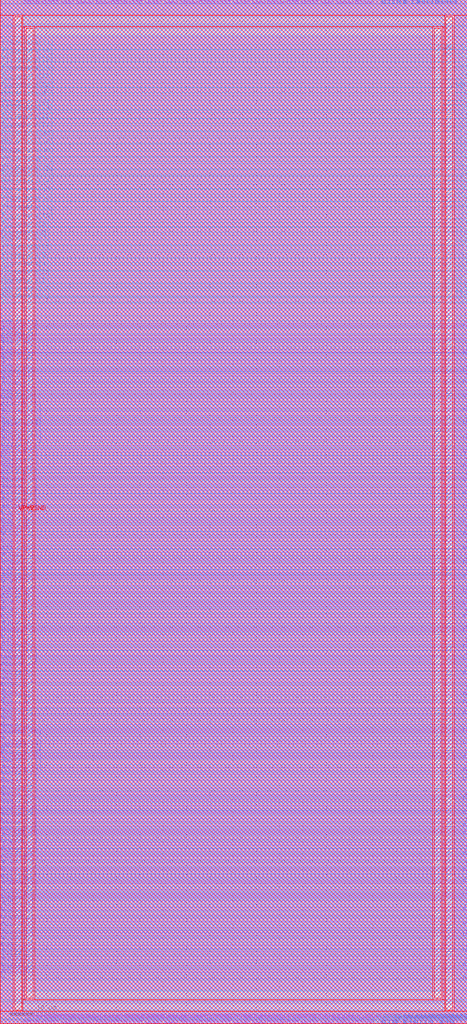
<source format=lef>
##
## LEF for PtnCells ;
## created by Innovus v15.20-p005_1 on Fri Jun 18 02:01:49 2021
##

VERSION 5.7 ;

BUSBITCHARS "[]" ;
DIVIDERCHAR "/" ;

MACRO RAM_IO
  CLASS BLOCK ;
  SIZE 100.2800 BY 219.6400 ;
  FOREIGN RAM_IO 0.0000 0.0000 ;
  ORIGIN 0 0 ;
  SYMMETRY X Y R90 ;
  PIN N1BEG[3]
    DIRECTION OUTPUT ;
    USE SIGNAL ;
    ANTENNAPARTIALMETALAREA 0.55675 LAYER li1  ;
    ANTENNAPARTIALMETALSIDEAREA 0.655 LAYER li1  ;
    ANTENNAPARTIALCUTAREA 0.0289 LAYER mcon  ;
    ANTENNAPARTIALMETALAREA 3.358 LAYER met1  ;
    ANTENNAPARTIALMETALSIDEAREA 16.7125 LAYER met1  ;
    ANTENNAPARTIALCUTAREA 0.0225 LAYER via  ;
    ANTENNAPARTIALMETALAREA 0.7545 LAYER met2  ;
    ANTENNAPARTIALMETALSIDEAREA 3.6015 LAYER met2  ;
    ANTENNAPARTIALCUTAREA 0.04 LAYER via2  ;
    ANTENNAPARTIALMETALAREA 0.469 LAYER met3  ;
    ANTENNAPARTIALMETALSIDEAREA 2.968 LAYER met3  ;
    ANTENNAPARTIALCUTAREA 0.04 LAYER via3  ;
    ANTENNADIFFAREA 0.368 LAYER met4  ;
    ANTENNAPARTIALMETALAREA 23.5332 LAYER met4  ;
    ANTENNAPARTIALMETALSIDEAREA 127.392 LAYER met4  ;
    PORT
      LAYER li1 ;
        RECT 7.8600 218.9200 8.2400 219.6400 ;
    END
  END N1BEG[3]
  PIN N1BEG[2]
    DIRECTION OUTPUT ;
    USE SIGNAL ;
    ANTENNAPARTIALMETALAREA 1.13475 LAYER li1  ;
    ANTENNAPARTIALMETALSIDEAREA 1.335 LAYER li1  ;
    ANTENNAPARTIALCUTAREA 0.0289 LAYER mcon  ;
    ANTENNAPARTIALMETALAREA 0.3004 LAYER met1  ;
    ANTENNAPARTIALMETALSIDEAREA 1.4245 LAYER met1  ;
    ANTENNAPARTIALCUTAREA 0.0225 LAYER via  ;
    ANTENNAPARTIALMETALAREA 3.0113 LAYER met2  ;
    ANTENNAPARTIALMETALSIDEAREA 14.8855 LAYER met2  ;
    ANTENNAPARTIALCUTAREA 0.04 LAYER via2  ;
    ANTENNAPARTIALMETALAREA 5.62 LAYER met3  ;
    ANTENNAPARTIALMETALSIDEAREA 30.44 LAYER met3  ;
    ANTENNAPARTIALCUTAREA 0.04 LAYER via3  ;
    ANTENNADIFFAREA 0.368 LAYER met4  ;
    ANTENNAPARTIALMETALAREA 35.5164 LAYER met4  ;
    ANTENNAPARTIALMETALSIDEAREA 190.832 LAYER met4  ;
    PORT
      LAYER li1 ;
        RECT 6.9400 218.9200 7.3200 219.6400 ;
    END
  END N1BEG[2]
  PIN N1BEG[1]
    DIRECTION OUTPUT ;
    USE SIGNAL ;
    ANTENNAPARTIALMETALAREA 15.6868 LAYER li1  ;
    ANTENNAPARTIALMETALSIDEAREA 18.455 LAYER li1  ;
    ANTENNAPARTIALCUTAREA 0.0289 LAYER mcon  ;
    ANTENNAPARTIALMETALAREA 0.7512 LAYER met1  ;
    ANTENNAPARTIALMETALSIDEAREA 3.6785 LAYER met1  ;
    ANTENNAPARTIALCUTAREA 0.0225 LAYER via  ;
    ANTENNAPARTIALMETALAREA 2.2847 LAYER met2  ;
    ANTENNAPARTIALMETALSIDEAREA 11.2525 LAYER met2  ;
    ANTENNAPARTIALCUTAREA 0.04 LAYER via2  ;
    ANTENNAPARTIALMETALAREA 5.713 LAYER met3  ;
    ANTENNAPARTIALMETALSIDEAREA 30.936 LAYER met3  ;
    ANTENNAPARTIALCUTAREA 0.04 LAYER via3  ;
    ANTENNADIFFAREA 0.368 LAYER met4  ;
    ANTENNAPARTIALMETALAREA 10.0008 LAYER met4  ;
    ANTENNAPARTIALMETALSIDEAREA 53.808 LAYER met4  ;
    PORT
      LAYER li1 ;
        RECT 6.0200 218.9200 6.4000 219.6400 ;
    END
  END N1BEG[1]
  PIN N1BEG[0]
    DIRECTION OUTPUT ;
    USE SIGNAL ;
    ANTENNAPARTIALMETALAREA 0.61455 LAYER li1  ;
    ANTENNAPARTIALMETALSIDEAREA 0.723 LAYER li1  ;
    ANTENNAPARTIALCUTAREA 0.0289 LAYER mcon  ;
    ANTENNAPARTIALMETALAREA 0.6224 LAYER met1  ;
    ANTENNAPARTIALMETALSIDEAREA 3.0345 LAYER met1  ;
    ANTENNAPARTIALCUTAREA 0.0225 LAYER via  ;
    ANTENNAPARTIALMETALAREA 2.2875 LAYER met2  ;
    ANTENNAPARTIALMETALSIDEAREA 11.2665 LAYER met2  ;
    ANTENNAPARTIALCUTAREA 0.04 LAYER via2  ;
    ANTENNAPARTIALMETALAREA 6.517 LAYER met3  ;
    ANTENNAPARTIALMETALSIDEAREA 35.224 LAYER met3  ;
    ANTENNAPARTIALCUTAREA 0.04 LAYER via3  ;
    ANTENNADIFFAREA 0.368 LAYER met4  ;
    ANTENNAPARTIALMETALAREA 16.8198 LAYER met4  ;
    ANTENNAPARTIALMETALSIDEAREA 90.176 LAYER met4  ;
    PORT
      LAYER li1 ;
        RECT 5.1000 218.9200 5.4800 219.6400 ;
    END
  END N1BEG[0]
  PIN N2BEG[7]
    DIRECTION OUTPUT ;
    USE SIGNAL ;
    ANTENNAPARTIALMETALAREA 1.48155 LAYER li1  ;
    ANTENNAPARTIALMETALSIDEAREA 1.743 LAYER li1  ;
    ANTENNAPARTIALCUTAREA 0.0289 LAYER mcon  ;
    ANTENNAPARTIALMETALAREA 0.8156 LAYER met1  ;
    ANTENNAPARTIALMETALSIDEAREA 4.0005 LAYER met1  ;
    ANTENNAPARTIALCUTAREA 0.0225 LAYER via  ;
    ANTENNADIFFAREA 0.368 LAYER met2  ;
    ANTENNAPARTIALMETALAREA 8.6754 LAYER met2  ;
    ANTENNAPARTIALMETALSIDEAREA 43.141 LAYER met2  ;
    PORT
      LAYER li1 ;
        RECT 16.6000 218.9200 16.9800 219.6400 ;
    END
  END N2BEG[7]
  PIN N2BEG[6]
    DIRECTION OUTPUT ;
    USE SIGNAL ;
    ANTENNAPARTIALMETALAREA 0.44115 LAYER li1  ;
    ANTENNAPARTIALMETALSIDEAREA 0.519 LAYER li1  ;
    ANTENNAPARTIALCUTAREA 0.0289 LAYER mcon  ;
    ANTENNAPARTIALMETALAREA 0.558 LAYER met1  ;
    ANTENNAPARTIALMETALSIDEAREA 2.7125 LAYER met1  ;
    ANTENNAPARTIALCUTAREA 0.0225 LAYER via  ;
    ANTENNAPARTIALMETALAREA 0.9351 LAYER met2  ;
    ANTENNAPARTIALMETALSIDEAREA 4.5045 LAYER met2  ;
    ANTENNAPARTIALCUTAREA 0.04 LAYER via2  ;
    ANTENNAPARTIALMETALAREA 0.1249 LAYER met3  ;
    ANTENNAPARTIALMETALSIDEAREA 1.136 LAYER met3  ;
    ANTENNAPARTIALCUTAREA 0.04 LAYER via3  ;
    ANTENNADIFFAREA 0.368 LAYER met4  ;
    ANTENNAPARTIALMETALAREA 32.0796 LAYER met4  ;
    ANTENNAPARTIALMETALSIDEAREA 172.032 LAYER met4  ;
    PORT
      LAYER li1 ;
        RECT 15.2200 218.9200 15.6000 219.6400 ;
    END
  END N2BEG[6]
  PIN N2BEG[5]
    DIRECTION OUTPUT ;
    USE SIGNAL ;
    ANTENNAPARTIALMETALAREA 1.21295 LAYER li1  ;
    ANTENNAPARTIALMETALSIDEAREA 1.427 LAYER li1  ;
    ANTENNAPARTIALCUTAREA 0.0289 LAYER mcon  ;
    ANTENNAPARTIALMETALAREA 8.6556 LAYER met1  ;
    ANTENNAPARTIALMETALSIDEAREA 43.2005 LAYER met1  ;
    ANTENNAPARTIALCUTAREA 0.0225 LAYER via  ;
    ANTENNAPARTIALMETALAREA 0.5347 LAYER met2  ;
    ANTENNAPARTIALMETALSIDEAREA 2.5025 LAYER met2  ;
    ANTENNAPARTIALCUTAREA 0.04 LAYER via2  ;
    ANTENNAPARTIALMETALAREA 0.1905 LAYER met3  ;
    ANTENNAPARTIALMETALSIDEAREA 1.464 LAYER met3  ;
    ANTENNAPARTIALCUTAREA 0.04 LAYER via3  ;
    ANTENNADIFFAREA 0.368 LAYER met4  ;
    ANTENNAPARTIALMETALAREA 32.2878 LAYER met4  ;
    ANTENNAPARTIALMETALSIDEAREA 172.672 LAYER met4  ;
    PORT
      LAYER li1 ;
        RECT 14.3000 218.9200 14.6800 219.6400 ;
    END
  END N2BEG[5]
  PIN N2BEG[4]
    DIRECTION OUTPUT ;
    USE SIGNAL ;
    ANTENNAPARTIALMETALAREA 0.49895 LAYER li1  ;
    ANTENNAPARTIALMETALSIDEAREA 0.587 LAYER li1  ;
    ANTENNAPARTIALCUTAREA 0.0289 LAYER mcon  ;
    ANTENNAPARTIALMETALAREA 0.88 LAYER met1  ;
    ANTENNAPARTIALMETALSIDEAREA 4.3225 LAYER met1  ;
    ANTENNAPARTIALCUTAREA 0.0225 LAYER via  ;
    ANTENNAPARTIALMETALAREA 0.9309 LAYER met2  ;
    ANTENNAPARTIALMETALSIDEAREA 4.4835 LAYER met2  ;
    ANTENNAPARTIALCUTAREA 0.04 LAYER via2  ;
    ANTENNAPARTIALMETALAREA 0.4 LAYER met3  ;
    ANTENNAPARTIALMETALSIDEAREA 2.6 LAYER met3  ;
    ANTENNAPARTIALCUTAREA 0.04 LAYER via3  ;
    ANTENNADIFFAREA 0.368 LAYER met4  ;
    ANTENNAPARTIALMETALAREA 25.5396 LAYER met4  ;
    ANTENNAPARTIALMETALSIDEAREA 137.152 LAYER met4  ;
    PORT
      LAYER li1 ;
        RECT 13.3800 218.9200 13.7600 219.6400 ;
    END
  END N2BEG[4]
  PIN N2BEG[3]
    DIRECTION OUTPUT ;
    USE SIGNAL ;
    ANTENNAPARTIALMETALAREA 1.48155 LAYER li1  ;
    ANTENNAPARTIALMETALSIDEAREA 1.743 LAYER li1  ;
    ANTENNAPARTIALCUTAREA 0.0289 LAYER mcon  ;
    ANTENNAPARTIALMETALAREA 0.558 LAYER met1  ;
    ANTENNAPARTIALMETALSIDEAREA 2.7125 LAYER met1  ;
    ANTENNAPARTIALCUTAREA 0.0225 LAYER via  ;
    ANTENNAPARTIALMETALAREA 0.7615 LAYER met2  ;
    ANTENNAPARTIALMETALSIDEAREA 3.6365 LAYER met2  ;
    ANTENNAPARTIALCUTAREA 0.04 LAYER via2  ;
    ANTENNAPARTIALMETALAREA 8.128 LAYER met3  ;
    ANTENNAPARTIALMETALSIDEAREA 43.816 LAYER met3  ;
    ANTENNAPARTIALCUTAREA 0.04 LAYER via3  ;
    ANTENNADIFFAREA 0.368 LAYER met4  ;
    ANTENNAPARTIALMETALAREA 29.3586 LAYER met4  ;
    ANTENNAPARTIALMETALSIDEAREA 157.52 LAYER met4  ;
    PORT
      LAYER li1 ;
        RECT 12.0000 218.9200 12.3800 219.6400 ;
    END
  END N2BEG[3]
  PIN N2BEG[2]
    DIRECTION OUTPUT ;
    USE SIGNAL ;
    ANTENNAPARTIALMETALAREA 0.20995 LAYER li1  ;
    ANTENNAPARTIALMETALSIDEAREA 0.247 LAYER li1  ;
    ANTENNAPARTIALCUTAREA 0.0289 LAYER mcon  ;
    ANTENNAPARTIALMETALAREA 0.4292 LAYER met1  ;
    ANTENNAPARTIALMETALSIDEAREA 2.0685 LAYER met1  ;
    ANTENNAPARTIALCUTAREA 0.0225 LAYER via  ;
    ANTENNAPARTIALMETALAREA 0.2715 LAYER met2  ;
    ANTENNAPARTIALMETALSIDEAREA 1.1865 LAYER met2  ;
    ANTENNAPARTIALCUTAREA 0.04 LAYER via2  ;
    ANTENNAPARTIALMETALAREA 7.2817 LAYER met3  ;
    ANTENNAPARTIALMETALSIDEAREA 39.776 LAYER met3  ;
    ANTENNAPARTIALCUTAREA 0.04 LAYER via3  ;
    ANTENNADIFFAREA 0.368 LAYER met4  ;
    ANTENNAPARTIALMETALAREA 37.0848 LAYER met4  ;
    ANTENNAPARTIALMETALSIDEAREA 198.256 LAYER met4  ;
    PORT
      LAYER li1 ;
        RECT 11.0800 218.9200 11.4600 219.6400 ;
    END
  END N2BEG[2]
  PIN N2BEG[1]
    DIRECTION OUTPUT ;
    USE SIGNAL ;
    ANTENNAPARTIALMETALAREA 1.77395 LAYER li1  ;
    ANTENNAPARTIALMETALSIDEAREA 2.087 LAYER li1  ;
    ANTENNAPARTIALCUTAREA 0.0289 LAYER mcon  ;
    ANTENNAPARTIALMETALAREA 3.6324 LAYER met1  ;
    ANTENNAPARTIALMETALSIDEAREA 18.0845 LAYER met1  ;
    ANTENNAPARTIALCUTAREA 0.0225 LAYER via  ;
    ANTENNADIFFAREA 0.368 LAYER met2  ;
    ANTENNAPARTIALMETALAREA 3.1772 LAYER met2  ;
    ANTENNAPARTIALMETALSIDEAREA 15.414 LAYER met2  ;
    PORT
      LAYER li1 ;
        RECT 10.1600 218.9200 10.5400 219.6400 ;
    END
  END N2BEG[1]
  PIN N2BEG[0]
    DIRECTION OUTPUT ;
    USE SIGNAL ;
    ANTENNAPARTIALMETALAREA 2.04255 LAYER li1  ;
    ANTENNAPARTIALMETALSIDEAREA 2.403 LAYER li1  ;
    ANTENNAPARTIALCUTAREA 0.0289 LAYER mcon  ;
    ANTENNAPARTIALMETALAREA 1.7648 LAYER met1  ;
    ANTENNAPARTIALMETALSIDEAREA 8.7465 LAYER met1  ;
    ANTENNAPARTIALCUTAREA 0.0225 LAYER via  ;
    ANTENNAPARTIALMETALAREA 2.2217 LAYER met2  ;
    ANTENNAPARTIALMETALSIDEAREA 10.9375 LAYER met2  ;
    ANTENNAPARTIALCUTAREA 0.04 LAYER via2  ;
    ANTENNAPARTIALMETALAREA 13.414 LAYER met3  ;
    ANTENNAPARTIALMETALSIDEAREA 72.008 LAYER met3  ;
    ANTENNAPARTIALCUTAREA 0.04 LAYER via3  ;
    ANTENNADIFFAREA 0.368 LAYER met4  ;
    ANTENNAPARTIALMETALAREA 17.3208 LAYER met4  ;
    ANTENNAPARTIALMETALSIDEAREA 92.848 LAYER met4  ;
    PORT
      LAYER li1 ;
        RECT 9.2400 218.9200 9.6200 219.6400 ;
    END
  END N2BEG[0]
  PIN N2BEGb[7]
    DIRECTION OUTPUT ;
    USE SIGNAL ;
    ANTENNAPARTIALMETALAREA 0.67235 LAYER li1  ;
    ANTENNAPARTIALMETALSIDEAREA 0.791 LAYER li1  ;
    ANTENNAPARTIALCUTAREA 0.0289 LAYER mcon  ;
    ANTENNAPARTIALMETALAREA 1.4596 LAYER met1  ;
    ANTENNAPARTIALMETALSIDEAREA 7.2205 LAYER met1  ;
    ANTENNAPARTIALCUTAREA 0.0225 LAYER via  ;
    ANTENNAPARTIALMETALAREA 0.6593 LAYER met2  ;
    ANTENNAPARTIALMETALSIDEAREA 3.1255 LAYER met2  ;
    ANTENNAPARTIALCUTAREA 0.04 LAYER via2  ;
    ANTENNAPARTIALMETALAREA 0.262 LAYER met3  ;
    ANTENNAPARTIALMETALSIDEAREA 1.864 LAYER met3  ;
    ANTENNAPARTIALCUTAREA 0.04 LAYER via3  ;
    ANTENNADIFFAREA 1.782 LAYER met4  ;
    ANTENNAPARTIALMETALAREA 7.9782 LAYER met4  ;
    ANTENNAPARTIALMETALSIDEAREA 44.432 LAYER met4  ;
    PORT
      LAYER li1 ;
        RECT 24.8800 218.9200 25.2600 219.6400 ;
    END
  END N2BEGb[7]
  PIN N2BEGb[6]
    DIRECTION OUTPUT ;
    USE SIGNAL ;
    ANTENNAPARTIALMETALAREA 0.78795 LAYER li1  ;
    ANTENNAPARTIALMETALSIDEAREA 0.927 LAYER li1  ;
    ANTENNAPARTIALCUTAREA 0.0289 LAYER mcon  ;
    ANTENNAPARTIALMETALAREA 0.3004 LAYER met1  ;
    ANTENNAPARTIALMETALSIDEAREA 1.4245 LAYER met1  ;
    ANTENNAPARTIALCUTAREA 0.0225 LAYER via  ;
    ANTENNAPARTIALMETALAREA 3.5755 LAYER met2  ;
    ANTENNAPARTIALMETALSIDEAREA 17.7065 LAYER met2  ;
    ANTENNAPARTIALCUTAREA 0.04 LAYER via2  ;
    ANTENNAPARTIALMETALAREA 0.607 LAYER met3  ;
    ANTENNAPARTIALMETALSIDEAREA 3.704 LAYER met3  ;
    ANTENNAPARTIALCUTAREA 0.04 LAYER via3  ;
    ANTENNADIFFAREA 1.782 LAYER met4  ;
    ANTENNAPARTIALMETALAREA 39.8376 LAYER met4  ;
    ANTENNAPARTIALMETALSIDEAREA 213.408 LAYER met4  ;
    PORT
      LAYER li1 ;
        RECT 23.9600 218.9200 24.3400 219.6400 ;
    END
  END N2BEGb[6]
  PIN N2BEGb[5]
    DIRECTION OUTPUT ;
    USE SIGNAL ;
    ANTENNAPARTIALMETALAREA 0.32555 LAYER li1  ;
    ANTENNAPARTIALMETALSIDEAREA 0.383 LAYER li1  ;
    ANTENNAPARTIALCUTAREA 0.0289 LAYER mcon  ;
    ANTENNADIFFAREA 1.782 LAYER met1  ;
    ANTENNAPARTIALMETALAREA 4.5956 LAYER met1  ;
    ANTENNAPARTIALMETALSIDEAREA 22.904 LAYER met1  ;
    PORT
      LAYER li1 ;
        RECT 22.5800 218.9200 22.9600 219.6400 ;
    END
  END N2BEGb[5]
  PIN N2BEGb[4]
    DIRECTION OUTPUT ;
    USE SIGNAL ;
    ANTENNAPARTIALMETALAREA 0.44115 LAYER li1  ;
    ANTENNAPARTIALMETALSIDEAREA 0.519 LAYER li1  ;
    ANTENNAPARTIALCUTAREA 0.0289 LAYER mcon  ;
    ANTENNAPARTIALMETALAREA 0.9444 LAYER met1  ;
    ANTENNAPARTIALMETALSIDEAREA 4.6445 LAYER met1  ;
    ANTENNAPARTIALCUTAREA 0.0225 LAYER via  ;
    ANTENNADIFFAREA 1.782 LAYER met2  ;
    ANTENNAPARTIALMETALAREA 3.3752 LAYER met2  ;
    ANTENNAPARTIALMETALSIDEAREA 16.758 LAYER met2  ;
    PORT
      LAYER li1 ;
        RECT 21.6600 218.9200 22.0400 219.6400 ;
    END
  END N2BEGb[4]
  PIN N2BEGb[3]
    DIRECTION OUTPUT ;
    USE SIGNAL ;
    ANTENNAPARTIALCUTAREA 0.0289 LAYER mcon  ;
    ANTENNAPARTIALMETALAREA 6.8356 LAYER met1  ;
    ANTENNAPARTIALMETALSIDEAREA 34.1005 LAYER met1  ;
    ANTENNAPARTIALCUTAREA 0.0225 LAYER via  ;
    ANTENNADIFFAREA 1.782 LAYER met2  ;
    ANTENNAPARTIALMETALAREA 2.7942 LAYER met2  ;
    ANTENNAPARTIALMETALSIDEAREA 13.853 LAYER met2  ;
    PORT
      LAYER li1 ;
        RECT 20.7400 218.9200 21.1200 219.6400 ;
    END
  END N2BEGb[3]
  PIN N2BEGb[2]
    DIRECTION OUTPUT ;
    USE SIGNAL ;
    ANTENNAPARTIALMETALAREA 0.67235 LAYER li1  ;
    ANTENNAPARTIALMETALSIDEAREA 0.791 LAYER li1  ;
    ANTENNAPARTIALCUTAREA 0.0289 LAYER mcon  ;
    ANTENNAPARTIALMETALAREA 1.0732 LAYER met1  ;
    ANTENNAPARTIALMETALSIDEAREA 5.2885 LAYER met1  ;
    ANTENNAPARTIALCUTAREA 0.0225 LAYER via  ;
    ANTENNAPARTIALMETALAREA 1.4279 LAYER met2  ;
    ANTENNAPARTIALMETALSIDEAREA 6.9685 LAYER met2  ;
    ANTENNAPARTIALCUTAREA 0.04 LAYER via2  ;
    ANTENNAPARTIALMETALAREA 0.814 LAYER met3  ;
    ANTENNAPARTIALMETALSIDEAREA 4.808 LAYER met3  ;
    ANTENNAPARTIALCUTAREA 0.04 LAYER via3  ;
    ANTENNADIFFAREA 1.782 LAYER met4  ;
    ANTENNAPARTIALMETALAREA 54.9078 LAYER met4  ;
    ANTENNAPARTIALMETALSIDEAREA 293.312 LAYER met4  ;
    PORT
      LAYER li1 ;
        RECT 19.3600 218.9200 19.7400 219.6400 ;
    END
  END N2BEGb[2]
  PIN N2BEGb[1]
    DIRECTION OUTPUT ;
    USE SIGNAL ;
    ANTENNAPARTIALMETALAREA 0.78795 LAYER li1  ;
    ANTENNAPARTIALMETALSIDEAREA 0.927 LAYER li1  ;
    ANTENNAPARTIALCUTAREA 0.0289 LAYER mcon  ;
    ANTENNAPARTIALMETALAREA 0.4936 LAYER met1  ;
    ANTENNAPARTIALMETALSIDEAREA 2.3905 LAYER met1  ;
    ANTENNAPARTIALCUTAREA 0.0225 LAYER via  ;
    ANTENNAPARTIALMETALAREA 0.8203 LAYER met2  ;
    ANTENNAPARTIALMETALSIDEAREA 3.9305 LAYER met2  ;
    ANTENNAPARTIALCUTAREA 0.04 LAYER via2  ;
    ANTENNAPARTIALMETALAREA 0.745 LAYER met3  ;
    ANTENNAPARTIALMETALSIDEAREA 4.44 LAYER met3  ;
    ANTENNAPARTIALCUTAREA 0.04 LAYER via3  ;
    ANTENNADIFFAREA 1.782 LAYER met4  ;
    ANTENNAPARTIALMETALAREA 15.1794 LAYER met4  ;
    ANTENNAPARTIALMETALSIDEAREA 82.368 LAYER met4  ;
    PORT
      LAYER li1 ;
        RECT 18.4400 218.9200 18.8200 219.6400 ;
    END
  END N2BEGb[1]
  PIN N2BEGb[0]
    DIRECTION OUTPUT ;
    USE SIGNAL ;
    ANTENNAPARTIALMETALAREA 0.78795 LAYER li1  ;
    ANTENNAPARTIALMETALSIDEAREA 0.927 LAYER li1  ;
    ANTENNAPARTIALCUTAREA 0.0289 LAYER mcon  ;
    ANTENNAPARTIALMETALAREA 0.0832 LAYER met1  ;
    ANTENNAPARTIALMETALSIDEAREA 0.406 LAYER met1  ;
    ANTENNAPARTIALCUTAREA 0.0225 LAYER via  ;
    ANTENNADIFFAREA 1.782 LAYER met2  ;
    ANTENNAPARTIALMETALAREA 3.4872 LAYER met2  ;
    ANTENNAPARTIALMETALSIDEAREA 17.318 LAYER met2  ;
    PORT
      LAYER li1 ;
        RECT 17.5200 218.9200 17.9000 219.6400 ;
    END
  END N2BEGb[0]
  PIN N4BEG[15]
    DIRECTION OUTPUT ;
    USE SIGNAL ;
    ANTENNAPARTIALMETALAREA 0.61455 LAYER li1  ;
    ANTENNAPARTIALMETALSIDEAREA 0.723 LAYER li1  ;
    ANTENNAPARTIALCUTAREA 0.0289 LAYER mcon  ;
    ANTENNAPARTIALMETALAREA 2.812 LAYER met1  ;
    ANTENNAPARTIALMETALSIDEAREA 13.9825 LAYER met1  ;
    ANTENNAPARTIALCUTAREA 0.0225 LAYER via  ;
    ANTENNADIFFAREA 1.782 LAYER met2  ;
    ANTENNAPARTIALMETALAREA 2.5352 LAYER met2  ;
    ANTENNAPARTIALMETALSIDEAREA 12.558 LAYER met2  ;
    PORT
      LAYER li1 ;
        RECT 41.4400 218.9200 41.8200 219.6400 ;
    END
  END N4BEG[15]
  PIN N4BEG[14]
    DIRECTION OUTPUT ;
    USE SIGNAL ;
    ANTENNAPARTIALMETALAREA 0.44115 LAYER li1  ;
    ANTENNAPARTIALMETALSIDEAREA 0.519 LAYER li1  ;
    ANTENNAPARTIALCUTAREA 0.0289 LAYER mcon  ;
    ANTENNAPARTIALMETALAREA 0.3648 LAYER met1  ;
    ANTENNAPARTIALMETALSIDEAREA 1.7465 LAYER met1  ;
    ANTENNAPARTIALCUTAREA 0.0225 LAYER via  ;
    ANTENNAPARTIALMETALAREA 0.8497 LAYER met2  ;
    ANTENNAPARTIALMETALSIDEAREA 4.0775 LAYER met2  ;
    ANTENNAPARTIALCUTAREA 0.04 LAYER via2  ;
    ANTENNAPARTIALMETALAREA 0.607 LAYER met3  ;
    ANTENNAPARTIALMETALSIDEAREA 3.704 LAYER met3  ;
    ANTENNAPARTIALCUTAREA 0.04 LAYER via3  ;
    ANTENNADIFFAREA 1.782 LAYER met4  ;
    ANTENNAPARTIALMETALAREA 41.6436 LAYER met4  ;
    ANTENNAPARTIALMETALSIDEAREA 223.04 LAYER met4  ;
    PORT
      LAYER li1 ;
        RECT 40.5200 218.9200 40.9000 219.6400 ;
    END
  END N4BEG[14]
  PIN N4BEG[13]
    DIRECTION OUTPUT ;
    USE SIGNAL ;
    ANTENNAPARTIALMETALAREA 1.86915 LAYER li1  ;
    ANTENNAPARTIALMETALSIDEAREA 2.199 LAYER li1  ;
    ANTENNAPARTIALCUTAREA 0.0289 LAYER mcon  ;
    ANTENNAPARTIALMETALAREA 1.0088 LAYER met1  ;
    ANTENNAPARTIALMETALSIDEAREA 4.9665 LAYER met1  ;
    ANTENNAPARTIALCUTAREA 0.0225 LAYER via  ;
    ANTENNAPARTIALMETALAREA 0.5711 LAYER met2  ;
    ANTENNAPARTIALMETALSIDEAREA 2.6845 LAYER met2  ;
    ANTENNAPARTIALCUTAREA 0.04 LAYER via2  ;
    ANTENNAPARTIALMETALAREA 4.471 LAYER met3  ;
    ANTENNAPARTIALMETALSIDEAREA 24.312 LAYER met3  ;
    ANTENNAPARTIALCUTAREA 0.04 LAYER via3  ;
    ANTENNADIFFAREA 1.782 LAYER met4  ;
    ANTENNAPARTIALMETALAREA 32.4228 LAYER met4  ;
    ANTENNAPARTIALMETALSIDEAREA 173.392 LAYER met4  ;
    PORT
      LAYER li1 ;
        RECT 39.6000 218.9200 39.9800 219.6400 ;
    END
  END N4BEG[13]
  PIN N4BEG[12]
    DIRECTION OUTPUT ;
    USE SIGNAL ;
    ANTENNAPARTIALMETALAREA 1.11775 LAYER li1  ;
    ANTENNAPARTIALMETALSIDEAREA 1.315 LAYER li1  ;
    ANTENNAPARTIALCUTAREA 0.0289 LAYER mcon  ;
    ANTENNAPARTIALMETALAREA 0.3648 LAYER met1  ;
    ANTENNAPARTIALMETALSIDEAREA 1.7465 LAYER met1  ;
    ANTENNAPARTIALCUTAREA 0.0225 LAYER via  ;
    ANTENNADIFFAREA 1.782 LAYER met2  ;
    ANTENNAPARTIALMETALAREA 4.8604 LAYER met2  ;
    ANTENNAPARTIALMETALSIDEAREA 24.066 LAYER met2  ;
    PORT
      LAYER li1 ;
        RECT 38.6800 218.9200 39.0600 219.6400 ;
    END
  END N4BEG[12]
  PIN N4BEG[11]
    DIRECTION OUTPUT ;
    USE SIGNAL ;
    ANTENNAPARTIALMETALAREA 0.15215 LAYER li1  ;
    ANTENNAPARTIALMETALSIDEAREA 0.179 LAYER li1  ;
    ANTENNAPARTIALCUTAREA 0.0289 LAYER mcon  ;
    ANTENNAPARTIALMETALAREA 2.07 LAYER met1  ;
    ANTENNAPARTIALMETALSIDEAREA 10.2725 LAYER met1  ;
    ANTENNAPARTIALCUTAREA 0.0225 LAYER via  ;
    ANTENNAPARTIALMETALAREA 1.0401 LAYER met2  ;
    ANTENNAPARTIALMETALSIDEAREA 5.0295 LAYER met2  ;
    ANTENNAPARTIALCUTAREA 0.04 LAYER via2  ;
    ANTENNAPARTIALMETALAREA 0.1249 LAYER met3  ;
    ANTENNAPARTIALMETALSIDEAREA 1.136 LAYER met3  ;
    ANTENNAPARTIALCUTAREA 0.04 LAYER via3  ;
    ANTENNADIFFAREA 1.782 LAYER met4  ;
    ANTENNAPARTIALMETALAREA 57.7248 LAYER met4  ;
    ANTENNAPARTIALMETALSIDEAREA 308.336 LAYER met4  ;
    PORT
      LAYER li1 ;
        RECT 37.3000 218.9200 37.6800 219.6400 ;
    END
  END N4BEG[11]
  PIN N4BEG[10]
    DIRECTION OUTPUT ;
    USE SIGNAL ;
    ANTENNAPARTIALMETALAREA 0.11815 LAYER li1  ;
    ANTENNAPARTIALMETALSIDEAREA 0.139 LAYER li1  ;
    ANTENNAPARTIALCUTAREA 0.0289 LAYER mcon  ;
    ANTENNAPARTIALMETALAREA 5.178 LAYER met1  ;
    ANTENNAPARTIALMETALSIDEAREA 25.8125 LAYER met1  ;
    ANTENNAPARTIALCUTAREA 0.0225 LAYER via  ;
    ANTENNADIFFAREA 1.782 LAYER met2  ;
    ANTENNAPARTIALMETALAREA 13.0688 LAYER met2  ;
    ANTENNAPARTIALMETALSIDEAREA 65.226 LAYER met2  ;
    PORT
      LAYER li1 ;
        RECT 36.3800 218.9200 36.7600 219.6400 ;
    END
  END N4BEG[10]
  PIN N4BEG[9]
    DIRECTION OUTPUT ;
    USE SIGNAL ;
    ANTENNAPARTIALMETALAREA 0.73015 LAYER li1  ;
    ANTENNAPARTIALMETALSIDEAREA 0.859 LAYER li1  ;
    ANTENNAPARTIALCUTAREA 0.0289 LAYER mcon  ;
    ANTENNAPARTIALMETALAREA 2.4732 LAYER met1  ;
    ANTENNAPARTIALMETALSIDEAREA 12.2885 LAYER met1  ;
    ANTENNAPARTIALCUTAREA 0.0225 LAYER via  ;
    ANTENNADIFFAREA 1.782 LAYER met2  ;
    ANTENNAPARTIALMETALAREA 1.978 LAYER met2  ;
    ANTENNAPARTIALMETALSIDEAREA 9.772 LAYER met2  ;
    PORT
      LAYER li1 ;
        RECT 35.4600 218.9200 35.8400 219.6400 ;
    END
  END N4BEG[9]
  PIN N4BEG[8]
    DIRECTION OUTPUT ;
    USE SIGNAL ;
    ANTENNAPARTIALMETALAREA 0.49895 LAYER li1  ;
    ANTENNAPARTIALMETALSIDEAREA 0.587 LAYER li1  ;
    ANTENNAPARTIALCUTAREA 0.0289 LAYER mcon  ;
    ANTENNAPARTIALMETALAREA 6.8524 LAYER met1  ;
    ANTENNAPARTIALMETALSIDEAREA 34.1845 LAYER met1  ;
    ANTENNAPARTIALCUTAREA 0.0225 LAYER via  ;
    ANTENNADIFFAREA 1.782 LAYER met2  ;
    ANTENNAPARTIALMETALAREA 1.4068 LAYER met2  ;
    ANTENNAPARTIALMETALSIDEAREA 6.916 LAYER met2  ;
    PORT
      LAYER li1 ;
        RECT 34.0800 218.9200 34.4600 219.6400 ;
    END
  END N4BEG[8]
  PIN N4BEG[7]
    DIRECTION OUTPUT ;
    USE SIGNAL ;
    ANTENNAPARTIALMETALAREA 0.26775 LAYER li1  ;
    ANTENNAPARTIALMETALSIDEAREA 0.315 LAYER li1  ;
    ANTENNAPARTIALCUTAREA 0.0289 LAYER mcon  ;
    ANTENNAPARTIALMETALAREA 0.6868 LAYER met1  ;
    ANTENNAPARTIALMETALSIDEAREA 3.3565 LAYER met1  ;
    ANTENNAPARTIALCUTAREA 0.0225 LAYER via  ;
    ANTENNADIFFAREA 1.782 LAYER met2  ;
    ANTENNAPARTIALMETALAREA 1.8548 LAYER met2  ;
    ANTENNAPARTIALMETALSIDEAREA 9.156 LAYER met2  ;
    PORT
      LAYER li1 ;
        RECT 33.1600 218.9200 33.5400 219.6400 ;
    END
  END N4BEG[7]
  PIN N4BEG[6]
    DIRECTION OUTPUT ;
    USE SIGNAL ;
    ANTENNAPARTIALMETALAREA 0.61455 LAYER li1  ;
    ANTENNAPARTIALMETALSIDEAREA 0.723 LAYER li1  ;
    ANTENNAPARTIALCUTAREA 0.0289 LAYER mcon  ;
    ANTENNAPARTIALMETALAREA 1.0732 LAYER met1  ;
    ANTENNAPARTIALMETALSIDEAREA 5.2885 LAYER met1  ;
    ANTENNAPARTIALCUTAREA 0.0225 LAYER via  ;
    ANTENNADIFFAREA 1.782 LAYER met2  ;
    ANTENNAPARTIALMETALAREA 1.6924 LAYER met2  ;
    ANTENNAPARTIALMETALSIDEAREA 8.344 LAYER met2  ;
    PORT
      LAYER li1 ;
        RECT 32.2400 218.9200 32.6200 219.6400 ;
    END
  END N4BEG[6]
  PIN N4BEG[5]
    DIRECTION OUTPUT ;
    USE SIGNAL ;
    ANTENNAPARTIALMETALAREA 0.55675 LAYER li1  ;
    ANTENNAPARTIALMETALSIDEAREA 0.655 LAYER li1  ;
    ANTENNAPARTIALCUTAREA 0.0289 LAYER mcon  ;
    ANTENNAPARTIALMETALAREA 0.3004 LAYER met1  ;
    ANTENNAPARTIALMETALSIDEAREA 1.4245 LAYER met1  ;
    ANTENNAPARTIALCUTAREA 0.0225 LAYER via  ;
    ANTENNAPARTIALMETALAREA 0.7545 LAYER met2  ;
    ANTENNAPARTIALMETALSIDEAREA 3.6015 LAYER met2  ;
    ANTENNAPARTIALCUTAREA 0.04 LAYER via2  ;
    ANTENNAPARTIALMETALAREA 0.4 LAYER met3  ;
    ANTENNAPARTIALMETALSIDEAREA 2.6 LAYER met3  ;
    ANTENNAPARTIALCUTAREA 0.04 LAYER via3  ;
    ANTENNADIFFAREA 1.782 LAYER met4  ;
    ANTENNAPARTIALMETALAREA 59.4828 LAYER met4  ;
    ANTENNAPARTIALMETALSIDEAREA 317.712 LAYER met4  ;
    PORT
      LAYER li1 ;
        RECT 31.3200 218.9200 31.7000 219.6400 ;
    END
  END N4BEG[5]
  PIN N4BEG[4]
    DIRECTION OUTPUT ;
    USE SIGNAL ;
    ANTENNAPARTIALMETALAREA 0.78795 LAYER li1  ;
    ANTENNAPARTIALMETALSIDEAREA 0.927 LAYER li1  ;
    ANTENNAPARTIALCUTAREA 0.0289 LAYER mcon  ;
    ANTENNAPARTIALMETALAREA 0.1716 LAYER met1  ;
    ANTENNAPARTIALMETALSIDEAREA 0.7805 LAYER met1  ;
    ANTENNAPARTIALCUTAREA 0.0225 LAYER via  ;
    ANTENNADIFFAREA 1.782 LAYER met2  ;
    ANTENNAPARTIALMETALAREA 1.5496 LAYER met2  ;
    ANTENNAPARTIALMETALSIDEAREA 7.63 LAYER met2  ;
    PORT
      LAYER li1 ;
        RECT 29.9400 218.9200 30.3200 219.6400 ;
    END
  END N4BEG[4]
  PIN N4BEG[3]
    DIRECTION OUTPUT ;
    USE SIGNAL ;
    ANTENNAPARTIALMETALAREA 0.46155 LAYER li1  ;
    ANTENNAPARTIALMETALSIDEAREA 0.543 LAYER li1  ;
    ANTENNAPARTIALCUTAREA 0.0289 LAYER mcon  ;
    ANTENNAPARTIALMETALAREA 6.9 LAYER met1  ;
    ANTENNAPARTIALMETALSIDEAREA 34.4225 LAYER met1  ;
    ANTENNAPARTIALCUTAREA 0.0225 LAYER via  ;
    ANTENNADIFFAREA 1.782 LAYER met2  ;
    ANTENNAPARTIALMETALAREA 2.3924 LAYER met2  ;
    ANTENNAPARTIALMETALSIDEAREA 11.844 LAYER met2  ;
    PORT
      LAYER li1 ;
        RECT 29.0200 218.9200 29.4000 219.6400 ;
    END
  END N4BEG[3]
  PIN N4BEG[2]
    DIRECTION OUTPUT ;
    USE SIGNAL ;
    ANTENNAPARTIALMETALAREA 0.49895 LAYER li1  ;
    ANTENNAPARTIALMETALSIDEAREA 0.587 LAYER li1  ;
    ANTENNAPARTIALCUTAREA 0.0289 LAYER mcon  ;
    ANTENNAPARTIALMETALAREA 1.8292 LAYER met1  ;
    ANTENNAPARTIALMETALSIDEAREA 9.0685 LAYER met1  ;
    ANTENNAPARTIALCUTAREA 0.0225 LAYER via  ;
    ANTENNAPARTIALMETALAREA 0.8497 LAYER met2  ;
    ANTENNAPARTIALMETALSIDEAREA 4.0775 LAYER met2  ;
    ANTENNAPARTIALCUTAREA 0.04 LAYER via2  ;
    ANTENNAPARTIALMETALAREA 0.1905 LAYER met3  ;
    ANTENNAPARTIALMETALSIDEAREA 1.464 LAYER met3  ;
    ANTENNAPARTIALCUTAREA 0.04 LAYER via3  ;
    ANTENNADIFFAREA 1.782 LAYER met4  ;
    ANTENNAPARTIALMETALAREA 7.0728 LAYER met4  ;
    ANTENNAPARTIALMETALSIDEAREA 38.192 LAYER met4  ;
    PORT
      LAYER li1 ;
        RECT 28.1000 218.9200 28.4800 219.6400 ;
    END
  END N4BEG[2]
  PIN N4BEG[1]
    DIRECTION OUTPUT ;
    USE SIGNAL ;
    ANTENNAPARTIALMETALAREA 0.78795 LAYER li1  ;
    ANTENNAPARTIALMETALSIDEAREA 0.927 LAYER li1  ;
    ANTENNAPARTIALCUTAREA 0.0289 LAYER mcon  ;
    ANTENNAPARTIALMETALAREA 0.0832 LAYER met1  ;
    ANTENNAPARTIALMETALSIDEAREA 0.406 LAYER met1  ;
    ANTENNAPARTIALCUTAREA 0.0225 LAYER via  ;
    ANTENNADIFFAREA 1.782 LAYER met2  ;
    ANTENNAPARTIALMETALAREA 1.9304 LAYER met2  ;
    ANTENNAPARTIALMETALSIDEAREA 9.534 LAYER met2  ;
    PORT
      LAYER li1 ;
        RECT 26.7200 218.9200 27.1000 219.6400 ;
    END
  END N4BEG[1]
  PIN N4BEG[0]
    DIRECTION OUTPUT ;
    USE SIGNAL ;
    ANTENNAPARTIALMETALAREA 0.78795 LAYER li1  ;
    ANTENNAPARTIALMETALSIDEAREA 0.927 LAYER li1  ;
    ANTENNAPARTIALCUTAREA 0.0289 LAYER mcon  ;
    ANTENNAPARTIALMETALAREA 0.0832 LAYER met1  ;
    ANTENNAPARTIALMETALSIDEAREA 0.406 LAYER met1  ;
    ANTENNAPARTIALCUTAREA 0.0225 LAYER via  ;
    ANTENNADIFFAREA 1.782 LAYER met2  ;
    ANTENNAPARTIALMETALAREA 1.8996 LAYER met2  ;
    ANTENNAPARTIALMETALSIDEAREA 9.38 LAYER met2  ;
    PORT
      LAYER li1 ;
        RECT 25.8000 218.9200 26.1800 219.6400 ;
    END
  END N4BEG[0]
  PIN N1END[3]
    DIRECTION INPUT ;
    USE SIGNAL ;
    ANTENNAPARTIALMETALAREA 1.05995 LAYER li1  ;
    ANTENNAPARTIALMETALSIDEAREA 1.247 LAYER li1  ;
    ANTENNAPARTIALCUTAREA 0.0289 LAYER mcon  ;
    ANTENNADIFFAREA 0.1872 LAYER met1  ;
    ANTENNAPARTIALMETALAREA 3.1357 LAYER met1  ;
    ANTENNAPARTIALMETALSIDEAREA 15.4595 LAYER met1  ;
    ANTENNAPARTIALCUTAREA 0.0225 LAYER via  ;
    ANTENNADIFFAREA 0.1872 LAYER met2  ;
    ANTENNAPARTIALMETALAREA 0.2953 LAYER met2  ;
    ANTENNAPARTIALMETALSIDEAREA 1.3055 LAYER met2  ;
    ANTENNAPARTIALCUTAREA 0.04 LAYER via2  ;
    ANTENNADIFFAREA 0.3744 LAYER met3  ;
    ANTENNAPARTIALMETALAREA 2.8864 LAYER met3  ;
    ANTENNAPARTIALMETALSIDEAREA 15.856 LAYER met3  ;
    ANTENNAPARTIALCUTAREA 0.04 LAYER via3  ;
    ANTENNADIFFAREA 1.1232 LAYER met4  ;
    ANTENNAPARTIALMETALAREA 4.3518 LAYER met4  ;
    ANTENNAPARTIALMETALSIDEAREA 23.68 LAYER met4  ;
    PORT
      LAYER li1 ;
        RECT 7.8600 0.0000 8.2400 0.7200 ;
    END
  END N1END[3]
  PIN N1END[2]
    DIRECTION INPUT ;
    USE SIGNAL ;
    ANTENNAPARTIALMETALAREA 3.17815 LAYER li1  ;
    ANTENNAPARTIALMETALSIDEAREA 3.739 LAYER li1  ;
    ANTENNAPARTIALCUTAREA 0.0289 LAYER mcon  ;
    ANTENNAPARTIALMETALAREA 0.0832 LAYER met1  ;
    ANTENNAPARTIALMETALSIDEAREA 0.406 LAYER met1  ;
    ANTENNAPARTIALCUTAREA 0.0225 LAYER via  ;
    ANTENNAPARTIALMETALAREA 0.1777 LAYER met2  ;
    ANTENNAPARTIALMETALSIDEAREA 0.6545 LAYER met2  ;
    ANTENNAPARTIALCUTAREA 0.04 LAYER via2  ;
    ANTENNADIFFAREA 1.1232 LAYER met3  ;
    ANTENNAPARTIALMETALAREA 6.5088 LAYER met3  ;
    ANTENNAPARTIALMETALSIDEAREA 35.184 LAYER met3  ;
    PORT
      LAYER li1 ;
        RECT 6.9400 0.0000 7.3200 0.7200 ;
    END
  END N1END[2]
  PIN N1END[1]
    DIRECTION INPUT ;
    USE SIGNAL ;
    ANTENNAPARTIALMETALAREA 0.20995 LAYER li1  ;
    ANTENNAPARTIALMETALSIDEAREA 0.247 LAYER li1  ;
    ANTENNAPARTIALCUTAREA 0.0289 LAYER mcon  ;
    ANTENNAPARTIALMETALAREA 0.0832 LAYER met1  ;
    ANTENNAPARTIALMETALSIDEAREA 0.406 LAYER met1  ;
    ANTENNAPARTIALCUTAREA 0.0225 LAYER via  ;
    ANTENNAPARTIALMETALAREA 0.1569 LAYER met2  ;
    ANTENNAPARTIALMETALSIDEAREA 0.5985 LAYER met2  ;
    ANTENNAPARTIALCUTAREA 0.04 LAYER via2  ;
    ANTENNAPARTIALMETALAREA 1.573 LAYER met3  ;
    ANTENNAPARTIALMETALSIDEAREA 8.856 LAYER met3  ;
    ANTENNAPARTIALCUTAREA 0.04 LAYER via3  ;
    ANTENNADIFFAREA 1.1232 LAYER met4  ;
    ANTENNAPARTIALMETALAREA 16.2708 LAYER met4  ;
    ANTENNAPARTIALMETALSIDEAREA 87.248 LAYER met4  ;
    PORT
      LAYER li1 ;
        RECT 6.0200 0.0000 6.4000 0.7200 ;
    END
  END N1END[1]
  PIN N1END[0]
    DIRECTION INPUT ;
    USE SIGNAL ;
    ANTENNAPARTIALMETALAREA 27.2264 LAYER li1  ;
    ANTENNAPARTIALMETALSIDEAREA 32.031 LAYER li1  ;
    ANTENNAPARTIALCUTAREA 0.0289 LAYER mcon  ;
    ANTENNADIFFAREA 0.1872 LAYER met1  ;
    ANTENNAPARTIALMETALAREA 1.9008 LAYER met1  ;
    ANTENNAPARTIALMETALSIDEAREA 9.359 LAYER met1  ;
    ANTENNAPARTIALCUTAREA 0.0225 LAYER via  ;
    ANTENNADIFFAREA 1.1232 LAYER met2  ;
    ANTENNAPARTIALMETALAREA 4.8894 LAYER met2  ;
    ANTENNAPARTIALMETALSIDEAREA 23.877 LAYER met2  ;
    PORT
      LAYER li1 ;
        RECT 5.1000 0.0000 5.4800 0.7200 ;
    END
  END N1END[0]
  PIN N2MID[7]
    DIRECTION INPUT ;
    USE SIGNAL ;
    ANTENNAPARTIALMETALAREA 0.09435 LAYER li1  ;
    ANTENNAPARTIALMETALSIDEAREA 0.111 LAYER li1  ;
    ANTENNAPARTIALCUTAREA 0.0289 LAYER mcon  ;
    ANTENNAPARTIALMETALAREA 0.0832 LAYER met1  ;
    ANTENNAPARTIALMETALSIDEAREA 0.406 LAYER met1  ;
    ANTENNAPARTIALCUTAREA 0.0225 LAYER via  ;
    ANTENNAPARTIALMETALAREA 0.1751 LAYER met2  ;
    ANTENNAPARTIALMETALSIDEAREA 0.6475 LAYER met2  ;
    ANTENNAPARTIALCUTAREA 0.04 LAYER via2  ;
    ANTENNAPARTIALMETALAREA 0.262 LAYER met3  ;
    ANTENNAPARTIALMETALSIDEAREA 1.864 LAYER met3  ;
    ANTENNAPARTIALCUTAREA 0.04 LAYER via3  ;
    ANTENNADIFFAREA 0.1872 LAYER met4  ;
    ANTENNAPARTIALMETALAREA 13.6284 LAYER met4  ;
    ANTENNAPARTIALMETALSIDEAREA 74.096 LAYER met4  ;
    ANTENNAMODEL OXIDE1 ;
    ANTENNAGATEAREA 0.7425 LAYER met4  ;
    ANTENNAMAXAREACAR 52.3204 LAYER met4  ;
    ANTENNAMAXSIDEAREACAR 268.653 LAYER met4  ;
    ANTENNAMAXCUTCAR 0.207273 LAYER via4  ;
    PORT
      LAYER li1 ;
        RECT 16.6000 0.0000 16.9800 0.7200 ;
    END
  END N2MID[7]
  PIN N2MID[6]
    DIRECTION INPUT ;
    USE SIGNAL ;
    ANTENNAPARTIALMETALAREA 1.36595 LAYER li1  ;
    ANTENNAPARTIALMETALSIDEAREA 1.607 LAYER li1  ;
    ANTENNAPARTIALCUTAREA 0.0289 LAYER mcon  ;
    ANTENNAPARTIALMETALAREA 6.0576 LAYER met1  ;
    ANTENNAPARTIALMETALSIDEAREA 30.1735 LAYER met1  ;
    ANTENNAPARTIALCUTAREA 0.0225 LAYER via  ;
    ANTENNADIFFAREA 0.1872 LAYER met2  ;
    ANTENNAPARTIALMETALAREA 1.847 LAYER met2  ;
    ANTENNAPARTIALMETALSIDEAREA 9.009 LAYER met2  ;
    ANTENNAMODEL OXIDE1 ;
    ANTENNAGATEAREA 0.7425 LAYER met2  ;
    ANTENNAMAXAREACAR 2.89589 LAYER met2  ;
    ANTENNAMAXSIDEAREACAR 13.0303 LAYER met2  ;
    ANTENNAMAXCUTCAR 0.0692256 LAYER via2  ;
    PORT
      LAYER li1 ;
        RECT 15.2200 0.0000 15.6000 0.7200 ;
    END
  END N2MID[6]
  PIN N2MID[5]
    DIRECTION INPUT ;
    USE SIGNAL ;
    ANTENNAPARTIALMETALAREA 1.63795 LAYER li1  ;
    ANTENNAPARTIALMETALSIDEAREA 1.927 LAYER li1  ;
    ANTENNAPARTIALCUTAREA 0.0289 LAYER mcon  ;
    ANTENNAPARTIALMETALAREA 0.0832 LAYER met1  ;
    ANTENNAPARTIALMETALSIDEAREA 0.406 LAYER met1  ;
    ANTENNAPARTIALCUTAREA 0.0225 LAYER via  ;
    ANTENNADIFFAREA 0.1872 LAYER met2  ;
    ANTENNAPARTIALMETALAREA 5.97 LAYER met2  ;
    ANTENNAPARTIALMETALSIDEAREA 29.624 LAYER met2  ;
    ANTENNAMODEL OXIDE1 ;
    ANTENNAGATEAREA 0.7425 LAYER met2  ;
    ANTENNAMAXAREACAR 8.91475 LAYER met2  ;
    ANTENNAMAXSIDEAREACAR 43.0337 LAYER met2  ;
    ANTENNAMAXCUTCAR 0.0692256 LAYER via2  ;
    PORT
      LAYER li1 ;
        RECT 14.3000 0.0000 14.6800 0.7200 ;
    END
  END N2MID[5]
  PIN N2MID[4]
    DIRECTION INPUT ;
    USE SIGNAL ;
    ANTENNAPARTIALCUTAREA 0.0289 LAYER mcon  ;
    ANTENNAPARTIALMETALAREA 0.558 LAYER met1  ;
    ANTENNAPARTIALMETALSIDEAREA 2.7125 LAYER met1  ;
    ANTENNAPARTIALCUTAREA 0.0225 LAYER via  ;
    ANTENNAPARTIALMETALAREA 0.1903 LAYER met2  ;
    ANTENNAPARTIALMETALSIDEAREA 0.7805 LAYER met2  ;
    ANTENNAPARTIALCUTAREA 0.04 LAYER via2  ;
    ANTENNAPARTIALMETALAREA 0.331 LAYER met3  ;
    ANTENNAPARTIALMETALSIDEAREA 2.232 LAYER met3  ;
    ANTENNAPARTIALCUTAREA 0.04 LAYER via3  ;
    ANTENNADIFFAREA 0.1872 LAYER met4  ;
    ANTENNAPARTIALMETALAREA 53.6028 LAYER met4  ;
    ANTENNAPARTIALMETALSIDEAREA 286.352 LAYER met4  ;
    ANTENNAMODEL OXIDE1 ;
    ANTENNAGATEAREA 0.7425 LAYER met4  ;
    ANTENNAMAXAREACAR 85.6912 LAYER met4  ;
    ANTENNAMAXSIDEAREACAR 454.42 LAYER met4  ;
    ANTENNAMAXCUTCAR 0.207273 LAYER via4  ;
    PORT
      LAYER li1 ;
        RECT 13.3800 0.0000 13.7600 0.7200 ;
    END
  END N2MID[4]
  PIN N2MID[3]
    DIRECTION INPUT ;
    USE SIGNAL ;
    ANTENNAPARTIALMETALAREA 0.09435 LAYER li1  ;
    ANTENNAPARTIALMETALSIDEAREA 0.111 LAYER li1  ;
    ANTENNAPARTIALCUTAREA 0.0289 LAYER mcon  ;
    ANTENNAPARTIALMETALAREA 1.4904 LAYER met1  ;
    ANTENNAPARTIALMETALSIDEAREA 7.3745 LAYER met1  ;
    ANTENNAPARTIALCUTAREA 0.0225 LAYER via  ;
    ANTENNAPARTIALMETALAREA 0.1751 LAYER met2  ;
    ANTENNAPARTIALMETALSIDEAREA 0.6475 LAYER met2  ;
    ANTENNAPARTIALCUTAREA 0.04 LAYER via2  ;
    ANTENNAPARTIALMETALAREA 0.4 LAYER met3  ;
    ANTENNAPARTIALMETALSIDEAREA 2.6 LAYER met3  ;
    ANTENNAPARTIALCUTAREA 0.04 LAYER via3  ;
    ANTENNADIFFAREA 0.1872 LAYER met4  ;
    ANTENNAPARTIALMETALAREA 16.9548 LAYER met4  ;
    ANTENNAPARTIALMETALSIDEAREA 90.896 LAYER met4  ;
    ANTENNAMODEL OXIDE1 ;
    ANTENNAGATEAREA 0.7425 LAYER met4  ;
    ANTENNAMAXAREACAR 41.2199 LAYER met4  ;
    ANTENNAMAXSIDEAREACAR 213.409 LAYER met4  ;
    ANTENNAMAXCUTCAR 0.17697 LAYER via4  ;
    PORT
      LAYER li1 ;
        RECT 12.0000 0.0000 12.3800 0.7200 ;
    END
  END N2MID[3]
  PIN N2MID[2]
    DIRECTION INPUT ;
    USE SIGNAL ;
    ANTENNAPARTIALMETALAREA 1.36595 LAYER li1  ;
    ANTENNAPARTIALMETALSIDEAREA 1.607 LAYER li1  ;
    ANTENNAPARTIALCUTAREA 0.0289 LAYER mcon  ;
    ANTENNAPARTIALMETALAREA 0.1716 LAYER met1  ;
    ANTENNAPARTIALMETALSIDEAREA 0.7805 LAYER met1  ;
    ANTENNAPARTIALCUTAREA 0.0225 LAYER via  ;
    ANTENNADIFFAREA 0.1872 LAYER met2  ;
    ANTENNAPARTIALMETALAREA 3.1924 LAYER met2  ;
    ANTENNAPARTIALMETALSIDEAREA 15.736 LAYER met2  ;
    ANTENNAMODEL OXIDE1 ;
    ANTENNAGATEAREA 0.7425 LAYER met2  ;
    ANTENNAMAXAREACAR 4.70788 LAYER met2  ;
    ANTENNAMAXSIDEAREACAR 22.0902 LAYER met2  ;
    ANTENNAMAXCUTCAR 0.0692256 LAYER via2  ;
    PORT
      LAYER li1 ;
        RECT 11.0800 0.0000 11.4600 0.7200 ;
    END
  END N2MID[2]
  PIN N2MID[1]
    DIRECTION INPUT ;
    USE SIGNAL ;
    ANTENNAPARTIALMETALAREA 0.20995 LAYER li1  ;
    ANTENNAPARTIALMETALSIDEAREA 0.247 LAYER li1  ;
    ANTENNAPARTIALCUTAREA 0.0289 LAYER mcon  ;
    ANTENNADIFFAREA 0.1872 LAYER met1  ;
    ANTENNAPARTIALMETALAREA 2.4633 LAYER met1  ;
    ANTENNAPARTIALMETALSIDEAREA 12.1345 LAYER met1  ;
    ANTENNAPARTIALCUTAREA 0.0225 LAYER via  ;
    ANTENNADIFFAREA 0.1872 LAYER met2  ;
    ANTENNAPARTIALMETALAREA 1.1535 LAYER met2  ;
    ANTENNAPARTIALMETALSIDEAREA 5.5965 LAYER met2  ;
    ANTENNAPARTIALCUTAREA 0.04 LAYER via2  ;
    ANTENNADIFFAREA 0.1872 LAYER met3  ;
    ANTENNAPARTIALMETALAREA 9.0798 LAYER met3  ;
    ANTENNAPARTIALMETALSIDEAREA 48.896 LAYER met3  ;
    ANTENNAMODEL OXIDE1 ;
    ANTENNAGATEAREA 0.7425 LAYER met3  ;
    ANTENNAMAXAREACAR 18.4257 LAYER met3  ;
    ANTENNAMAXSIDEAREACAR 95.3724 LAYER met3  ;
    ANTENNAMAXCUTCAR 0.123098 LAYER via3  ;
    PORT
      LAYER li1 ;
        RECT 10.1600 0.0000 10.5400 0.7200 ;
    END
  END N2MID[1]
  PIN N2MID[0]
    DIRECTION INPUT ;
    USE SIGNAL ;
    ANTENNAPARTIALMETALAREA 0.78795 LAYER li1  ;
    ANTENNAPARTIALMETALSIDEAREA 0.927 LAYER li1  ;
    ANTENNAPARTIALCUTAREA 0.0289 LAYER mcon  ;
    ANTENNADIFFAREA 0.1872 LAYER met1  ;
    ANTENNAPARTIALMETALAREA 3.2998 LAYER met1  ;
    ANTENNAPARTIALMETALSIDEAREA 16.317 LAYER met1  ;
    ANTENNAPARTIALCUTAREA 0.0225 LAYER via  ;
    ANTENNADIFFAREA 0.1872 LAYER met2  ;
    ANTENNAPARTIALMETALAREA 0.4072 LAYER met2  ;
    ANTENNAPARTIALMETALSIDEAREA 1.918 LAYER met2  ;
    ANTENNAMODEL OXIDE1 ;
    ANTENNAGATEAREA 0.7425 LAYER met2  ;
    ANTENNAMAXAREACAR 0.956768 LAYER met2  ;
    ANTENNAMAXSIDEAREACAR 3.48013 LAYER met2  ;
    ANTENNAMAXCUTCAR 0.0692256 LAYER via2  ;
    PORT
      LAYER li1 ;
        RECT 9.2400 0.0000 9.6200 0.7200 ;
    END
  END N2MID[0]
  PIN N2END[7]
    DIRECTION INPUT ;
    USE SIGNAL ;
    ANTENNAPARTIALMETALAREA 1.23335 LAYER li1  ;
    ANTENNAPARTIALMETALSIDEAREA 1.451 LAYER li1  ;
    ANTENNAPARTIALCUTAREA 0.0289 LAYER mcon  ;
    ANTENNAPARTIALMETALAREA 2.168 LAYER met1  ;
    ANTENNAPARTIALMETALSIDEAREA 10.7625 LAYER met1  ;
    ANTENNAPARTIALCUTAREA 0.0225 LAYER via  ;
    ANTENNAPARTIALMETALAREA 0.4815 LAYER met2  ;
    ANTENNAPARTIALMETALSIDEAREA 2.2365 LAYER met2  ;
    ANTENNAPARTIALCUTAREA 0.04 LAYER via2  ;
    ANTENNAPARTIALMETALAREA 18.8707 LAYER met3  ;
    ANTENNAPARTIALMETALSIDEAREA 101.584 LAYER met3  ;
    ANTENNAPARTIALCUTAREA 0.04 LAYER via3  ;
    ANTENNADIFFAREA 0.1908 LAYER met4  ;
    ANTENNAPARTIALMETALAREA 6.8898 LAYER met4  ;
    ANTENNAPARTIALMETALSIDEAREA 37.216 LAYER met4  ;
    PORT
      LAYER li1 ;
        RECT 24.8800 0.0000 25.2600 0.7200 ;
    END
  END N2END[7]
  PIN N2END[6]
    DIRECTION INPUT ;
    USE SIGNAL ;
    ANTENNAPARTIALCUTAREA 0.0289 LAYER mcon  ;
    ANTENNAPARTIALMETALAREA 8.531 LAYER met1  ;
    ANTENNAPARTIALMETALSIDEAREA 42.5775 LAYER met1  ;
    ANTENNAPARTIALCUTAREA 0.0225 LAYER via  ;
    ANTENNADIFFAREA 0.1908 LAYER met2  ;
    ANTENNAPARTIALMETALAREA 1.9472 LAYER met2  ;
    ANTENNAPARTIALMETALSIDEAREA 9.618 LAYER met2  ;
    PORT
      LAYER li1 ;
        RECT 23.9600 0.0000 24.3400 0.7200 ;
    END
  END N2END[6]
  PIN N2END[5]
    DIRECTION INPUT ;
    USE SIGNAL ;
    ANTENNAPARTIALMETALAREA 1.42375 LAYER li1  ;
    ANTENNAPARTIALMETALSIDEAREA 1.675 LAYER li1  ;
    ANTENNAPARTIALCUTAREA 0.0289 LAYER mcon  ;
    ANTENNAPARTIALMETALAREA 0.7512 LAYER met1  ;
    ANTENNAPARTIALMETALSIDEAREA 3.6785 LAYER met1  ;
    ANTENNAPARTIALCUTAREA 0.0225 LAYER via  ;
    ANTENNADIFFAREA 0.1908 LAYER met2  ;
    ANTENNAPARTIALMETALAREA 5.5128 LAYER met2  ;
    ANTENNAPARTIALMETALSIDEAREA 27.328 LAYER met2  ;
    PORT
      LAYER li1 ;
        RECT 22.5800 0.0000 22.9600 0.7200 ;
    END
  END N2END[5]
  PIN N2END[4]
    DIRECTION INPUT ;
    USE SIGNAL ;
    ANTENNAPARTIALMETALAREA 0.44115 LAYER li1  ;
    ANTENNAPARTIALMETALSIDEAREA 0.519 LAYER li1  ;
    ANTENNAPARTIALCUTAREA 0.0289 LAYER mcon  ;
    ANTENNAPARTIALMETALAREA 2.9408 LAYER met1  ;
    ANTENNAPARTIALMETALSIDEAREA 14.6265 LAYER met1  ;
    ANTENNAPARTIALCUTAREA 0.0225 LAYER via  ;
    ANTENNAPARTIALMETALAREA 0.1205 LAYER met2  ;
    ANTENNAPARTIALMETALSIDEAREA 0.5005 LAYER met2  ;
    ANTENNAPARTIALCUTAREA 0.04 LAYER via2  ;
    ANTENNAPARTIALMETALAREA 0.4 LAYER met3  ;
    ANTENNAPARTIALMETALSIDEAREA 2.6 LAYER met3  ;
    ANTENNAPARTIALCUTAREA 0.04 LAYER via3  ;
    ANTENNADIFFAREA 0.1908 LAYER met4  ;
    ANTENNAPARTIALMETALAREA 25.3728 LAYER met4  ;
    ANTENNAPARTIALMETALSIDEAREA 135.792 LAYER met4  ;
    PORT
      LAYER li1 ;
        RECT 21.6600 0.0000 22.0400 0.7200 ;
    END
  END N2END[4]
  PIN N2END[3]
    DIRECTION INPUT ;
    USE SIGNAL ;
    ANTENNAPARTIALMETALAREA 1.30815 LAYER li1  ;
    ANTENNAPARTIALMETALSIDEAREA 1.539 LAYER li1  ;
    ANTENNAPARTIALCUTAREA 0.0289 LAYER mcon  ;
    ANTENNADIFFAREA 0.1908 LAYER met1  ;
    ANTENNAPARTIALMETALAREA 3.5176 LAYER met1  ;
    ANTENNAPARTIALMETALSIDEAREA 17.514 LAYER met1  ;
    PORT
      LAYER li1 ;
        RECT 20.7400 0.0000 21.1200 0.7200 ;
    END
  END N2END[3]
  PIN N2END[2]
    DIRECTION INPUT ;
    USE SIGNAL ;
    ANTENNAPARTIALMETALAREA 1.48155 LAYER li1  ;
    ANTENNAPARTIALMETALSIDEAREA 1.743 LAYER li1  ;
    ANTENNAPARTIALCUTAREA 0.0289 LAYER mcon  ;
    ANTENNAPARTIALMETALAREA 0.1716 LAYER met1  ;
    ANTENNAPARTIALMETALSIDEAREA 0.7805 LAYER met1  ;
    ANTENNAPARTIALCUTAREA 0.0225 LAYER via  ;
    ANTENNADIFFAREA 0.1908 LAYER met2  ;
    ANTENNAPARTIALMETALAREA 3.1232 LAYER met2  ;
    ANTENNAPARTIALMETALSIDEAREA 15.498 LAYER met2  ;
    PORT
      LAYER li1 ;
        RECT 19.3600 0.0000 19.7400 0.7200 ;
    END
  END N2END[2]
  PIN N2END[1]
    DIRECTION INPUT ;
    USE SIGNAL ;
    ANTENNAPARTIALMETALAREA 0.26775 LAYER li1  ;
    ANTENNAPARTIALMETALSIDEAREA 0.315 LAYER li1  ;
    ANTENNAPARTIALCUTAREA 0.0289 LAYER mcon  ;
    ANTENNAPARTIALMETALAREA 1.2328 LAYER met1  ;
    ANTENNAPARTIALMETALSIDEAREA 6.0865 LAYER met1  ;
    ANTENNAPARTIALCUTAREA 0.0225 LAYER via  ;
    ANTENNADIFFAREA 0.1908 LAYER met2  ;
    ANTENNAPARTIALMETALAREA 10.7896 LAYER met2  ;
    ANTENNAPARTIALMETALSIDEAREA 53.83 LAYER met2  ;
    PORT
      LAYER li1 ;
        RECT 18.4400 0.0000 18.8200 0.7200 ;
    END
  END N2END[1]
  PIN N2END[0]
    DIRECTION INPUT ;
    USE SIGNAL ;
    ANTENNAPARTIALMETALAREA 1.13475 LAYER li1  ;
    ANTENNAPARTIALMETALSIDEAREA 1.335 LAYER li1  ;
    ANTENNAPARTIALCUTAREA 0.0289 LAYER mcon  ;
    ANTENNAPARTIALMETALAREA 0.0832 LAYER met1  ;
    ANTENNAPARTIALMETALSIDEAREA 0.406 LAYER met1  ;
    ANTENNAPARTIALCUTAREA 0.0225 LAYER via  ;
    ANTENNAPARTIALMETALAREA 0.1699 LAYER met2  ;
    ANTENNAPARTIALMETALSIDEAREA 0.6335 LAYER met2  ;
    ANTENNAPARTIALCUTAREA 0.04 LAYER via2  ;
    ANTENNAPARTIALMETALAREA 0.814 LAYER met3  ;
    ANTENNAPARTIALMETALSIDEAREA 4.808 LAYER met3  ;
    ANTENNAPARTIALCUTAREA 0.04 LAYER via3  ;
    ANTENNADIFFAREA 0.1908 LAYER met4  ;
    ANTENNAPARTIALMETALAREA 50.5398 LAYER met4  ;
    ANTENNAPARTIALMETALSIDEAREA 270.016 LAYER met4  ;
    PORT
      LAYER li1 ;
        RECT 17.5200 0.0000 17.9000 0.7200 ;
    END
  END N2END[0]
  PIN N4END[15]
    DIRECTION INPUT ;
    USE SIGNAL ;
    ANTENNAPARTIALMETALAREA 1.07695 LAYER li1  ;
    ANTENNAPARTIALMETALSIDEAREA 1.267 LAYER li1  ;
    ANTENNAPARTIALCUTAREA 0.0289 LAYER mcon  ;
    ANTENNAPARTIALMETALAREA 0.1716 LAYER met1  ;
    ANTENNAPARTIALMETALSIDEAREA 0.7805 LAYER met1  ;
    ANTENNAPARTIALCUTAREA 0.0225 LAYER via  ;
    ANTENNAPARTIALMETALAREA 0.2253 LAYER met2  ;
    ANTENNAPARTIALMETALSIDEAREA 0.9555 LAYER met2  ;
    ANTENNAPARTIALCUTAREA 0.04 LAYER via2  ;
    ANTENNAPARTIALMETALAREA 2.6478 LAYER met3  ;
    ANTENNAPARTIALMETALSIDEAREA 14.592 LAYER met3  ;
    ANTENNAMODEL OXIDE1 ;
    ANTENNAGATEAREA 0.7425 LAYER met3  ;
    ANTENNAMAXAREACAR 7.33643 LAYER met3  ;
    ANTENNAMAXSIDEAREACAR 37.0384 LAYER met3  ;
    ANTENNAMAXCUTCAR 0.123098 LAYER via3  ;
    PORT
      LAYER li1 ;
        RECT 41.4400 0.0000 41.8200 0.7200 ;
    END
  END N4END[15]
  PIN N4END[14]
    DIRECTION INPUT ;
    USE SIGNAL ;
    ANTENNAPARTIALMETALAREA 0.09435 LAYER li1  ;
    ANTENNAPARTIALMETALSIDEAREA 0.111 LAYER li1  ;
    ANTENNAPARTIALCUTAREA 0.0289 LAYER mcon  ;
    ANTENNAPARTIALMETALAREA 1.0732 LAYER met1  ;
    ANTENNAPARTIALMETALSIDEAREA 5.2885 LAYER met1  ;
    ANTENNAPARTIALCUTAREA 0.0225 LAYER via  ;
    ANTENNAPARTIALMETALAREA 3.3876 LAYER met2  ;
    ANTENNAPARTIALMETALSIDEAREA 16.702 LAYER met2  ;
    ANTENNAMODEL OXIDE1 ;
    ANTENNAGATEAREA 0.7425 LAYER met2  ;
    ANTENNAMAXAREACAR 4.97077 LAYER met2  ;
    ANTENNAMAXSIDEAREACAR 23.3912 LAYER met2  ;
    ANTENNAMAXCUTCAR 0.0692256 LAYER via2  ;
    PORT
      LAYER li1 ;
        RECT 40.5200 0.0000 40.9000 0.7200 ;
    END
  END N4END[14]
  PIN N4END[13]
    DIRECTION INPUT ;
    USE SIGNAL ;
    ANTENNAPARTIALMETALAREA 0.44115 LAYER li1  ;
    ANTENNAPARTIALMETALSIDEAREA 0.519 LAYER li1  ;
    ANTENNAPARTIALCUTAREA 0.0289 LAYER mcon  ;
    ANTENNAPARTIALMETALAREA 2.0098 LAYER met1  ;
    ANTENNAPARTIALMETALSIDEAREA 9.9715 LAYER met1  ;
    ANTENNAPARTIALCUTAREA 0.0225 LAYER via  ;
    ANTENNAPARTIALMETALAREA 7.0377 LAYER met2  ;
    ANTENNAPARTIALMETALSIDEAREA 35.0175 LAYER met2  ;
    ANTENNAPARTIALCUTAREA 0.04 LAYER via2  ;
    ANTENNAPARTIALMETALAREA 0.538 LAYER met3  ;
    ANTENNAPARTIALMETALSIDEAREA 3.336 LAYER met3  ;
    ANTENNAPARTIALCUTAREA 0.04 LAYER via3  ;
    ANTENNAPARTIALMETALAREA 43.3308 LAYER met4  ;
    ANTENNAPARTIALMETALSIDEAREA 231.568 LAYER met4  ;
    ANTENNAMODEL OXIDE1 ;
    ANTENNAGATEAREA 0.7425 LAYER met4  ;
    ANTENNAMAXAREACAR 61.1037 LAYER met4  ;
    ANTENNAMAXSIDEAREACAR 325.003 LAYER met4  ;
    ANTENNAMAXCUTCAR 0.17697 LAYER via4  ;
    PORT
      LAYER li1 ;
        RECT 39.6000 0.0000 39.9800 0.7200 ;
    END
  END N4END[13]
  PIN N4END[12]
    DIRECTION INPUT ;
    USE SIGNAL ;
    ANTENNAPARTIALMETALAREA 0.11815 LAYER li1  ;
    ANTENNAPARTIALMETALSIDEAREA 0.139 LAYER li1  ;
    ANTENNAPARTIALCUTAREA 0.0289 LAYER mcon  ;
    ANTENNAPARTIALMETALAREA 6.676 LAYER met1  ;
    ANTENNAPARTIALMETALSIDEAREA 33.3025 LAYER met1  ;
    ANTENNAPARTIALCUTAREA 0.0225 LAYER via  ;
    ANTENNAPARTIALMETALAREA 3.1751 LAYER met2  ;
    ANTENNAPARTIALMETALSIDEAREA 15.7045 LAYER met2  ;
    ANTENNAPARTIALCUTAREA 0.04 LAYER via2  ;
    ANTENNAPARTIALMETALAREA 0.952 LAYER met3  ;
    ANTENNAPARTIALMETALSIDEAREA 5.544 LAYER met3  ;
    ANTENNAPARTIALCUTAREA 0.04 LAYER via3  ;
    ANTENNAPARTIALMETALAREA 14.1456 LAYER met4  ;
    ANTENNAPARTIALMETALSIDEAREA 76.384 LAYER met4  ;
    ANTENNAMODEL OXIDE1 ;
    ANTENNAGATEAREA 0.7425 LAYER met4  ;
    ANTENNAMAXAREACAR 43.9366 LAYER met4  ;
    ANTENNAMAXSIDEAREACAR 227.317 LAYER met4  ;
    ANTENNAMAXCUTCAR 0.17697 LAYER via4  ;
    PORT
      LAYER li1 ;
        RECT 38.6800 0.0000 39.0600 0.7200 ;
    END
  END N4END[12]
  PIN N4END[11]
    DIRECTION INPUT ;
    USE SIGNAL ;
    ANTENNAPARTIALMETALAREA 0.49895 LAYER li1  ;
    ANTENNAPARTIALMETALSIDEAREA 0.587 LAYER li1  ;
    ANTENNAPARTIALCUTAREA 0.0289 LAYER mcon  ;
    ANTENNAPARTIALMETALAREA 0.1716 LAYER met1  ;
    ANTENNAPARTIALMETALSIDEAREA 0.7805 LAYER met1  ;
    ANTENNAPARTIALCUTAREA 0.0225 LAYER via  ;
    ANTENNAPARTIALMETALAREA 0.8721 LAYER met2  ;
    ANTENNAPARTIALMETALSIDEAREA 4.1895 LAYER met2  ;
    ANTENNAPARTIALCUTAREA 0.04 LAYER via2  ;
    ANTENNAPARTIALMETALAREA 0.1249 LAYER met3  ;
    ANTENNAPARTIALMETALSIDEAREA 1.136 LAYER met3  ;
    ANTENNAPARTIALCUTAREA 0.04 LAYER via3  ;
    ANTENNAPARTIALMETALAREA 53.6508 LAYER met4  ;
    ANTENNAPARTIALMETALSIDEAREA 286.608 LAYER met4  ;
    ANTENNAMODEL OXIDE1 ;
    ANTENNAGATEAREA 0.7425 LAYER met4  ;
    ANTENNAMAXAREACAR 77.9937 LAYER met4  ;
    ANTENNAMAXSIDEAREACAR 412.599 LAYER met4  ;
    ANTENNAMAXCUTCAR 0.17697 LAYER via4  ;
    PORT
      LAYER li1 ;
        RECT 37.3000 0.0000 37.6800 0.7200 ;
    END
  END N4END[11]
  PIN N4END[10]
    DIRECTION INPUT ;
    USE SIGNAL ;
    ANTENNAPARTIALMETALAREA 0.67235 LAYER li1  ;
    ANTENNAPARTIALMETALSIDEAREA 0.791 LAYER li1  ;
    ANTENNAPARTIALCUTAREA 0.0289 LAYER mcon  ;
    ANTENNAPARTIALMETALAREA 0.9444 LAYER met1  ;
    ANTENNAPARTIALMETALSIDEAREA 4.6445 LAYER met1  ;
    ANTENNAPARTIALCUTAREA 0.0225 LAYER via  ;
    ANTENNAPARTIALMETALAREA 9.3365 LAYER met2  ;
    ANTENNAPARTIALMETALSIDEAREA 46.5115 LAYER met2  ;
    ANTENNAPARTIALCUTAREA 0.04 LAYER via2  ;
    ANTENNAPARTIALMETALAREA 0.1905 LAYER met3  ;
    ANTENNAPARTIALMETALSIDEAREA 1.464 LAYER met3  ;
    ANTENNAPARTIALCUTAREA 0.04 LAYER via3  ;
    ANTENNAPARTIALMETALAREA 36.9096 LAYER met4  ;
    ANTENNAPARTIALMETALSIDEAREA 197.792 LAYER met4  ;
    ANTENNAMODEL OXIDE1 ;
    ANTENNAGATEAREA 0.7425 LAYER met4  ;
    ANTENNAMAXAREACAR 56.2769 LAYER met4  ;
    ANTENNAMAXSIDEAREACAR 298.444 LAYER met4  ;
    ANTENNAMAXCUTCAR 0.17697 LAYER via4  ;
    PORT
      LAYER li1 ;
        RECT 36.3800 0.0000 36.7600 0.7200 ;
    END
  END N4END[10]
  PIN N4END[9]
    DIRECTION INPUT ;
    USE SIGNAL ;
    ANTENNAPARTIALMETALAREA 1.36595 LAYER li1  ;
    ANTENNAPARTIALMETALSIDEAREA 1.607 LAYER li1  ;
    ANTENNAPARTIALCUTAREA 0.0289 LAYER mcon  ;
    ANTENNAPARTIALMETALAREA 0.0832 LAYER met1  ;
    ANTENNAPARTIALMETALSIDEAREA 0.406 LAYER met1  ;
    ANTENNAPARTIALCUTAREA 0.0225 LAYER via  ;
    ANTENNAPARTIALMETALAREA 0.788 LAYER met2  ;
    ANTENNAPARTIALMETALSIDEAREA 3.822 LAYER met2  ;
    ANTENNAMODEL OXIDE1 ;
    ANTENNAGATEAREA 0.7425 LAYER met2  ;
    ANTENNAMAXAREACAR 1.94418 LAYER met2  ;
    ANTENNAMAXSIDEAREACAR 7.6303 LAYER met2  ;
    ANTENNAMAXCUTCAR 0.0692256 LAYER via2  ;
    PORT
      LAYER li1 ;
        RECT 35.4600 0.0000 35.8400 0.7200 ;
    END
  END N4END[9]
  PIN N4END[8]
    DIRECTION INPUT ;
    USE SIGNAL ;
    ANTENNAPARTIALMETALAREA 0.26775 LAYER li1  ;
    ANTENNAPARTIALMETALSIDEAREA 0.315 LAYER li1  ;
    ANTENNAPARTIALCUTAREA 0.0289 LAYER mcon  ;
    ANTENNAPARTIALMETALAREA 1.9104 LAYER met1  ;
    ANTENNAPARTIALMETALSIDEAREA 9.4745 LAYER met1  ;
    ANTENNAPARTIALCUTAREA 0.0225 LAYER via  ;
    ANTENNAPARTIALMETALAREA 1.4041 LAYER met2  ;
    ANTENNAPARTIALMETALSIDEAREA 6.8495 LAYER met2  ;
    ANTENNAPARTIALCUTAREA 0.04 LAYER via2  ;
    ANTENNAPARTIALMETALAREA 2.608 LAYER met3  ;
    ANTENNAPARTIALMETALSIDEAREA 14.376 LAYER met3  ;
    ANTENNAPARTIALCUTAREA 0.04 LAYER via3  ;
    ANTENNAPARTIALMETALAREA 49.1706 LAYER met4  ;
    ANTENNAPARTIALMETALSIDEAREA 263.184 LAYER met4  ;
    ANTENNAMODEL OXIDE1 ;
    ANTENNAGATEAREA 0.7425 LAYER met4  ;
    ANTENNAMAXAREACAR 69.7267 LAYER met4  ;
    ANTENNAMAXSIDEAREACAR 371.41 LAYER met4  ;
    ANTENNAMAXCUTCAR 0.17697 LAYER via4  ;
    PORT
      LAYER li1 ;
        RECT 34.0800 0.0000 34.4600 0.7200 ;
    END
  END N4END[8]
  PIN N4END[7]
    DIRECTION INPUT ;
    USE SIGNAL ;
    ANTENNAPARTIALMETALAREA 1.40675 LAYER li1  ;
    ANTENNAPARTIALMETALSIDEAREA 1.655 LAYER li1  ;
    ANTENNAPARTIALCUTAREA 0.0289 LAYER mcon  ;
    ANTENNAPARTIALMETALAREA 10.4056 LAYER met1  ;
    ANTENNAPARTIALMETALSIDEAREA 51.954 LAYER met1  ;
    ANTENNAMODEL OXIDE1 ;
    ANTENNAGATEAREA 0.7425 LAYER met1  ;
    ANTENNAMAXAREACAR 14.3106 LAYER met1  ;
    ANTENNAMAXSIDEAREACAR 70.3219 LAYER met1  ;
    ANTENNAMAXCUTCAR 0.0389226 LAYER via  ;
    PORT
      LAYER li1 ;
        RECT 33.1600 0.0000 33.5400 0.7200 ;
    END
  END N4END[7]
  PIN N4END[6]
    DIRECTION INPUT ;
    USE SIGNAL ;
    ANTENNAPARTIALCUTAREA 0.0289 LAYER mcon  ;
    ANTENNAPARTIALMETALAREA 1.0088 LAYER met1  ;
    ANTENNAPARTIALMETALSIDEAREA 4.9665 LAYER met1  ;
    ANTENNAPARTIALCUTAREA 0.0225 LAYER via  ;
    ANTENNAPARTIALMETALAREA 0.3611 LAYER met2  ;
    ANTENNAPARTIALMETALSIDEAREA 1.6345 LAYER met2  ;
    ANTENNAPARTIALCUTAREA 0.04 LAYER via2  ;
    ANTENNAPARTIALMETALAREA 0.469 LAYER met3  ;
    ANTENNAPARTIALMETALSIDEAREA 2.968 LAYER met3  ;
    ANTENNAPARTIALCUTAREA 0.04 LAYER via3  ;
    ANTENNAPARTIALMETALAREA 55.5918 LAYER met4  ;
    ANTENNAPARTIALMETALSIDEAREA 296.96 LAYER met4  ;
    ANTENNAMODEL OXIDE1 ;
    ANTENNAGATEAREA 0.7425 LAYER met4  ;
    ANTENNAMAXAREACAR 81.1692 LAYER met4  ;
    ANTENNAMAXSIDEAREACAR 432.391 LAYER met4  ;
    ANTENNAMAXCUTCAR 0.17697 LAYER via4  ;
    PORT
      LAYER li1 ;
        RECT 32.2400 0.0000 32.6200 0.7200 ;
    END
  END N4END[6]
  PIN N4END[5]
    DIRECTION INPUT ;
    USE SIGNAL ;
    ANTENNAPARTIALMETALAREA 1.40675 LAYER li1  ;
    ANTENNAPARTIALMETALSIDEAREA 1.655 LAYER li1  ;
    ANTENNAPARTIALCUTAREA 0.0289 LAYER mcon  ;
    ANTENNAPARTIALMETALAREA 0.7512 LAYER met1  ;
    ANTENNAPARTIALMETALSIDEAREA 3.6785 LAYER met1  ;
    ANTENNAPARTIALCUTAREA 0.0225 LAYER via  ;
    ANTENNAPARTIALMETALAREA 0.6803 LAYER met2  ;
    ANTENNAPARTIALMETALSIDEAREA 3.2305 LAYER met2  ;
    ANTENNAPARTIALCUTAREA 0.04 LAYER via2  ;
    ANTENNAPARTIALMETALAREA 0.1249 LAYER met3  ;
    ANTENNAPARTIALMETALSIDEAREA 1.136 LAYER met3  ;
    ANTENNAPARTIALCUTAREA 0.04 LAYER via3  ;
    ANTENNAPARTIALMETALAREA 22.9938 LAYER met4  ;
    ANTENNAPARTIALMETALSIDEAREA 123.104 LAYER met4  ;
    ANTENNAMODEL OXIDE1 ;
    ANTENNAGATEAREA 0.7425 LAYER met4  ;
    ANTENNAMAXAREACAR 54.0023 LAYER met4  ;
    ANTENNAMAXSIDEAREACAR 280.31 LAYER met4  ;
    ANTENNAMAXCUTCAR 0.17697 LAYER via4  ;
    PORT
      LAYER li1 ;
        RECT 31.3200 0.0000 31.7000 0.7200 ;
    END
  END N4END[5]
  PIN N4END[4]
    DIRECTION INPUT ;
    USE SIGNAL ;
    ANTENNAPARTIALMETALAREA 0.09435 LAYER li1  ;
    ANTENNAPARTIALMETALSIDEAREA 0.111 LAYER li1  ;
    ANTENNAPARTIALCUTAREA 0.0289 LAYER mcon  ;
    ANTENNAPARTIALMETALAREA 1.5884 LAYER met1  ;
    ANTENNAPARTIALMETALSIDEAREA 7.8645 LAYER met1  ;
    ANTENNAPARTIALCUTAREA 0.0225 LAYER via  ;
    ANTENNAPARTIALMETALAREA 0.1751 LAYER met2  ;
    ANTENNAPARTIALMETALSIDEAREA 0.6475 LAYER met2  ;
    ANTENNAPARTIALCUTAREA 0.04 LAYER via2  ;
    ANTENNAPARTIALMETALAREA 0.4 LAYER met3  ;
    ANTENNAPARTIALMETALSIDEAREA 2.6 LAYER met3  ;
    ANTENNAPARTIALCUTAREA 0.04 LAYER via3  ;
    ANTENNAPARTIALMETALAREA 52.6944 LAYER met4  ;
    ANTENNAPARTIALMETALSIDEAREA 282.448 LAYER met4  ;
    ANTENNAMODEL OXIDE1 ;
    ANTENNAGATEAREA 0.7425 LAYER met4  ;
    ANTENNAMAXAREACAR 80.3428 LAYER met4  ;
    ANTENNAMAXSIDEAREACAR 425.098 LAYER met4  ;
    ANTENNAMAXCUTCAR 0.17697 LAYER via4  ;
    PORT
      LAYER li1 ;
        RECT 29.9400 0.0000 30.3200 0.7200 ;
    END
  END N4END[4]
  PIN N4END[3]
    DIRECTION INPUT ;
    USE SIGNAL ;
    ANTENNAPARTIALCUTAREA 0.0289 LAYER mcon  ;
    ANTENNAPARTIALMETALAREA 2.182 LAYER met1  ;
    ANTENNAPARTIALMETALSIDEAREA 10.8325 LAYER met1  ;
    ANTENNAPARTIALCUTAREA 0.0225 LAYER via  ;
    ANTENNADIFFAREA 0.1908 LAYER met2  ;
    ANTENNAPARTIALMETALAREA 12.8123 LAYER met2  ;
    ANTENNAPARTIALMETALSIDEAREA 63.6545 LAYER met2  ;
    ANTENNAPARTIALCUTAREA 0.04 LAYER via2  ;
    ANTENNADIFFAREA 0.1908 LAYER met3  ;
    ANTENNAPARTIALMETALAREA 1.3477 LAYER met3  ;
    ANTENNAPARTIALMETALSIDEAREA 8.128 LAYER met3  ;
    ANTENNAPARTIALCUTAREA 0.04 LAYER via3  ;
    ANTENNADIFFAREA 0.9504 LAYER met4  ;
    ANTENNAPARTIALMETALAREA 4.9314 LAYER met4  ;
    ANTENNAPARTIALMETALSIDEAREA 27.712 LAYER met4  ;
    PORT
      LAYER li1 ;
        RECT 29.0200 0.0000 29.4000 0.7200 ;
    END
  END N4END[3]
  PIN N4END[2]
    DIRECTION INPUT ;
    USE SIGNAL ;
    ANTENNAPARTIALMETALAREA 0.20995 LAYER li1  ;
    ANTENNAPARTIALMETALSIDEAREA 0.247 LAYER li1  ;
    ANTENNAPARTIALCUTAREA 0.0289 LAYER mcon  ;
    ANTENNAPARTIALMETALAREA 2.4088 LAYER met1  ;
    ANTENNAPARTIALMETALSIDEAREA 11.9665 LAYER met1  ;
    ANTENNAPARTIALCUTAREA 0.0225 LAYER via  ;
    ANTENNADIFFAREA 0.9504 LAYER met2  ;
    ANTENNAPARTIALMETALAREA 9.408 LAYER met2  ;
    ANTENNAPARTIALMETALSIDEAREA 46.116 LAYER met2  ;
    PORT
      LAYER li1 ;
        RECT 28.1000 0.0000 28.4800 0.7200 ;
    END
  END N4END[2]
  PIN N4END[1]
    DIRECTION INPUT ;
    USE SIGNAL ;
    ANTENNAPARTIALMETALAREA 0.32555 LAYER li1  ;
    ANTENNAPARTIALMETALSIDEAREA 0.383 LAYER li1  ;
    ANTENNAPARTIALCUTAREA 0.0289 LAYER mcon  ;
    ANTENNAPARTIALMETALAREA 0.7512 LAYER met1  ;
    ANTENNAPARTIALMETALSIDEAREA 3.6785 LAYER met1  ;
    ANTENNAPARTIALCUTAREA 0.0225 LAYER via  ;
    ANTENNADIFFAREA 0.9504 LAYER met2  ;
    ANTENNAPARTIALMETALAREA 10.7308 LAYER met2  ;
    ANTENNAPARTIALMETALSIDEAREA 52.612 LAYER met2  ;
    PORT
      LAYER li1 ;
        RECT 26.7200 0.0000 27.1000 0.7200 ;
    END
  END N4END[1]
  PIN N4END[0]
    DIRECTION INPUT ;
    USE SIGNAL ;
    ANTENNAPARTIALMETALAREA 0.49895 LAYER li1  ;
    ANTENNAPARTIALMETALSIDEAREA 0.587 LAYER li1  ;
    ANTENNAPARTIALCUTAREA 0.0289 LAYER mcon  ;
    ANTENNAPARTIALMETALAREA 0.4292 LAYER met1  ;
    ANTENNAPARTIALMETALSIDEAREA 2.0685 LAYER met1  ;
    ANTENNAPARTIALCUTAREA 0.0225 LAYER via  ;
    ANTENNAPARTIALMETALAREA 0.7013 LAYER met2  ;
    ANTENNAPARTIALMETALSIDEAREA 3.3355 LAYER met2  ;
    ANTENNAPARTIALCUTAREA 0.04 LAYER via2  ;
    ANTENNAPARTIALMETALAREA 0.1249 LAYER met3  ;
    ANTENNAPARTIALMETALSIDEAREA 1.136 LAYER met3  ;
    ANTENNAPARTIALCUTAREA 0.04 LAYER via3  ;
    ANTENNADIFFAREA 0.9504 LAYER met4  ;
    ANTENNAPARTIALMETALAREA 43.4028 LAYER met4  ;
    ANTENNAPARTIALMETALSIDEAREA 231.952 LAYER met4  ;
    PORT
      LAYER li1 ;
        RECT 25.8000 0.0000 26.1800 0.7200 ;
    END
  END N4END[0]
  PIN E1END[3]
    DIRECTION INPUT ;
    USE SIGNAL ;
    ANTENNAPARTIALMETALAREA 1.4398 LAYER met1  ;
    ANTENNAPARTIALMETALSIDEAREA 7.091 LAYER met1  ;
    ANTENNAPARTIALCUTAREA 0.0225 LAYER via  ;
    ANTENNAPARTIALMETALAREA 0.7685 LAYER met2  ;
    ANTENNAPARTIALMETALSIDEAREA 3.6715 LAYER met2  ;
    ANTENNAPARTIALCUTAREA 0.04 LAYER via2  ;
    ANTENNAPARTIALMETALAREA 5.413 LAYER met3  ;
    ANTENNAPARTIALMETALSIDEAREA 29.336 LAYER met3  ;
    ANTENNAPARTIALCUTAREA 0.04 LAYER via3  ;
    ANTENNADIFFAREA 1.3104 LAYER met4  ;
    ANTENNAPARTIALMETALAREA 14.136 LAYER met4  ;
    ANTENNAPARTIALMETALSIDEAREA 77.744 LAYER met4  ;
    PORT
      LAYER met1 ;
        RECT 0.0000 84.6400 0.7200 85.0200 ;
    END
  END E1END[3]
  PIN E1END[2]
    DIRECTION INPUT ;
    USE SIGNAL ;
    ANTENNAPARTIALMETALAREA 0.6362 LAYER met1  ;
    ANTENNAPARTIALMETALSIDEAREA 3.073 LAYER met1  ;
    ANTENNAPARTIALCUTAREA 0.0225 LAYER via  ;
    ANTENNAPARTIALMETALAREA 0.2953 LAYER met2  ;
    ANTENNAPARTIALMETALSIDEAREA 1.3055 LAYER met2  ;
    ANTENNAPARTIALCUTAREA 0.04 LAYER via2  ;
    ANTENNADIFFAREA 0.1872 LAYER met3  ;
    ANTENNAPARTIALMETALAREA 5.0779 LAYER met3  ;
    ANTENNAPARTIALMETALSIDEAREA 27.544 LAYER met3  ;
    ANTENNAPARTIALCUTAREA 0.04 LAYER via3  ;
    ANTENNADIFFAREA 1.3104 LAYER met4  ;
    ANTENNAPARTIALMETALAREA 3.0567 LAYER met4  ;
    ANTENNAPARTIALMETALSIDEAREA 16.768 LAYER met4  ;
    PORT
      LAYER met1 ;
        RECT 0.0000 82.9400 0.7200 83.3200 ;
    END
  END E1END[2]
  PIN E1END[1]
    DIRECTION INPUT ;
    USE SIGNAL ;
    ANTENNAPARTIALMETALAREA 2.7586 LAYER met1  ;
    ANTENNAPARTIALMETALSIDEAREA 13.685 LAYER met1  ;
    ANTENNAPARTIALCUTAREA 0.0225 LAYER via  ;
    ANTENNADIFFAREA 0.1872 LAYER met2  ;
    ANTENNAPARTIALMETALAREA 0.697 LAYER met2  ;
    ANTENNAPARTIALMETALSIDEAREA 3.206 LAYER met2  ;
    ANTENNAPARTIALCUTAREA 0.04 LAYER via2  ;
    ANTENNADIFFAREA 1.3104 LAYER met3  ;
    ANTENNAPARTIALMETALAREA 7.0977 LAYER met3  ;
    ANTENNAPARTIALMETALSIDEAREA 38.32 LAYER met3  ;
    PORT
      LAYER met1 ;
        RECT 0.0000 81.5800 0.7200 81.9600 ;
    END
  END E1END[1]
  PIN E1END[0]
    DIRECTION INPUT ;
    USE SIGNAL ;
    ANTENNAPARTIALMETALAREA 0.121 LAYER met1  ;
    ANTENNAPARTIALMETALSIDEAREA 0.497 LAYER met1  ;
    ANTENNAPARTIALCUTAREA 0.0225 LAYER via  ;
    ANTENNAPARTIALMETALAREA 6.9549 LAYER met2  ;
    ANTENNAPARTIALMETALSIDEAREA 34.4855 LAYER met2  ;
    ANTENNAPARTIALCUTAREA 0.04 LAYER via2  ;
    ANTENNADIFFAREA 1.3104 LAYER met3  ;
    ANTENNAPARTIALMETALAREA 3.4758 LAYER met3  ;
    ANTENNAPARTIALMETALSIDEAREA 19.008 LAYER met3  ;
    PORT
      LAYER met1 ;
        RECT 0.0000 80.2200 0.7200 80.6000 ;
    END
  END E1END[0]
  PIN E2MID[7]
    DIRECTION INPUT ;
    USE SIGNAL ;
    ANTENNAPARTIALMETALAREA 1.3446 LAYER met1  ;
    ANTENNAPARTIALMETALSIDEAREA 6.615 LAYER met1  ;
    ANTENNAPARTIALCUTAREA 0.0225 LAYER via  ;
    ANTENNAPARTIALMETALAREA 0.6019 LAYER met2  ;
    ANTENNAPARTIALMETALSIDEAREA 2.8385 LAYER met2  ;
    ANTENNAPARTIALCUTAREA 0.04 LAYER via2  ;
    ANTENNADIFFAREA 0.5616 LAYER met3  ;
    ANTENNAPARTIALMETALAREA 10.7418 LAYER met3  ;
    ANTENNAPARTIALMETALSIDEAREA 57.76 LAYER met3  ;
    PORT
      LAYER met1 ;
        RECT 0.0000 96.2000 0.7200 96.5800 ;
    END
  END E2MID[7]
  PIN E2MID[6]
    DIRECTION INPUT ;
    USE SIGNAL ;
    ANTENNAPARTIALMETALAREA 1.199 LAYER met1  ;
    ANTENNAPARTIALMETALSIDEAREA 5.887 LAYER met1  ;
    ANTENNAPARTIALCUTAREA 0.0225 LAYER via  ;
    ANTENNAPARTIALMETALAREA 0.2533 LAYER met2  ;
    ANTENNAPARTIALMETALSIDEAREA 1.0955 LAYER met2  ;
    ANTENNAPARTIALCUTAREA 0.04 LAYER via2  ;
    ANTENNADIFFAREA 0.5616 LAYER met3  ;
    ANTENNAPARTIALMETALAREA 22.5426 LAYER met3  ;
    ANTENNAPARTIALMETALSIDEAREA 121.168 LAYER met3  ;
    PORT
      LAYER met1 ;
        RECT 0.0000 94.8400 0.7200 95.2200 ;
    END
  END E2MID[6]
  PIN E2MID[5]
    DIRECTION INPUT ;
    USE SIGNAL ;
    ANTENNAPARTIALMETALAREA 1.3446 LAYER met1  ;
    ANTENNAPARTIALMETALSIDEAREA 6.615 LAYER met1  ;
    ANTENNAPARTIALCUTAREA 0.0225 LAYER via  ;
    ANTENNAPARTIALMETALAREA 0.3191 LAYER met2  ;
    ANTENNAPARTIALMETALSIDEAREA 1.4245 LAYER met2  ;
    ANTENNAPARTIALCUTAREA 0.04 LAYER via2  ;
    ANTENNADIFFAREA 0.1872 LAYER met3  ;
    ANTENNAPARTIALMETALAREA 15.4939 LAYER met3  ;
    ANTENNAPARTIALMETALSIDEAREA 83.096 LAYER met3  ;
    ANTENNAPARTIALCUTAREA 0.04 LAYER via3  ;
    ANTENNADIFFAREA 0.5616 LAYER met4  ;
    ANTENNAPARTIALMETALAREA 3.0468 LAYER met4  ;
    ANTENNAPARTIALMETALSIDEAREA 16.72 LAYER met4  ;
    PORT
      LAYER met1 ;
        RECT 0.0000 93.4800 0.7200 93.8600 ;
    END
  END E2MID[5]
  PIN E2MID[4]
    DIRECTION INPUT ;
    USE SIGNAL ;
    ANTENNAPARTIALMETALAREA 0.3142 LAYER met1  ;
    ANTENNAPARTIALMETALSIDEAREA 1.463 LAYER met1  ;
    ANTENNAPARTIALCUTAREA 0.0225 LAYER via  ;
    ANTENNADIFFAREA 0.5616 LAYER met2  ;
    ANTENNAPARTIALMETALAREA 7.6254 LAYER met2  ;
    ANTENNAPARTIALMETALSIDEAREA 37.429 LAYER met2  ;
    PORT
      LAYER met1 ;
        RECT 0.0000 91.7800 0.7200 92.1600 ;
    END
  END E2MID[4]
  PIN E2MID[3]
    DIRECTION INPUT ;
    USE SIGNAL ;
    ANTENNAPARTIALMETALAREA 3.8678 LAYER met1  ;
    ANTENNAPARTIALMETALSIDEAREA 19.194 LAYER met1  ;
    ANTENNAPARTIALCUTAREA 0.0225 LAYER via  ;
    ANTENNAPARTIALMETALAREA 1.8983 LAYER met2  ;
    ANTENNAPARTIALMETALSIDEAREA 9.3205 LAYER met2  ;
    ANTENNAPARTIALCUTAREA 0.04 LAYER via2  ;
    ANTENNADIFFAREA 0.5652 LAYER met3  ;
    ANTENNAPARTIALMETALAREA 10.9728 LAYER met3  ;
    ANTENNAPARTIALMETALSIDEAREA 58.992 LAYER met3  ;
    PORT
      LAYER met1 ;
        RECT 0.0000 90.4200 0.7200 90.8000 ;
    END
  END E2MID[3]
  PIN E2MID[2]
    DIRECTION INPUT ;
    USE SIGNAL ;
    ANTENNAPARTIALMETALAREA 1.199 LAYER met1  ;
    ANTENNAPARTIALMETALSIDEAREA 5.887 LAYER met1  ;
    ANTENNAPARTIALCUTAREA 0.0225 LAYER via  ;
    ANTENNAPARTIALMETALAREA 0.4913 LAYER met2  ;
    ANTENNAPARTIALMETALSIDEAREA 2.2855 LAYER met2  ;
    ANTENNAPARTIALCUTAREA 0.04 LAYER via2  ;
    ANTENNADIFFAREA 0.3744 LAYER met3  ;
    ANTENNAPARTIALMETALAREA 24.0844 LAYER met3  ;
    ANTENNAPARTIALMETALSIDEAREA 128.912 LAYER met3  ;
    ANTENNAPARTIALCUTAREA 0.04 LAYER via3  ;
    ANTENNADIFFAREA 0.5652 LAYER met4  ;
    ANTENNAPARTIALMETALAREA 1.0338 LAYER met4  ;
    ANTENNAPARTIALMETALSIDEAREA 5.984 LAYER met4  ;
    PORT
      LAYER met1 ;
        RECT 0.0000 89.0600 0.7200 89.4400 ;
    END
  END E2MID[2]
  PIN E2MID[1]
    DIRECTION INPUT ;
    USE SIGNAL ;
    ANTENNAPARTIALMETALAREA 1.5378 LAYER met1  ;
    ANTENNAPARTIALMETALSIDEAREA 7.581 LAYER met1  ;
    ANTENNAPARTIALCUTAREA 0.0225 LAYER via  ;
    ANTENNADIFFAREA 0.5652 LAYER met2  ;
    ANTENNAPARTIALMETALAREA 1.9832 LAYER met2  ;
    ANTENNAPARTIALMETALSIDEAREA 9.562 LAYER met2  ;
    PORT
      LAYER met1 ;
        RECT 0.0000 87.3600 0.7200 87.7400 ;
    END
  END E2MID[1]
  PIN E2MID[0]
    DIRECTION INPUT ;
    USE SIGNAL ;
    ANTENNAPARTIALMETALAREA 1.8238 LAYER met1  ;
    ANTENNAPARTIALMETALSIDEAREA 8.974 LAYER met1  ;
    ANTENNAPARTIALCUTAREA 0.0225 LAYER via  ;
    ANTENNADIFFAREA 0.5652 LAYER met2  ;
    ANTENNAPARTIALMETALAREA 9.1686 LAYER met2  ;
    ANTENNAPARTIALMETALSIDEAREA 45.017 LAYER met2  ;
    PORT
      LAYER met1 ;
        RECT 0.0000 86.0000 0.7200 86.3800 ;
    END
  END E2MID[0]
  PIN E2END[7]
    DIRECTION INPUT ;
    USE SIGNAL ;
    ANTENNAPARTIALMETALAREA 1.9074 LAYER met1  ;
    ANTENNAPARTIALMETALSIDEAREA 9.429 LAYER met1  ;
    ANTENNAPARTIALCUTAREA 0.0225 LAYER via  ;
    ANTENNADIFFAREA 0.3816 LAYER met2  ;
    ANTENNAPARTIALMETALAREA 4.1005 LAYER met2  ;
    ANTENNAPARTIALMETALSIDEAREA 19.8695 LAYER met2  ;
    ANTENNAPARTIALCUTAREA 0.04 LAYER via2  ;
    ANTENNADIFFAREA 0.5724 LAYER met3  ;
    ANTENNAPARTIALMETALAREA 1.6368 LAYER met3  ;
    ANTENNAPARTIALMETALSIDEAREA 9.2 LAYER met3  ;
    PORT
      LAYER met1 ;
        RECT 0.0000 108.1000 0.7200 108.4800 ;
    END
  END E2END[7]
  PIN E2END[6]
    DIRECTION INPUT ;
    USE SIGNAL ;
    ANTENNAPARTIALMETALAREA 0.7006 LAYER met1  ;
    ANTENNAPARTIALMETALSIDEAREA 3.395 LAYER met1  ;
    ANTENNAPARTIALCUTAREA 0.0225 LAYER via  ;
    ANTENNAPARTIALMETALAREA 0.9323 LAYER met2  ;
    ANTENNAPARTIALMETALSIDEAREA 4.4905 LAYER met2  ;
    ANTENNAPARTIALCUTAREA 0.04 LAYER via2  ;
    ANTENNAPARTIALMETALAREA 7.231 LAYER met3  ;
    ANTENNAPARTIALMETALSIDEAREA 39.032 LAYER met3  ;
    ANTENNAPARTIALCUTAREA 0.04 LAYER via3  ;
    ANTENNADIFFAREA 0.5724 LAYER met4  ;
    ANTENNAPARTIALMETALAREA 4.4706 LAYER met4  ;
    ANTENNAPARTIALMETALSIDEAREA 24.784 LAYER met4  ;
    PORT
      LAYER met1 ;
        RECT 0.0000 106.4000 0.7200 106.7800 ;
    END
  END E2END[6]
  PIN E2END[5]
    DIRECTION INPUT ;
    USE SIGNAL ;
    ANTENNAPARTIALMETALAREA 0.8602 LAYER met1  ;
    ANTENNAPARTIALMETALSIDEAREA 4.193 LAYER met1  ;
    ANTENNAPARTIALCUTAREA 0.0225 LAYER via  ;
    ANTENNAPARTIALMETALAREA 1.6126 LAYER met2  ;
    ANTENNAPARTIALMETALSIDEAREA 7.882 LAYER met2  ;
    ANTENNAPARTIALCUTAREA 0.04 LAYER via2  ;
    ANTENNADIFFAREA 0.5724 LAYER met3  ;
    ANTENNAPARTIALMETALAREA 12.3594 LAYER met3  ;
    ANTENNAPARTIALMETALSIDEAREA 67.328 LAYER met3  ;
    PORT
      LAYER met1 ;
        RECT 0.0000 105.0400 0.7200 105.4200 ;
    END
  END E2END[5]
  PIN E2END[4]
    DIRECTION INPUT ;
    USE SIGNAL ;
    ANTENNAPARTIALMETALAREA 1.4398 LAYER met1  ;
    ANTENNAPARTIALMETALSIDEAREA 7.091 LAYER met1  ;
    ANTENNAPARTIALCUTAREA 0.0225 LAYER via  ;
    ANTENNAPARTIALMETALAREA 1.8307 LAYER met2  ;
    ANTENNAPARTIALMETALSIDEAREA 8.7465 LAYER met2  ;
    ANTENNAPARTIALCUTAREA 0.04 LAYER via2  ;
    ANTENNADIFFAREA 0.1908 LAYER met3  ;
    ANTENNAPARTIALMETALAREA 2.8249 LAYER met3  ;
    ANTENNAPARTIALMETALSIDEAREA 15.528 LAYER met3  ;
    ANTENNAPARTIALCUTAREA 0.04 LAYER via3  ;
    ANTENNADIFFAREA 0.5724 LAYER met4  ;
    ANTENNAPARTIALMETALAREA 5.3616 LAYER met4  ;
    ANTENNAPARTIALMETALSIDEAREA 29.536 LAYER met4  ;
    PORT
      LAYER met1 ;
        RECT 0.0000 103.6800 0.7200 104.0600 ;
    END
  END E2END[4]
  PIN E2END[3]
    DIRECTION INPUT ;
    USE SIGNAL ;
    ANTENNAPARTIALCUTAREA 0.0225 LAYER via  ;
    ANTENNAPARTIALMETALAREA 1.9277 LAYER met2  ;
    ANTENNAPARTIALMETALSIDEAREA 9.4675 LAYER met2  ;
    ANTENNAPARTIALCUTAREA 0.04 LAYER via2  ;
    ANTENNAPARTIALMETALAREA 6.886 LAYER met3  ;
    ANTENNAPARTIALMETALSIDEAREA 37.192 LAYER met3  ;
    ANTENNAPARTIALCUTAREA 0.04 LAYER via3  ;
    ANTENNADIFFAREA 0.5688 LAYER met4  ;
    ANTENNAPARTIALMETALAREA 2.4978 LAYER met4  ;
    ANTENNAPARTIALMETALSIDEAREA 13.792 LAYER met4  ;
    PORT
      LAYER met1 ;
        RECT 0.0000 101.9800 0.7200 102.3600 ;
    END
  END E2END[3]
  PIN E2END[2]
    DIRECTION INPUT ;
    USE SIGNAL ;
    ANTENNAPARTIALMETALAREA 5.1106 LAYER met1  ;
    ANTENNAPARTIALMETALSIDEAREA 25.445 LAYER met1  ;
    ANTENNAPARTIALCUTAREA 0.0225 LAYER via  ;
    ANTENNAPARTIALMETALAREA 0.2813 LAYER met2  ;
    ANTENNAPARTIALMETALSIDEAREA 1.2355 LAYER met2  ;
    ANTENNAPARTIALCUTAREA 0.04 LAYER via2  ;
    ANTENNADIFFAREA 0.5688 LAYER met3  ;
    ANTENNAPARTIALMETALAREA 13.0578 LAYER met3  ;
    ANTENNAPARTIALMETALSIDEAREA 70.112 LAYER met3  ;
    PORT
      LAYER met1 ;
        RECT 0.0000 100.6200 0.7200 101.0000 ;
    END
  END E2END[2]
  PIN E2END[1]
    DIRECTION INPUT ;
    USE SIGNAL ;
    ANTENNAPARTIALMETALAREA 2.837 LAYER met1  ;
    ANTENNAPARTIALMETALSIDEAREA 14.077 LAYER met1  ;
    ANTENNAPARTIALCUTAREA 0.0225 LAYER via  ;
    ANTENNADIFFAREA 0.5688 LAYER met2  ;
    ANTENNAPARTIALMETALAREA 4.0292 LAYER met2  ;
    ANTENNAPARTIALMETALSIDEAREA 19.684 LAYER met2  ;
    PORT
      LAYER met1 ;
        RECT 0.0000 99.2600 0.7200 99.6400 ;
    END
  END E2END[1]
  PIN E2END[0]
    DIRECTION INPUT ;
    USE SIGNAL ;
    ANTENNAPARTIALMETALAREA 1.5018 LAYER met1  ;
    ANTENNAPARTIALMETALSIDEAREA 7.364 LAYER met1  ;
    ANTENNAPARTIALCUTAREA 0.0225 LAYER via  ;
    ANTENNAPARTIALMETALAREA 1.7415 LAYER met2  ;
    ANTENNAPARTIALMETALSIDEAREA 8.5365 LAYER met2  ;
    ANTENNAPARTIALCUTAREA 0.04 LAYER via2  ;
    ANTENNADIFFAREA 0.3816 LAYER met3  ;
    ANTENNAPARTIALMETALAREA 13.8877 LAYER met3  ;
    ANTENNAPARTIALMETALSIDEAREA 75 LAYER met3  ;
    ANTENNAPARTIALCUTAREA 0.04 LAYER via3  ;
    ANTENNADIFFAREA 0.5688 LAYER met4  ;
    ANTENNAPARTIALMETALAREA 4.3278 LAYER met4  ;
    ANTENNAPARTIALMETALSIDEAREA 23.552 LAYER met4  ;
    PORT
      LAYER met1 ;
        RECT 0.0000 97.5600 0.7200 97.9400 ;
    END
  END E2END[0]
  PIN EE4END[15]
    DIRECTION INPUT ;
    USE SIGNAL ;
    ANTENNAPARTIALMETALAREA 3.6102 LAYER met1  ;
    ANTENNAPARTIALMETALSIDEAREA 17.906 LAYER met1  ;
    ANTENNAPARTIALCUTAREA 0.0225 LAYER via  ;
    ANTENNAPARTIALMETALAREA 1.3159 LAYER met2  ;
    ANTENNAPARTIALMETALSIDEAREA 6.4085 LAYER met2  ;
    ANTENNAPARTIALCUTAREA 0.04 LAYER via2  ;
    ANTENNAPARTIALMETALAREA 8.818 LAYER met3  ;
    ANTENNAPARTIALMETALSIDEAREA 47.496 LAYER met3  ;
    ANTENNAPARTIALCUTAREA 0.04 LAYER via3  ;
    ANTENNADIFFAREA 0.5688 LAYER met4  ;
    ANTENNAPARTIALMETALAREA 16.7316 LAYER met4  ;
    ANTENNAPARTIALMETALSIDEAREA 90.176 LAYER met4  ;
    PORT
      LAYER met1 ;
        RECT 0.0000 131.5600 0.7200 131.9400 ;
    END
  END EE4END[15]
  PIN EE4END[14]
    DIRECTION INPUT ;
    USE SIGNAL ;
    ANTENNAPARTIALMETALAREA 0.3142 LAYER met1  ;
    ANTENNAPARTIALMETALSIDEAREA 1.463 LAYER met1  ;
    ANTENNAPARTIALCUTAREA 0.0225 LAYER via  ;
    ANTENNAPARTIALMETALAREA 1.4781 LAYER met2  ;
    ANTENNAPARTIALMETALSIDEAREA 7.1015 LAYER met2  ;
    ANTENNAPARTIALCUTAREA 0.04 LAYER via2  ;
    ANTENNAPARTIALMETALAREA 3.343 LAYER met3  ;
    ANTENNAPARTIALMETALSIDEAREA 18.296 LAYER met3  ;
    ANTENNAPARTIALCUTAREA 0.04 LAYER via3  ;
    ANTENNADIFFAREA 0.5688 LAYER met4  ;
    ANTENNAPARTIALMETALAREA 13.6305 LAYER met4  ;
    ANTENNAPARTIALMETALSIDEAREA 73.632 LAYER met4  ;
    PORT
      LAYER met1 ;
        RECT 0.0000 129.8600 0.7200 130.2400 ;
    END
  END EE4END[14]
  PIN EE4END[13]
    DIRECTION INPUT ;
    USE SIGNAL ;
    ANTENNAPARTIALMETALAREA 1.7023 LAYER met1  ;
    ANTENNAPARTIALMETALSIDEAREA 8.4035 LAYER met1  ;
    ANTENNAPARTIALCUTAREA 0.0225 LAYER via  ;
    ANTENNADIFFAREA 0.5688 LAYER met2  ;
    ANTENNAPARTIALMETALAREA 8.858 LAYER met2  ;
    ANTENNAPARTIALMETALSIDEAREA 43.484 LAYER met2  ;
    PORT
      LAYER met1 ;
        RECT 0.0000 127.8200 0.7200 128.2000 ;
    END
  END EE4END[13]
  PIN EE4END[12]
    DIRECTION INPUT ;
    USE SIGNAL ;
    ANTENNAPARTIALMETALAREA 1.8906 LAYER met1  ;
    ANTENNAPARTIALMETALSIDEAREA 9.345 LAYER met1  ;
    ANTENNAPARTIALCUTAREA 0.0225 LAYER via  ;
    ANTENNAPARTIALMETALAREA 0.7965 LAYER met2  ;
    ANTENNAPARTIALMETALSIDEAREA 3.8115 LAYER met2  ;
    ANTENNAPARTIALCUTAREA 0.04 LAYER via2  ;
    ANTENNADIFFAREA 0.5688 LAYER met3  ;
    ANTENNAPARTIALMETALAREA 8.1255 LAYER met3  ;
    ANTENNAPARTIALMETALSIDEAREA 44.272 LAYER met3  ;
    PORT
      LAYER met1 ;
        RECT 0.0000 127.1400 0.7200 127.5200 ;
    END
  END EE4END[12]
  PIN EE4END[11]
    DIRECTION INPUT ;
    USE SIGNAL ;
    ANTENNAPARTIALMETALAREA 4.5714 LAYER met1  ;
    ANTENNAPARTIALMETALSIDEAREA 22.6345 LAYER met1  ;
    ANTENNAPARTIALCUTAREA 0.045 LAYER via  ;
    ANTENNADIFFAREA 0.1908 LAYER met2  ;
    ANTENNAPARTIALMETALAREA 0.3719 LAYER met2  ;
    ANTENNAPARTIALMETALSIDEAREA 1.6695 LAYER met2  ;
    ANTENNAPARTIALCUTAREA 0.04 LAYER via2  ;
    ANTENNADIFFAREA 0.3816 LAYER met3  ;
    ANTENNAPARTIALMETALAREA 18.4698 LAYER met3  ;
    ANTENNAPARTIALMETALSIDEAREA 98.976 LAYER met3  ;
    PORT
      LAYER met1 ;
        RECT 0.0000 125.4400 0.7200 125.8200 ;
    END
  END EE4END[11]
  PIN EE4END[10]
    DIRECTION INPUT ;
    USE SIGNAL ;
    ANTENNAPARTIALMETALAREA 0.3142 LAYER met1  ;
    ANTENNAPARTIALMETALSIDEAREA 1.463 LAYER met1  ;
    ANTENNAPARTIALCUTAREA 0.0225 LAYER via  ;
    ANTENNAPARTIALMETALAREA 2.5549 LAYER met2  ;
    ANTENNAPARTIALMETALSIDEAREA 12.6035 LAYER met2  ;
    ANTENNAPARTIALCUTAREA 0.04 LAYER via2  ;
    ANTENNAPARTIALMETALAREA 1.849 LAYER met3  ;
    ANTENNAPARTIALMETALSIDEAREA 10.328 LAYER met3  ;
    ANTENNAPARTIALCUTAREA 0.04 LAYER via3  ;
    ANTENNADIFFAREA 0.3816 LAYER met4  ;
    ANTENNAPARTIALMETALAREA 15.6738 LAYER met4  ;
    ANTENNAPARTIALMETALSIDEAREA 84.064 LAYER met4  ;
    PORT
      LAYER met1 ;
        RECT 0.0000 124.0800 0.7200 124.4600 ;
    END
  END EE4END[10]
  PIN EE4END[9]
    DIRECTION INPUT ;
    USE SIGNAL ;
    ANTENNADIFFAREA 0.1908 LAYER met1  ;
    ANTENNAPARTIALMETALAREA 1.9416 LAYER met1  ;
    ANTENNAPARTIALMETALSIDEAREA 9.4955 LAYER met1  ;
    ANTENNAPARTIALCUTAREA 0.0225 LAYER via  ;
    ANTENNADIFFAREA 0.3816 LAYER met2  ;
    ANTENNAPARTIALMETALAREA 0.5024 LAYER met2  ;
    ANTENNAPARTIALMETALSIDEAREA 2.394 LAYER met2  ;
    PORT
      LAYER met1 ;
        RECT 0.0000 122.7200 0.7200 123.1000 ;
    END
  END EE4END[9]
  PIN EE4END[8]
    DIRECTION INPUT ;
    USE SIGNAL ;
    ANTENNAPARTIALMETALAREA 3.7414 LAYER met1  ;
    ANTENNAPARTIALMETALSIDEAREA 18.599 LAYER met1  ;
    ANTENNAPARTIALCUTAREA 0.0225 LAYER via  ;
    ANTENNADIFFAREA 0.3816 LAYER met2  ;
    ANTENNAPARTIALMETALAREA 4.9516 LAYER met2  ;
    ANTENNAPARTIALMETALSIDEAREA 24.178 LAYER met2  ;
    PORT
      LAYER met1 ;
        RECT 0.0000 121.3600 0.7200 121.7400 ;
    END
  END EE4END[8]
  PIN EE4END[7]
    DIRECTION INPUT ;
    USE SIGNAL ;
    ANTENNAPARTIALMETALAREA 3.0666 LAYER met1  ;
    ANTENNAPARTIALMETALSIDEAREA 15.225 LAYER met1  ;
    ANTENNAPARTIALCUTAREA 0.0225 LAYER via  ;
    ANTENNAPARTIALMETALAREA 0.9897 LAYER met2  ;
    ANTENNAPARTIALMETALSIDEAREA 4.7775 LAYER met2  ;
    ANTENNAPARTIALCUTAREA 0.04 LAYER via2  ;
    ANTENNAPARTIALMETALAREA 9.253 LAYER met3  ;
    ANTENNAPARTIALMETALSIDEAREA 49.816 LAYER met3  ;
    ANTENNAPARTIALCUTAREA 0.04 LAYER via3  ;
    ANTENNADIFFAREA 0.378 LAYER met4  ;
    ANTENNAPARTIALMETALAREA 4.1448 LAYER met4  ;
    ANTENNAPARTIALMETALSIDEAREA 22.576 LAYER met4  ;
    PORT
      LAYER met1 ;
        RECT 0.0000 119.6600 0.7200 120.0400 ;
    END
  END EE4END[7]
  PIN EE4END[6]
    DIRECTION INPUT ;
    USE SIGNAL ;
    ANTENNAPARTIALMETALAREA 3.2906 LAYER met1  ;
    ANTENNAPARTIALMETALSIDEAREA 16.345 LAYER met1  ;
    ANTENNAPARTIALCUTAREA 0.0225 LAYER via  ;
    ANTENNADIFFAREA 0.1908 LAYER met2  ;
    ANTENNAPARTIALMETALAREA 2.9647 LAYER met2  ;
    ANTENNAPARTIALMETALSIDEAREA 14.4165 LAYER met2  ;
    ANTENNAPARTIALCUTAREA 0.04 LAYER via2  ;
    ANTENNADIFFAREA 0.1908 LAYER met3  ;
    ANTENNAPARTIALMETALAREA 2.953 LAYER met3  ;
    ANTENNAPARTIALMETALSIDEAREA 16.216 LAYER met3  ;
    ANTENNAPARTIALCUTAREA 0.04 LAYER via3  ;
    ANTENNADIFFAREA 0.378 LAYER met4  ;
    ANTENNAPARTIALMETALAREA 3.4128 LAYER met4  ;
    ANTENNAPARTIALMETALSIDEAREA 18.672 LAYER met4  ;
    PORT
      LAYER met1 ;
        RECT 0.0000 118.3000 0.7200 118.6800 ;
    END
  END EE4END[6]
  PIN EE4END[5]
    DIRECTION INPUT ;
    USE SIGNAL ;
    ANTENNAPARTIALMETALAREA 4.0158 LAYER met1  ;
    ANTENNAPARTIALMETALSIDEAREA 19.971 LAYER met1  ;
    ANTENNAPARTIALCUTAREA 0.0225 LAYER via  ;
    ANTENNADIFFAREA 0.1872 LAYER met2  ;
    ANTENNAPARTIALMETALAREA 4.8087 LAYER met2  ;
    ANTENNAPARTIALMETALSIDEAREA 23.7545 LAYER met2  ;
    ANTENNAPARTIALCUTAREA 0.04 LAYER via2  ;
    ANTENNADIFFAREA 0.378 LAYER met3  ;
    ANTENNAPARTIALMETALAREA 3.8418 LAYER met3  ;
    ANTENNAPARTIALMETALSIDEAREA 20.96 LAYER met3  ;
    PORT
      LAYER met1 ;
        RECT 0.0000 116.9400 0.7200 117.3200 ;
    END
  END EE4END[5]
  PIN EE4END[4]
    DIRECTION INPUT ;
    USE SIGNAL ;
    ANTENNAPARTIALMETALAREA 3.9038 LAYER met1  ;
    ANTENNAPARTIALMETALSIDEAREA 19.411 LAYER met1  ;
    ANTENNAPARTIALCUTAREA 0.0225 LAYER via  ;
    ANTENNADIFFAREA 0.378 LAYER met2  ;
    ANTENNAPARTIALMETALAREA 3.099 LAYER met2  ;
    ANTENNAPARTIALMETALSIDEAREA 15.141 LAYER met2  ;
    PORT
      LAYER met1 ;
        RECT 0.0000 115.2400 0.7200 115.6200 ;
    END
  END EE4END[4]
  PIN EE4END[3]
    DIRECTION INPUT ;
    USE SIGNAL ;
    ANTENNADIFFAREA 0.1872 LAYER met1  ;
    ANTENNAPARTIALMETALAREA 2.7802 LAYER met1  ;
    ANTENNAPARTIALMETALSIDEAREA 13.6885 LAYER met1  ;
    ANTENNAPARTIALCUTAREA 0.0225 LAYER via  ;
    ANTENNADIFFAREA 0.1872 LAYER met2  ;
    ANTENNAPARTIALMETALAREA 1.6571 LAYER met2  ;
    ANTENNAPARTIALMETALSIDEAREA 7.8785 LAYER met2  ;
    ANTENNAPARTIALCUTAREA 0.04 LAYER via2  ;
    ANTENNADIFFAREA 0.5652 LAYER met3  ;
    ANTENNAPARTIALMETALAREA 9.2268 LAYER met3  ;
    ANTENNAPARTIALMETALSIDEAREA 49.68 LAYER met3  ;
    PORT
      LAYER met1 ;
        RECT 0.0000 113.8800 0.7200 114.2600 ;
    END
  END EE4END[3]
  PIN EE4END[2]
    DIRECTION INPUT ;
    USE SIGNAL ;
    ANTENNAPARTIALMETALAREA 1.4062 LAYER met1  ;
    ANTENNAPARTIALMETALSIDEAREA 6.923 LAYER met1  ;
    ANTENNAPARTIALCUTAREA 0.0225 LAYER via  ;
    ANTENNAPARTIALMETALAREA 5.5047 LAYER met2  ;
    ANTENNAPARTIALMETALSIDEAREA 27.3525 LAYER met2  ;
    ANTENNAPARTIALCUTAREA 0.04 LAYER via2  ;
    ANTENNADIFFAREA 0.1908 LAYER met3  ;
    ANTENNAPARTIALMETALAREA 8.4004 LAYER met3  ;
    ANTENNAPARTIALMETALSIDEAREA 45.264 LAYER met3  ;
    ANTENNAPARTIALCUTAREA 0.04 LAYER via3  ;
    ANTENNADIFFAREA 0.5652 LAYER met4  ;
    ANTENNAPARTIALMETALAREA 6.7614 LAYER met4  ;
    ANTENNAPARTIALMETALSIDEAREA 37.472 LAYER met4  ;
    PORT
      LAYER met1 ;
        RECT 0.0000 112.5200 0.7200 112.9000 ;
    END
  END EE4END[2]
  PIN EE4END[1]
    DIRECTION INPUT ;
    USE SIGNAL ;
    ANTENNADIFFAREA 0.3744 LAYER met1  ;
    ANTENNAPARTIALMETALAREA 2.6343 LAYER met1  ;
    ANTENNAPARTIALMETALSIDEAREA 12.922 LAYER met1  ;
    ANTENNAPARTIALCUTAREA 0.0225 LAYER via  ;
    ANTENNADIFFAREA 0.5652 LAYER met2  ;
    ANTENNAPARTIALMETALAREA 2.276 LAYER met2  ;
    ANTENNAPARTIALMETALSIDEAREA 11.144 LAYER met2  ;
    PORT
      LAYER met1 ;
        RECT 0.0000 110.8200 0.7200 111.2000 ;
    END
  END EE4END[1]
  PIN EE4END[0]
    DIRECTION INPUT ;
    USE SIGNAL ;
    ANTENNAPARTIALMETALAREA 2.0194 LAYER met1  ;
    ANTENNAPARTIALMETALSIDEAREA 9.989 LAYER met1  ;
    ANTENNAPARTIALCUTAREA 0.0225 LAYER via  ;
    ANTENNADIFFAREA 0.5652 LAYER met2  ;
    ANTENNAPARTIALMETALAREA 6.7232 LAYER met2  ;
    ANTENNAPARTIALMETALSIDEAREA 32.928 LAYER met2  ;
    PORT
      LAYER met1 ;
        RECT 0.0000 109.4600 0.7200 109.8400 ;
    END
  END EE4END[0]
  PIN E6END[11]
    DIRECTION INPUT ;
    USE SIGNAL ;
    ANTENNAPARTIALMETALAREA 1.2466 LAYER met1  ;
    ANTENNAPARTIALMETALSIDEAREA 6.125 LAYER met1  ;
    ANTENNAPARTIALCUTAREA 0.0225 LAYER via  ;
    ANTENNAPARTIALMETALAREA 0.6915 LAYER met2  ;
    ANTENNAPARTIALMETALSIDEAREA 3.2865 LAYER met2  ;
    ANTENNAPARTIALCUTAREA 0.04 LAYER via2  ;
    ANTENNAPARTIALMETALAREA 19.282 LAYER met3  ;
    ANTENNAPARTIALMETALSIDEAREA 103.304 LAYER met3  ;
    ANTENNAPARTIALCUTAREA 0.04 LAYER via3  ;
    ANTENNADIFFAREA 0.7524 LAYER met4  ;
    ANTENNAPARTIALMETALAREA 3.0468 LAYER met4  ;
    ANTENNAPARTIALMETALSIDEAREA 16.72 LAYER met4  ;
    PORT
      LAYER met1 ;
        RECT 0.0000 149.2400 0.7200 149.6200 ;
    END
  END E6END[11]
  PIN E6END[10]
    DIRECTION INPUT ;
    USE SIGNAL ;
    ANTENNAPARTIALMETALAREA 0.3426 LAYER met1  ;
    ANTENNAPARTIALMETALSIDEAREA 1.568 LAYER met1  ;
    ANTENNAPARTIALCUTAREA 0.0225 LAYER via  ;
    ANTENNAPARTIALMETALAREA 1.1815 LAYER met2  ;
    ANTENNAPARTIALMETALSIDEAREA 5.7365 LAYER met2  ;
    ANTENNAPARTIALCUTAREA 0.04 LAYER via2  ;
    ANTENNAPARTIALMETALAREA 0.262 LAYER met3  ;
    ANTENNAPARTIALMETALSIDEAREA 1.864 LAYER met3  ;
    ANTENNAPARTIALCUTAREA 0.04 LAYER via3  ;
    ANTENNADIFFAREA 0.7524 LAYER met4  ;
    ANTENNAPARTIALMETALAREA 16.929 LAYER met4  ;
    ANTENNAPARTIALMETALSIDEAREA 92.64 LAYER met4  ;
    PORT
      LAYER met1 ;
        RECT 0.0000 147.2000 0.7200 147.5800 ;
    END
  END E6END[10]
  PIN E6END[9]
    DIRECTION INPUT ;
    USE SIGNAL ;
    ANTENNAPARTIALMETALAREA 1.4398 LAYER met1  ;
    ANTENNAPARTIALMETALSIDEAREA 7.091 LAYER met1  ;
    ANTENNAPARTIALCUTAREA 0.0225 LAYER via  ;
    ANTENNAPARTIALMETALAREA 3.2563 LAYER met2  ;
    ANTENNAPARTIALMETALSIDEAREA 16.1105 LAYER met2  ;
    ANTENNAPARTIALCUTAREA 0.04 LAYER via2  ;
    ANTENNAPARTIALMETALAREA 0.469 LAYER met3  ;
    ANTENNAPARTIALMETALSIDEAREA 2.968 LAYER met3  ;
    ANTENNAPARTIALCUTAREA 0.04 LAYER via3  ;
    ANTENNADIFFAREA 0.7524 LAYER met4  ;
    ANTENNAPARTIALMETALAREA 11.0988 LAYER met4  ;
    ANTENNAPARTIALMETALSIDEAREA 59.664 LAYER met4  ;
    PORT
      LAYER met1 ;
        RECT 0.0000 146.1800 0.7200 146.5600 ;
    END
  END E6END[9]
  PIN E6END[8]
    DIRECTION INPUT ;
    USE SIGNAL ;
    ANTENNAPARTIALMETALAREA 0.3142 LAYER met1  ;
    ANTENNAPARTIALMETALSIDEAREA 1.463 LAYER met1  ;
    ANTENNAPARTIALCUTAREA 0.0225 LAYER via  ;
    ANTENNAPARTIALMETALAREA 1.4013 LAYER met2  ;
    ANTENNAPARTIALMETALSIDEAREA 6.8355 LAYER met2  ;
    ANTENNAPARTIALCUTAREA 0.04 LAYER via2  ;
    ANTENNADIFFAREA 0.5652 LAYER met3  ;
    ANTENNAPARTIALMETALAREA 15.7786 LAYER met3  ;
    ANTENNAPARTIALMETALSIDEAREA 85.08 LAYER met3  ;
    ANTENNAPARTIALCUTAREA 0.04 LAYER via3  ;
    ANTENNADIFFAREA 0.7524 LAYER met4  ;
    ANTENNAPARTIALMETALAREA 0.4848 LAYER met4  ;
    ANTENNAPARTIALMETALSIDEAREA 3.056 LAYER met4  ;
    PORT
      LAYER met1 ;
        RECT 0.0000 144.8200 0.7200 145.2000 ;
    END
  END E6END[8]
  PIN E6END[7]
    DIRECTION INPUT ;
    USE SIGNAL ;
    ANTENNAPARTIALMETALAREA 1.633 LAYER met1  ;
    ANTENNAPARTIALMETALSIDEAREA 8.057 LAYER met1  ;
    ANTENNAPARTIALCUTAREA 0.0225 LAYER via  ;
    ANTENNAPARTIALMETALAREA 0.2771 LAYER met2  ;
    ANTENNAPARTIALMETALSIDEAREA 1.2145 LAYER met2  ;
    ANTENNAPARTIALCUTAREA 0.04 LAYER via2  ;
    ANTENNADIFFAREA 0.5652 LAYER met3  ;
    ANTENNAPARTIALMETALAREA 22.0363 LAYER met3  ;
    ANTENNAPARTIALMETALSIDEAREA 117.984 LAYER met3  ;
    ANTENNAPARTIALCUTAREA 0.04 LAYER via3  ;
    ANTENNADIFFAREA 0.7524 LAYER met4  ;
    ANTENNAPARTIALMETALAREA 15.3318 LAYER met4  ;
    ANTENNAPARTIALMETALSIDEAREA 82.24 LAYER met4  ;
    PORT
      LAYER met1 ;
        RECT 0.0000 142.7800 0.7200 143.1600 ;
    END
  END E6END[7]
  PIN E6END[6]
    DIRECTION INPUT ;
    USE SIGNAL ;
    ANTENNAPARTIALMETALAREA 0.9582 LAYER met1  ;
    ANTENNAPARTIALMETALSIDEAREA 4.683 LAYER met1  ;
    ANTENNAPARTIALCUTAREA 0.0225 LAYER via  ;
    ANTENNAPARTIALMETALAREA 0.5879 LAYER met2  ;
    ANTENNAPARTIALMETALSIDEAREA 2.7685 LAYER met2  ;
    ANTENNAPARTIALCUTAREA 0.04 LAYER via2  ;
    ANTENNAPARTIALMETALAREA 3.55 LAYER met3  ;
    ANTENNAPARTIALMETALSIDEAREA 19.4 LAYER met3  ;
    ANTENNAPARTIALCUTAREA 0.04 LAYER via3  ;
    ANTENNADIFFAREA 0.7524 LAYER met4  ;
    ANTENNAPARTIALMETALAREA 22.6422 LAYER met4  ;
    ANTENNAPARTIALMETALSIDEAREA 122.64 LAYER met4  ;
    PORT
      LAYER met1 ;
        RECT 0.0000 141.7600 0.7200 142.1400 ;
    END
  END E6END[6]
  PIN E6END[5]
    DIRECTION INPUT ;
    USE SIGNAL ;
    ANTENNAPARTIALMETALAREA 0.121 LAYER met1  ;
    ANTENNAPARTIALMETALSIDEAREA 0.497 LAYER met1  ;
    ANTENNAPARTIALCUTAREA 0.0225 LAYER via  ;
    ANTENNADIFFAREA 0.5652 LAYER met2  ;
    ANTENNAPARTIALMETALAREA 11.883 LAYER met2  ;
    ANTENNAPARTIALMETALSIDEAREA 57.848 LAYER met2  ;
    ANTENNAPARTIALCUTAREA 0.04 LAYER via2  ;
    ANTENNADIFFAREA 0.5652 LAYER met3  ;
    ANTENNAPARTIALMETALAREA 0.1905 LAYER met3  ;
    ANTENNAPARTIALMETALSIDEAREA 1.464 LAYER met3  ;
    ANTENNAPARTIALCUTAREA 0.04 LAYER via3  ;
    ANTENNADIFFAREA 0.7524 LAYER met4  ;
    ANTENNAPARTIALMETALAREA 0.8508 LAYER met4  ;
    ANTENNAPARTIALMETALSIDEAREA 5.008 LAYER met4  ;
    PORT
      LAYER met1 ;
        RECT 0.0000 139.7200 0.7200 140.1000 ;
    END
  END E6END[5]
  PIN E6END[4]
    DIRECTION INPUT ;
    USE SIGNAL ;
    ANTENNAPARTIALMETALAREA 3.4478 LAYER met1  ;
    ANTENNAPARTIALMETALSIDEAREA 17.094 LAYER met1  ;
    ANTENNAPARTIALCUTAREA 0.0225 LAYER via  ;
    ANTENNADIFFAREA 0.378 LAYER met2  ;
    ANTENNAPARTIALMETALAREA 3.0885 LAYER met2  ;
    ANTENNAPARTIALMETALSIDEAREA 14.9275 LAYER met2  ;
    ANTENNAPARTIALCUTAREA 0.04 LAYER via2  ;
    ANTENNADIFFAREA 0.7524 LAYER met3  ;
    ANTENNAPARTIALMETALAREA 2.8788 LAYER met3  ;
    ANTENNAPARTIALMETALSIDEAREA 15.824 LAYER met3  ;
    PORT
      LAYER met1 ;
        RECT 0.0000 138.3600 0.7200 138.7400 ;
    END
  END E6END[4]
  PIN E6END[3]
    DIRECTION INPUT ;
    USE SIGNAL ;
    ANTENNADIFFAREA 0.1872 LAYER met1  ;
    ANTENNAPARTIALMETALAREA 3.0186 LAYER met1  ;
    ANTENNAPARTIALMETALSIDEAREA 14.8435 LAYER met1  ;
    ANTENNAPARTIALCUTAREA 0.0225 LAYER via  ;
    ANTENNADIFFAREA 0.1872 LAYER met2  ;
    ANTENNAPARTIALMETALAREA 0.1855 LAYER met2  ;
    ANTENNAPARTIALMETALSIDEAREA 0.6755 LAYER met2  ;
    ANTENNAPARTIALCUTAREA 0.04 LAYER via2  ;
    ANTENNADIFFAREA 0.756 LAYER met3  ;
    ANTENNAPARTIALMETALAREA 16.3068 LAYER met3  ;
    ANTENNAPARTIALMETALSIDEAREA 87.44 LAYER met3  ;
    PORT
      LAYER met1 ;
        RECT 0.0000 137.3400 0.7200 137.7200 ;
    END
  END E6END[3]
  PIN E6END[2]
    DIRECTION INPUT ;
    USE SIGNAL ;
    ANTENNAPARTIALMETALAREA 0.3142 LAYER met1  ;
    ANTENNAPARTIALMETALSIDEAREA 1.463 LAYER met1  ;
    ANTENNAPARTIALCUTAREA 0.0225 LAYER via  ;
    ANTENNAPARTIALMETALAREA 0.7181 LAYER met2  ;
    ANTENNAPARTIALMETALSIDEAREA 3.4195 LAYER met2  ;
    ANTENNAPARTIALCUTAREA 0.04 LAYER via2  ;
    ANTENNAPARTIALMETALAREA 0.262 LAYER met3  ;
    ANTENNAPARTIALMETALSIDEAREA 1.864 LAYER met3  ;
    ANTENNAPARTIALCUTAREA 0.04 LAYER via3  ;
    ANTENNADIFFAREA 0.756 LAYER met4  ;
    ANTENNAPARTIALMETALAREA 28.7955 LAYER met4  ;
    ANTENNAPARTIALMETALSIDEAREA 154.512 LAYER met4  ;
    PORT
      LAYER met1 ;
        RECT 0.0000 135.9800 0.7200 136.3600 ;
    END
  END E6END[2]
  PIN E6END[1]
    DIRECTION INPUT ;
    USE SIGNAL ;
    ANTENNAPARTIALMETALAREA 1.6022 LAYER met1  ;
    ANTENNAPARTIALMETALSIDEAREA 7.903 LAYER met1  ;
    ANTENNAPARTIALCUTAREA 0.0225 LAYER via  ;
    ANTENNADIFFAREA 0.756 LAYER met2  ;
    ANTENNAPARTIALMETALAREA 12.3226 LAYER met2  ;
    ANTENNAPARTIALMETALSIDEAREA 61.033 LAYER met2  ;
    PORT
      LAYER met1 ;
        RECT 0.0000 134.2800 0.7200 134.6600 ;
    END
  END E6END[1]
  PIN E6END[0]
    DIRECTION INPUT ;
    USE SIGNAL ;
    ANTENNAPARTIALMETALAREA 2.4442 LAYER met1  ;
    ANTENNAPARTIALMETALSIDEAREA 12.005 LAYER met1  ;
    ANTENNAPARTIALCUTAREA 0.045 LAYER via  ;
    ANTENNADIFFAREA 0.1908 LAYER met2  ;
    ANTENNAPARTIALMETALAREA 1.1729 LAYER met2  ;
    ANTENNAPARTIALMETALSIDEAREA 5.5755 LAYER met2  ;
    ANTENNAPARTIALCUTAREA 0.04 LAYER via2  ;
    ANTENNADIFFAREA 0.5652 LAYER met3  ;
    ANTENNAPARTIALMETALAREA 8.2492 LAYER met3  ;
    ANTENNAPARTIALMETALSIDEAREA 44.928 LAYER met3  ;
    ANTENNAPARTIALCUTAREA 0.04 LAYER via3  ;
    ANTENNADIFFAREA 0.756 LAYER met4  ;
    ANTENNAPARTIALMETALAREA 2.3148 LAYER met4  ;
    ANTENNAPARTIALMETALSIDEAREA 12.816 LAYER met4  ;
    PORT
      LAYER met1 ;
        RECT 0.0000 132.9200 0.7200 133.3000 ;
    END
  END E6END[0]
  PIN S1BEG[3]
    DIRECTION OUTPUT ;
    USE SIGNAL ;
    ANTENNAPARTIALMETALAREA 0.20995 LAYER li1  ;
    ANTENNAPARTIALMETALSIDEAREA 0.247 LAYER li1  ;
    ANTENNAPARTIALCUTAREA 0.0289 LAYER mcon  ;
    ANTENNAPARTIALMETALAREA 0.1716 LAYER met1  ;
    ANTENNAPARTIALMETALSIDEAREA 0.7805 LAYER met1  ;
    ANTENNAPARTIALCUTAREA 0.0225 LAYER via  ;
    ANTENNAPARTIALMETALAREA 1.0247 LAYER met2  ;
    ANTENNAPARTIALMETALSIDEAREA 4.9525 LAYER met2  ;
    ANTENNAPARTIALCUTAREA 0.04 LAYER via2  ;
    ANTENNAPARTIALMETALAREA 3.229 LAYER met3  ;
    ANTENNAPARTIALMETALSIDEAREA 17.688 LAYER met3  ;
    ANTENNAPARTIALCUTAREA 0.04 LAYER via3  ;
    ANTENNADIFFAREA 0.368 LAYER met4  ;
    ANTENNAPARTIALMETALAREA 36.3846 LAYER met4  ;
    ANTENNAPARTIALMETALSIDEAREA 194.992 LAYER met4  ;
    PORT
      LAYER li1 ;
        RECT 45.5800 0.0000 45.9600 0.7200 ;
    END
  END S1BEG[3]
  PIN S1BEG[2]
    DIRECTION OUTPUT ;
    USE SIGNAL ;
    ANTENNAPARTIALMETALAREA 0.67235 LAYER li1  ;
    ANTENNAPARTIALMETALSIDEAREA 0.791 LAYER li1  ;
    ANTENNAPARTIALCUTAREA 0.0289 LAYER mcon  ;
    ANTENNAPARTIALMETALAREA 1.0732 LAYER met1  ;
    ANTENNAPARTIALMETALSIDEAREA 5.2885 LAYER met1  ;
    ANTENNAPARTIALCUTAREA 0.0225 LAYER via  ;
    ANTENNADIFFAREA 0.368 LAYER met2  ;
    ANTENNAPARTIALMETALAREA 9.9942 LAYER met2  ;
    ANTENNAPARTIALMETALSIDEAREA 49.735 LAYER met2  ;
    PORT
      LAYER li1 ;
        RECT 44.6600 0.0000 45.0400 0.7200 ;
    END
  END S1BEG[2]
  PIN S1BEG[1]
    DIRECTION OUTPUT ;
    USE SIGNAL ;
    ANTENNAPARTIALMETALAREA 0.26775 LAYER li1  ;
    ANTENNAPARTIALMETALSIDEAREA 0.315 LAYER li1  ;
    ANTENNAPARTIALCUTAREA 0.0289 LAYER mcon  ;
    ANTENNAPARTIALMETALAREA 1.5716 LAYER met1  ;
    ANTENNAPARTIALMETALSIDEAREA 7.7805 LAYER met1  ;
    ANTENNAPARTIALCUTAREA 0.0225 LAYER via  ;
    ANTENNAPARTIALMETALAREA 3.9241 LAYER met2  ;
    ANTENNAPARTIALMETALSIDEAREA 19.4495 LAYER met2  ;
    ANTENNAPARTIALCUTAREA 0.04 LAYER via2  ;
    ANTENNAPARTIALMETALAREA 0.469 LAYER met3  ;
    ANTENNAPARTIALMETALSIDEAREA 2.968 LAYER met3  ;
    ANTENNAPARTIALCUTAREA 0.04 LAYER via3  ;
    ANTENNADIFFAREA 0.368 LAYER met4  ;
    ANTENNAPARTIALMETALAREA 17.5038 LAYER met4  ;
    ANTENNAPARTIALMETALSIDEAREA 93.824 LAYER met4  ;
    PORT
      LAYER li1 ;
        RECT 43.7400 0.0000 44.1200 0.7200 ;
    END
  END S1BEG[1]
  PIN S1BEG[0]
    DIRECTION OUTPUT ;
    USE SIGNAL ;
    ANTENNAPARTIALMETALAREA 0.55675 LAYER li1  ;
    ANTENNAPARTIALMETALSIDEAREA 0.655 LAYER li1  ;
    ANTENNAPARTIALCUTAREA 0.0289 LAYER mcon  ;
    ANTENNAPARTIALMETALAREA 3.0836 LAYER met1  ;
    ANTENNAPARTIALMETALSIDEAREA 15.3405 LAYER met1  ;
    ANTENNAPARTIALCUTAREA 0.0225 LAYER via  ;
    ANTENNAPARTIALMETALAREA 1.3467 LAYER met2  ;
    ANTENNAPARTIALMETALSIDEAREA 6.5625 LAYER met2  ;
    ANTENNAPARTIALCUTAREA 0.04 LAYER via2  ;
    ANTENNAPARTIALMETALAREA 0.1249 LAYER met3  ;
    ANTENNAPARTIALMETALSIDEAREA 1.136 LAYER met3  ;
    ANTENNAPARTIALCUTAREA 0.04 LAYER via3  ;
    ANTENNADIFFAREA 0.368 LAYER met4  ;
    ANTENNAPARTIALMETALAREA 17.7348 LAYER met4  ;
    ANTENNAPARTIALMETALSIDEAREA 95.056 LAYER met4  ;
    PORT
      LAYER li1 ;
        RECT 42.8200 0.0000 43.2000 0.7200 ;
    END
  END S1BEG[0]
  PIN S2BEG[7]
    DIRECTION OUTPUT ;
    USE SIGNAL ;
    ANTENNAPARTIALMETALAREA 1.48155 LAYER li1  ;
    ANTENNAPARTIALMETALSIDEAREA 1.743 LAYER li1  ;
    ANTENNAPARTIALCUTAREA 0.0289 LAYER mcon  ;
    ANTENNAPARTIALMETALAREA 0.3648 LAYER met1  ;
    ANTENNAPARTIALMETALSIDEAREA 1.7465 LAYER met1  ;
    ANTENNAPARTIALCUTAREA 0.0225 LAYER via  ;
    ANTENNAPARTIALMETALAREA 0.4899 LAYER met2  ;
    ANTENNAPARTIALMETALSIDEAREA 2.2785 LAYER met2  ;
    ANTENNAPARTIALCUTAREA 0.04 LAYER via2  ;
    ANTENNAPARTIALMETALAREA 1.021 LAYER met3  ;
    ANTENNAPARTIALMETALSIDEAREA 5.912 LAYER met3  ;
    ANTENNAPARTIALCUTAREA 0.04 LAYER via3  ;
    ANTENNADIFFAREA 0.368 LAYER met4  ;
    ANTENNAPARTIALMETALAREA 26.8368 LAYER met4  ;
    ANTENNAPARTIALMETALSIDEAREA 143.6 LAYER met4  ;
    PORT
      LAYER li1 ;
        RECT 62.6000 0.0000 62.9800 0.7200 ;
    END
  END S2BEG[7]
  PIN S2BEG[6]
    DIRECTION OUTPUT ;
    USE SIGNAL ;
    ANTENNAPARTIALMETALAREA 0.15215 LAYER li1  ;
    ANTENNAPARTIALMETALSIDEAREA 0.179 LAYER li1  ;
    ANTENNAPARTIALCUTAREA 0.0289 LAYER mcon  ;
    ANTENNAPARTIALMETALAREA 1.314 LAYER met1  ;
    ANTENNAPARTIALMETALSIDEAREA 6.4925 LAYER met1  ;
    ANTENNAPARTIALCUTAREA 0.0225 LAYER via  ;
    ANTENNAPARTIALMETALAREA 1.5847 LAYER met2  ;
    ANTENNAPARTIALMETALSIDEAREA 7.7525 LAYER met2  ;
    ANTENNAPARTIALCUTAREA 0.04 LAYER via2  ;
    ANTENNAPARTIALMETALAREA 6.472 LAYER met3  ;
    ANTENNAPARTIALMETALSIDEAREA 34.984 LAYER met3  ;
    ANTENNAPARTIALCUTAREA 0.04 LAYER via3  ;
    ANTENNADIFFAREA 0.368 LAYER met4  ;
    ANTENNAPARTIALMETALAREA 20.3448 LAYER met4  ;
    ANTENNAPARTIALMETALSIDEAREA 108.976 LAYER met4  ;
    PORT
      LAYER li1 ;
        RECT 61.6800 0.0000 62.0600 0.7200 ;
    END
  END S2BEG[6]
  PIN S2BEG[5]
    DIRECTION OUTPUT ;
    USE SIGNAL ;
    ANTENNAPARTIALMETALAREA 0.26775 LAYER li1  ;
    ANTENNAPARTIALMETALSIDEAREA 0.315 LAYER li1  ;
    ANTENNAPARTIALCUTAREA 0.0289 LAYER mcon  ;
    ANTENNAPARTIALMETALAREA 1.3952 LAYER met1  ;
    ANTENNAPARTIALMETALSIDEAREA 6.8985 LAYER met1  ;
    ANTENNAPARTIALCUTAREA 0.0225 LAYER via  ;
    ANTENNAPARTIALMETALAREA 0.1257 LAYER met2  ;
    ANTENNAPARTIALMETALSIDEAREA 0.5145 LAYER met2  ;
    ANTENNAPARTIALCUTAREA 0.04 LAYER via2  ;
    ANTENNAPARTIALMETALAREA 0.331 LAYER met3  ;
    ANTENNAPARTIALMETALSIDEAREA 2.232 LAYER met3  ;
    ANTENNAPARTIALCUTAREA 0.04 LAYER via3  ;
    ANTENNADIFFAREA 0.368 LAYER met4  ;
    ANTENNAPARTIALMETALAREA 22.3098 LAYER met4  ;
    ANTENNAPARTIALMETALSIDEAREA 119.456 LAYER met4  ;
    PORT
      LAYER li1 ;
        RECT 60.3000 0.0000 60.6800 0.7200 ;
    END
  END S2BEG[5]
  PIN S2BEG[4]
    DIRECTION OUTPUT ;
    USE SIGNAL ;
    ANTENNAPARTIALMETALAREA 1.19255 LAYER li1  ;
    ANTENNAPARTIALMETALSIDEAREA 1.403 LAYER li1  ;
    ANTENNAPARTIALCUTAREA 0.0289 LAYER mcon  ;
    ANTENNAPARTIALMETALAREA 0.4292 LAYER met1  ;
    ANTENNAPARTIALMETALSIDEAREA 2.0685 LAYER met1  ;
    ANTENNAPARTIALCUTAREA 0.0225 LAYER via  ;
    ANTENNAPARTIALMETALAREA 0.8567 LAYER met2  ;
    ANTENNAPARTIALMETALSIDEAREA 4.1125 LAYER met2  ;
    ANTENNAPARTIALCUTAREA 0.04 LAYER via2  ;
    ANTENNAPARTIALMETALAREA 2.056 LAYER met3  ;
    ANTENNAPARTIALMETALSIDEAREA 11.432 LAYER met3  ;
    ANTENNAPARTIALCUTAREA 0.04 LAYER via3  ;
    ANTENNADIFFAREA 0.368 LAYER met4  ;
    ANTENNAPARTIALMETALAREA 29.0808 LAYER met4  ;
    ANTENNAPARTIALMETALSIDEAREA 155.568 LAYER met4  ;
    PORT
      LAYER li1 ;
        RECT 59.3800 0.0000 59.7600 0.7200 ;
    END
  END S2BEG[4]
  PIN S2BEG[3]
    DIRECTION OUTPUT ;
    USE SIGNAL ;
    ANTENNAPARTIALMETALAREA 0.32555 LAYER li1  ;
    ANTENNAPARTIALMETALSIDEAREA 0.383 LAYER li1  ;
    ANTENNAPARTIALCUTAREA 0.0289 LAYER mcon  ;
    ANTENNAPARTIALMETALAREA 1.3952 LAYER met1  ;
    ANTENNAPARTIALMETALSIDEAREA 6.8985 LAYER met1  ;
    ANTENNAPARTIALCUTAREA 0.0225 LAYER via  ;
    ANTENNAPARTIALMETALAREA 0.8441 LAYER met2  ;
    ANTENNAPARTIALMETALSIDEAREA 4.0495 LAYER met2  ;
    ANTENNAPARTIALCUTAREA 0.04 LAYER via2  ;
    ANTENNAPARTIALMETALAREA 2.125 LAYER met3  ;
    ANTENNAPARTIALMETALSIDEAREA 11.8 LAYER met3  ;
    ANTENNAPARTIALCUTAREA 0.04 LAYER via3  ;
    ANTENNADIFFAREA 0.368 LAYER met4  ;
    ANTENNAPARTIALMETALAREA 36.1536 LAYER met4  ;
    ANTENNAPARTIALMETALSIDEAREA 193.76 LAYER met4  ;
    PORT
      LAYER li1 ;
        RECT 58.4600 0.0000 58.8400 0.7200 ;
    END
  END S2BEG[3]
  PIN S2BEG[2]
    DIRECTION OUTPUT ;
    USE SIGNAL ;
    ANTENNAPARTIALMETALAREA 1.19255 LAYER li1  ;
    ANTENNAPARTIALMETALSIDEAREA 1.403 LAYER li1  ;
    ANTENNAPARTIALCUTAREA 0.0289 LAYER mcon  ;
    ANTENNAPARTIALMETALAREA 0.1716 LAYER met1  ;
    ANTENNAPARTIALMETALSIDEAREA 0.7805 LAYER met1  ;
    ANTENNAPARTIALCUTAREA 0.0225 LAYER via  ;
    ANTENNADIFFAREA 0.368 LAYER met2  ;
    ANTENNAPARTIALMETALAREA 12.7228 LAYER met2  ;
    ANTENNAPARTIALMETALSIDEAREA 63.378 LAYER met2  ;
    PORT
      LAYER li1 ;
        RECT 57.5400 0.0000 57.9200 0.7200 ;
    END
  END S2BEG[2]
  PIN S2BEG[1]
    DIRECTION OUTPUT ;
    USE SIGNAL ;
    ANTENNAPARTIALMETALAREA 0.38335 LAYER li1  ;
    ANTENNAPARTIALMETALSIDEAREA 0.451 LAYER li1  ;
    ANTENNAPARTIALCUTAREA 0.0289 LAYER mcon  ;
    ANTENNAPARTIALMETALAREA 5.2088 LAYER met1  ;
    ANTENNAPARTIALMETALSIDEAREA 25.9665 LAYER met1  ;
    ANTENNAPARTIALCUTAREA 0.0225 LAYER via  ;
    ANTENNADIFFAREA 0.368 LAYER met2  ;
    ANTENNAPARTIALMETALAREA 10.6088 LAYER met2  ;
    ANTENNAPARTIALMETALSIDEAREA 52.808 LAYER met2  ;
    PORT
      LAYER li1 ;
        RECT 56.1600 0.0000 56.5400 0.7200 ;
    END
  END S2BEG[1]
  PIN S2BEG[0]
    DIRECTION OUTPUT ;
    USE SIGNAL ;
    ANTENNAPARTIALMETALAREA 0.49895 LAYER li1  ;
    ANTENNAPARTIALMETALSIDEAREA 0.587 LAYER li1  ;
    ANTENNAPARTIALCUTAREA 0.0289 LAYER mcon  ;
    ANTENNAPARTIALMETALAREA 0.992 LAYER met1  ;
    ANTENNAPARTIALMETALSIDEAREA 4.8825 LAYER met1  ;
    ANTENNAPARTIALCUTAREA 0.0225 LAYER via  ;
    ANTENNAPARTIALMETALAREA 3.7981 LAYER met2  ;
    ANTENNAPARTIALMETALSIDEAREA 18.8195 LAYER met2  ;
    ANTENNAPARTIALCUTAREA 0.04 LAYER via2  ;
    ANTENNAPARTIALMETALAREA 1.228 LAYER met3  ;
    ANTENNAPARTIALMETALSIDEAREA 7.016 LAYER met3  ;
    ANTENNAPARTIALCUTAREA 0.04 LAYER via3  ;
    ANTENNADIFFAREA 0.368 LAYER met4  ;
    ANTENNAPARTIALMETALAREA 23.7258 LAYER met4  ;
    ANTENNAPARTIALMETALSIDEAREA 127.008 LAYER met4  ;
    PORT
      LAYER li1 ;
        RECT 55.2400 0.0000 55.6200 0.7200 ;
    END
  END S2BEG[0]
  PIN S2BEGb[7]
    DIRECTION OUTPUT ;
    USE SIGNAL ;
    ANTENNAPARTIALMETALAREA 0.67235 LAYER li1  ;
    ANTENNAPARTIALMETALSIDEAREA 0.791 LAYER li1  ;
    ANTENNAPARTIALCUTAREA 0.0289 LAYER mcon  ;
    ANTENNADIFFAREA 1.782 LAYER met1  ;
    ANTENNAPARTIALMETALAREA 7.9108 LAYER met1  ;
    ANTENNAPARTIALMETALSIDEAREA 39.48 LAYER met1  ;
    PORT
      LAYER li1 ;
        RECT 54.3200 0.0000 54.7000 0.7200 ;
    END
  END S2BEGb[7]
  PIN S2BEGb[6]
    DIRECTION OUTPUT ;
    USE SIGNAL ;
    ANTENNAPARTIALMETALAREA 1.48155 LAYER li1  ;
    ANTENNAPARTIALMETALSIDEAREA 1.743 LAYER li1  ;
    ANTENNAPARTIALCUTAREA 0.0289 LAYER mcon  ;
    ANTENNAPARTIALMETALAREA 1.1376 LAYER met1  ;
    ANTENNAPARTIALMETALSIDEAREA 5.6105 LAYER met1  ;
    ANTENNAPARTIALCUTAREA 0.0225 LAYER via  ;
    ANTENNADIFFAREA 1.782 LAYER met2  ;
    ANTENNAPARTIALMETALAREA 0.9168 LAYER met2  ;
    ANTENNAPARTIALMETALSIDEAREA 4.466 LAYER met2  ;
    PORT
      LAYER li1 ;
        RECT 52.9400 0.0000 53.3200 0.7200 ;
    END
  END S2BEGb[6]
  PIN S2BEGb[5]
    DIRECTION OUTPUT ;
    USE SIGNAL ;
    ANTENNAPARTIALMETALAREA 1.34895 LAYER li1  ;
    ANTENNAPARTIALMETALSIDEAREA 1.587 LAYER li1  ;
    ANTENNAPARTIALCUTAREA 0.0289 LAYER mcon  ;
    ANTENNAPARTIALMETALAREA 2.2324 LAYER met1  ;
    ANTENNAPARTIALMETALSIDEAREA 11.0845 LAYER met1  ;
    ANTENNAPARTIALCUTAREA 0.0225 LAYER via  ;
    ANTENNADIFFAREA 1.782 LAYER met2  ;
    ANTENNAPARTIALMETALAREA 5.3532 LAYER met2  ;
    ANTENNAPARTIALMETALSIDEAREA 26.53 LAYER met2  ;
    PORT
      LAYER li1 ;
        RECT 52.0200 0.0000 52.4000 0.7200 ;
    END
  END S2BEGb[5]
  PIN S2BEGb[4]
    DIRECTION OUTPUT ;
    USE SIGNAL ;
    ANTENNAPARTIALMETALAREA 0.15215 LAYER li1  ;
    ANTENNAPARTIALMETALSIDEAREA 0.179 LAYER li1  ;
    ANTENNAPARTIALCUTAREA 0.0289 LAYER mcon  ;
    ANTENNAPARTIALMETALAREA 0.6224 LAYER met1  ;
    ANTENNAPARTIALMETALSIDEAREA 3.0345 LAYER met1  ;
    ANTENNAPARTIALCUTAREA 0.0225 LAYER via  ;
    ANTENNAPARTIALMETALAREA 0.2183 LAYER met2  ;
    ANTENNAPARTIALMETALSIDEAREA 0.9205 LAYER met2  ;
    ANTENNAPARTIALCUTAREA 0.04 LAYER via2  ;
    ANTENNAPARTIALMETALAREA 1.366 LAYER met3  ;
    ANTENNAPARTIALMETALSIDEAREA 7.752 LAYER met3  ;
    ANTENNAPARTIALCUTAREA 0.04 LAYER via3  ;
    ANTENNADIFFAREA 1.782 LAYER met4  ;
    ANTENNAPARTIALMETALAREA 62.2758 LAYER met4  ;
    ANTENNAPARTIALMETALSIDEAREA 332.608 LAYER met4  ;
    PORT
      LAYER li1 ;
        RECT 51.1000 0.0000 51.4800 0.7200 ;
    END
  END S2BEGb[4]
  PIN S2BEGb[3]
    DIRECTION OUTPUT ;
    USE SIGNAL ;
    ANTENNAPARTIALMETALAREA 0.09435 LAYER li1  ;
    ANTENNAPARTIALMETALSIDEAREA 0.111 LAYER li1  ;
    ANTENNAPARTIALCUTAREA 0.0289 LAYER mcon  ;
    ANTENNAPARTIALMETALAREA 0.0832 LAYER met1  ;
    ANTENNAPARTIALMETALSIDEAREA 0.406 LAYER met1  ;
    ANTENNAPARTIALCUTAREA 0.0225 LAYER via  ;
    ANTENNAPARTIALMETALAREA 0.2659 LAYER met2  ;
    ANTENNAPARTIALMETALSIDEAREA 1.1585 LAYER met2  ;
    ANTENNAPARTIALCUTAREA 0.04 LAYER via2  ;
    ANTENNAPARTIALMETALAREA 5.713 LAYER met3  ;
    ANTENNAPARTIALMETALSIDEAREA 30.936 LAYER met3  ;
    ANTENNAPARTIALCUTAREA 0.04 LAYER via3  ;
    ANTENNADIFFAREA 1.782 LAYER met4  ;
    ANTENNAPARTIALMETALAREA 58.7508 LAYER met4  ;
    ANTENNAPARTIALMETALSIDEAREA 313.808 LAYER met4  ;
    PORT
      LAYER li1 ;
        RECT 50.1800 0.0000 50.5600 0.7200 ;
    END
  END S2BEGb[3]
  PIN S2BEGb[2]
    DIRECTION OUTPUT ;
    USE SIGNAL ;
    ANTENNAPARTIALMETALAREA 1.36595 LAYER li1  ;
    ANTENNAPARTIALMETALSIDEAREA 1.607 LAYER li1  ;
    ANTENNAPARTIALCUTAREA 0.0289 LAYER mcon  ;
    ANTENNAPARTIALMETALAREA 1.9104 LAYER met1  ;
    ANTENNAPARTIALMETALSIDEAREA 9.4745 LAYER met1  ;
    ANTENNAPARTIALCUTAREA 0.0225 LAYER via  ;
    ANTENNADIFFAREA 1.782 LAYER met2  ;
    ANTENNAPARTIALMETALAREA 2.8348 LAYER met2  ;
    ANTENNAPARTIALMETALSIDEAREA 14.056 LAYER met2  ;
    PORT
      LAYER li1 ;
        RECT 48.8000 0.0000 49.1800 0.7200 ;
    END
  END S2BEGb[2]
  PIN S2BEGb[1]
    DIRECTION OUTPUT ;
    USE SIGNAL ;
    ANTENNAPARTIALMETALAREA 1.23335 LAYER li1  ;
    ANTENNAPARTIALMETALSIDEAREA 1.451 LAYER li1  ;
    ANTENNAPARTIALCUTAREA 0.0289 LAYER mcon  ;
    ANTENNAPARTIALMETALAREA 3.7136 LAYER met1  ;
    ANTENNAPARTIALMETALSIDEAREA 18.4905 LAYER met1  ;
    ANTENNAPARTIALCUTAREA 0.0225 LAYER via  ;
    ANTENNADIFFAREA 1.782 LAYER met2  ;
    ANTENNAPARTIALMETALAREA 1.3788 LAYER met2  ;
    ANTENNAPARTIALMETALSIDEAREA 6.776 LAYER met2  ;
    PORT
      LAYER li1 ;
        RECT 47.8800 0.0000 48.2600 0.7200 ;
    END
  END S2BEGb[1]
  PIN S2BEGb[0]
    DIRECTION OUTPUT ;
    USE SIGNAL ;
    ANTENNAPARTIALMETALAREA 0.15215 LAYER li1  ;
    ANTENNAPARTIALMETALSIDEAREA 0.179 LAYER li1  ;
    ANTENNAPARTIALCUTAREA 0.0289 LAYER mcon  ;
    ANTENNAPARTIALMETALAREA 0.4292 LAYER met1  ;
    ANTENNAPARTIALMETALSIDEAREA 2.0685 LAYER met1  ;
    ANTENNAPARTIALCUTAREA 0.0225 LAYER via  ;
    ANTENNAPARTIALMETALAREA 0.2295 LAYER met2  ;
    ANTENNAPARTIALMETALSIDEAREA 0.9765 LAYER met2  ;
    ANTENNAPARTIALCUTAREA 0.04 LAYER via2  ;
    ANTENNAPARTIALMETALAREA 4.264 LAYER met3  ;
    ANTENNAPARTIALMETALSIDEAREA 23.208 LAYER met3  ;
    ANTENNAPARTIALCUTAREA 0.04 LAYER via3  ;
    ANTENNADIFFAREA 1.782 LAYER met4  ;
    ANTENNAPARTIALMETALAREA 32.3826 LAYER met4  ;
    ANTENNAPARTIALMETALSIDEAREA 173.648 LAYER met4  ;
    PORT
      LAYER li1 ;
        RECT 46.9600 0.0000 47.3400 0.7200 ;
    END
  END S2BEGb[0]
  PIN S4BEG[15]
    DIRECTION OUTPUT ;
    USE SIGNAL ;
    ANTENNAPARTIALMETALAREA 0.73015 LAYER li1  ;
    ANTENNAPARTIALMETALSIDEAREA 0.859 LAYER li1  ;
    ANTENNAPARTIALCUTAREA 0.0289 LAYER mcon  ;
    ANTENNAPARTIALMETALAREA 1.3952 LAYER met1  ;
    ANTENNAPARTIALMETALSIDEAREA 6.8985 LAYER met1  ;
    ANTENNAPARTIALCUTAREA 0.0225 LAYER via  ;
    ANTENNAPARTIALMETALAREA 1.3439 LAYER met2  ;
    ANTENNAPARTIALMETALSIDEAREA 6.5485 LAYER met2  ;
    ANTENNAPARTIALCUTAREA 0.04 LAYER via2  ;
    ANTENNAPARTIALMETALAREA 2.905 LAYER met3  ;
    ANTENNAPARTIALMETALSIDEAREA 15.96 LAYER met3  ;
    ANTENNAPARTIALCUTAREA 0.04 LAYER via3  ;
    ANTENNADIFFAREA 1.782 LAYER met4  ;
    ANTENNAPARTIALMETALAREA 41.5248 LAYER met4  ;
    ANTENNAPARTIALMETALSIDEAREA 221.936 LAYER met4  ;
    PORT
      LAYER li1 ;
        RECT 79.1600 0.0000 79.5400 0.7200 ;
    END
  END S4BEG[15]
  PIN S4BEG[14]
    DIRECTION OUTPUT ;
    USE SIGNAL ;
    ANTENNAPARTIALMETALAREA 1.19255 LAYER li1  ;
    ANTENNAPARTIALMETALSIDEAREA 1.403 LAYER li1  ;
    ANTENNAPARTIALCUTAREA 0.0289 LAYER mcon  ;
    ANTENNAPARTIALMETALAREA 0.1716 LAYER met1  ;
    ANTENNAPARTIALMETALSIDEAREA 0.7805 LAYER met1  ;
    ANTENNAPARTIALCUTAREA 0.0225 LAYER via  ;
    ANTENNAPARTIALMETALAREA 1.7107 LAYER met2  ;
    ANTENNAPARTIALMETALSIDEAREA 8.3825 LAYER met2  ;
    ANTENNAPARTIALCUTAREA 0.04 LAYER via2  ;
    ANTENNAPARTIALMETALAREA 0.331 LAYER met3  ;
    ANTENNAPARTIALMETALSIDEAREA 2.232 LAYER met3  ;
    ANTENNAPARTIALCUTAREA 0.04 LAYER via3  ;
    ANTENNADIFFAREA 1.782 LAYER met4  ;
    ANTENNAPARTIALMETALAREA 2.6808 LAYER met4  ;
    ANTENNAPARTIALMETALSIDEAREA 14.768 LAYER met4  ;
    PORT
      LAYER li1 ;
        RECT 78.2400 0.0000 78.6200 0.7200 ;
    END
  END S4BEG[14]
  PIN S4BEG[13]
    DIRECTION OUTPUT ;
    USE SIGNAL ;
    ANTENNAPARTIALMETALAREA 1.48155 LAYER li1  ;
    ANTENNAPARTIALMETALSIDEAREA 1.743 LAYER li1  ;
    ANTENNAPARTIALCUTAREA 0.0289 LAYER mcon  ;
    ANTENNADIFFAREA 1.782 LAYER met1  ;
    ANTENNAPARTIALMETALAREA 3.827 LAYER met1  ;
    ANTENNAPARTIALMETALSIDEAREA 19.061 LAYER met1  ;
    PORT
      LAYER li1 ;
        RECT 77.3200 0.0000 77.7000 0.7200 ;
    END
  END S4BEG[13]
  PIN S4BEG[12]
    DIRECTION OUTPUT ;
    USE SIGNAL ;
    ANTENNAPARTIALMETALAREA 1.63795 LAYER li1  ;
    ANTENNAPARTIALMETALSIDEAREA 1.927 LAYER li1  ;
    ANTENNAPARTIALCUTAREA 0.0289 LAYER mcon  ;
    ANTENNAPARTIALMETALAREA 0.0832 LAYER met1  ;
    ANTENNAPARTIALMETALSIDEAREA 0.406 LAYER met1  ;
    ANTENNAPARTIALCUTAREA 0.0225 LAYER via  ;
    ANTENNAPARTIALMETALAREA 1.4083 LAYER met2  ;
    ANTENNAPARTIALMETALSIDEAREA 6.8705 LAYER met2  ;
    ANTENNAPARTIALCUTAREA 0.04 LAYER via2  ;
    ANTENNAPARTIALMETALAREA 5.299 LAYER met3  ;
    ANTENNAPARTIALMETALSIDEAREA 28.728 LAYER met3  ;
    ANTENNAPARTIALCUTAREA 0.04 LAYER via3  ;
    ANTENNADIFFAREA 1.782 LAYER met4  ;
    ANTENNAPARTIALMETALAREA 56.6508 LAYER met4  ;
    ANTENNAPARTIALMETALSIDEAREA 302.608 LAYER met4  ;
    PORT
      LAYER li1 ;
        RECT 76.4000 0.0000 76.7800 0.7200 ;
    END
  END S4BEG[12]
  PIN S4BEG[11]
    DIRECTION OUTPUT ;
    USE SIGNAL ;
    ANTENNAPARTIALMETALAREA 0.32555 LAYER li1  ;
    ANTENNAPARTIALMETALSIDEAREA 0.383 LAYER li1  ;
    ANTENNAPARTIALCUTAREA 0.0289 LAYER mcon  ;
    ANTENNAPARTIALMETALAREA 5.8504 LAYER met1  ;
    ANTENNAPARTIALMETALSIDEAREA 29.1375 LAYER met1  ;
    ANTENNAPARTIALCUTAREA 0.0225 LAYER via  ;
    ANTENNAPARTIALMETALAREA 0.4857 LAYER met2  ;
    ANTENNAPARTIALMETALSIDEAREA 2.2575 LAYER met2  ;
    ANTENNAPARTIALCUTAREA 0.04 LAYER via2  ;
    ANTENNAPARTIALMETALAREA 0.1905 LAYER met3  ;
    ANTENNAPARTIALMETALSIDEAREA 1.464 LAYER met3  ;
    ANTENNAPARTIALCUTAREA 0.04 LAYER via3  ;
    ANTENNADIFFAREA 1.782 LAYER met4  ;
    ANTENNAPARTIALMETALAREA 1.5186 LAYER met4  ;
    ANTENNAPARTIALMETALSIDEAREA 9.04 LAYER met4  ;
    PORT
      LAYER li1 ;
        RECT 75.0200 0.0000 75.4000 0.7200 ;
    END
  END S4BEG[11]
  PIN S4BEG[10]
    DIRECTION OUTPUT ;
    USE SIGNAL ;
    ANTENNAPARTIALMETALAREA 1.29115 LAYER li1  ;
    ANTENNAPARTIALMETALSIDEAREA 1.519 LAYER li1  ;
    ANTENNAPARTIALCUTAREA 0.0289 LAYER mcon  ;
    ANTENNAPARTIALMETALAREA 0.8156 LAYER met1  ;
    ANTENNAPARTIALMETALSIDEAREA 4.0005 LAYER met1  ;
    ANTENNAPARTIALCUTAREA 0.0225 LAYER via  ;
    ANTENNAPARTIALMETALAREA 0.1699 LAYER met2  ;
    ANTENNAPARTIALMETALSIDEAREA 0.6335 LAYER met2  ;
    ANTENNAPARTIALCUTAREA 0.04 LAYER via2  ;
    ANTENNAPARTIALMETALAREA 0.331 LAYER met3  ;
    ANTENNAPARTIALMETALSIDEAREA 2.232 LAYER met3  ;
    ANTENNAPARTIALCUTAREA 0.04 LAYER via3  ;
    ANTENNADIFFAREA 1.782 LAYER met4  ;
    ANTENNAPARTIALMETALAREA 54.4614 LAYER met4  ;
    ANTENNAPARTIALMETALSIDEAREA 291.872 LAYER met4  ;
    PORT
      LAYER li1 ;
        RECT 74.1000 0.0000 74.4800 0.7200 ;
    END
  END S4BEG[10]
  PIN S4BEG[9]
    DIRECTION OUTPUT ;
    USE SIGNAL ;
    ANTENNAPARTIALMETALAREA 1.01915 LAYER li1  ;
    ANTENNAPARTIALMETALSIDEAREA 1.199 LAYER li1  ;
    ANTENNAPARTIALCUTAREA 0.0289 LAYER mcon  ;
    ANTENNAPARTIALMETALAREA 1.1376 LAYER met1  ;
    ANTENNAPARTIALMETALSIDEAREA 5.6105 LAYER met1  ;
    ANTENNAPARTIALCUTAREA 0.0225 LAYER via  ;
    ANTENNAPARTIALMETALAREA 0.2729 LAYER met2  ;
    ANTENNAPARTIALMETALSIDEAREA 1.1935 LAYER met2  ;
    ANTENNAPARTIALCUTAREA 0.04 LAYER via2  ;
    ANTENNAPARTIALMETALAREA 0.331 LAYER met3  ;
    ANTENNAPARTIALMETALSIDEAREA 2.232 LAYER met3  ;
    ANTENNAPARTIALCUTAREA 0.04 LAYER via3  ;
    ANTENNADIFFAREA 1.782 LAYER met4  ;
    ANTENNAPARTIALMETALAREA 59.4588 LAYER met4  ;
    ANTENNAPARTIALMETALSIDEAREA 317.584 LAYER met4  ;
    PORT
      LAYER li1 ;
        RECT 73.1800 0.0000 73.5600 0.7200 ;
    END
  END S4BEG[9]
  PIN S4BEG[8]
    DIRECTION OUTPUT ;
    USE SIGNAL ;
    ANTENNAPARTIALMETALAREA 0.26775 LAYER li1  ;
    ANTENNAPARTIALMETALSIDEAREA 0.315 LAYER li1  ;
    ANTENNAPARTIALCUTAREA 0.0289 LAYER mcon  ;
    ANTENNAPARTIALMETALAREA 5.9456 LAYER met1  ;
    ANTENNAPARTIALMETALSIDEAREA 29.6135 LAYER met1  ;
    ANTENNAPARTIALCUTAREA 0.0225 LAYER via  ;
    ANTENNAPARTIALMETALAREA 2.4135 LAYER met2  ;
    ANTENNAPARTIALMETALSIDEAREA 11.8965 LAYER met2  ;
    ANTENNAPARTIALCUTAREA 0.04 LAYER via2  ;
    ANTENNAPARTIALMETALAREA 5.7628 LAYER met3  ;
    ANTENNAPARTIALMETALSIDEAREA 31.672 LAYER met3  ;
    ANTENNAPARTIALCUTAREA 0.04 LAYER via3  ;
    ANTENNADIFFAREA 1.782 LAYER met4  ;
    ANTENNAPARTIALMETALAREA 12.4986 LAYER met4  ;
    ANTENNAPARTIALMETALSIDEAREA 67.6 LAYER met4  ;
    PORT
      LAYER li1 ;
        RECT 72.2600 0.0000 72.6400 0.7200 ;
    END
  END S4BEG[8]
  PIN S4BEG[7]
    DIRECTION OUTPUT ;
    USE SIGNAL ;
    ANTENNAPARTIALMETALAREA 1.01915 LAYER li1  ;
    ANTENNAPARTIALMETALSIDEAREA 1.199 LAYER li1  ;
    ANTENNAPARTIALCUTAREA 0.0289 LAYER mcon  ;
    ANTENNAPARTIALMETALAREA 3.6492 LAYER met1  ;
    ANTENNAPARTIALMETALSIDEAREA 18.1685 LAYER met1  ;
    ANTENNAPARTIALCUTAREA 0.0225 LAYER via  ;
    ANTENNADIFFAREA 1.782 LAYER met2  ;
    ANTENNAPARTIALMETALAREA 1.9948 LAYER met2  ;
    ANTENNAPARTIALMETALSIDEAREA 9.856 LAYER met2  ;
    PORT
      LAYER li1 ;
        RECT 70.8800 0.0000 71.2600 0.7200 ;
    END
  END S4BEG[7]
  PIN S4BEG[6]
    DIRECTION OUTPUT ;
    USE SIGNAL ;
    ANTENNAPARTIALMETALAREA 1.36595 LAYER li1  ;
    ANTENNAPARTIALMETALSIDEAREA 1.607 LAYER li1  ;
    ANTENNAPARTIALCUTAREA 0.0289 LAYER mcon  ;
    ANTENNAPARTIALMETALAREA 2.168 LAYER met1  ;
    ANTENNAPARTIALMETALSIDEAREA 10.7625 LAYER met1  ;
    ANTENNAPARTIALCUTAREA 0.0225 LAYER via  ;
    ANTENNADIFFAREA 1.782 LAYER met2  ;
    ANTENNAPARTIALMETALAREA 1.7664 LAYER met2  ;
    ANTENNAPARTIALMETALSIDEAREA 8.596 LAYER met2  ;
    PORT
      LAYER li1 ;
        RECT 69.9600 0.0000 70.3400 0.7200 ;
    END
  END S4BEG[6]
  PIN S4BEG[5]
    DIRECTION OUTPUT ;
    USE SIGNAL ;
    ANTENNAPARTIALMETALAREA 1.63795 LAYER li1  ;
    ANTENNAPARTIALMETALSIDEAREA 1.927 LAYER li1  ;
    ANTENNAPARTIALCUTAREA 0.0289 LAYER mcon  ;
    ANTENNAPARTIALMETALAREA 0.3648 LAYER met1  ;
    ANTENNAPARTIALMETALSIDEAREA 1.7465 LAYER met1  ;
    ANTENNAPARTIALCUTAREA 0.0225 LAYER via  ;
    ANTENNAPARTIALMETALAREA 0.6607 LAYER met2  ;
    ANTENNAPARTIALMETALSIDEAREA 3.1325 LAYER met2  ;
    ANTENNAPARTIALCUTAREA 0.04 LAYER via2  ;
    ANTENNAPARTIALMETALAREA 15.739 LAYER met3  ;
    ANTENNAPARTIALMETALSIDEAREA 84.408 LAYER met3  ;
    ANTENNAPARTIALCUTAREA 0.04 LAYER via3  ;
    ANTENNADIFFAREA 1.782 LAYER met4  ;
    ANTENNAPARTIALMETALAREA 50.0148 LAYER met4  ;
    ANTENNAPARTIALMETALSIDEAREA 267.216 LAYER met4  ;
    PORT
      LAYER li1 ;
        RECT 69.0400 0.0000 69.4200 0.7200 ;
    END
  END S4BEG[5]
  PIN S4BEG[4]
    DIRECTION OUTPUT ;
    USE SIGNAL ;
    ANTENNAPARTIALMETALAREA 0.44115 LAYER li1  ;
    ANTENNAPARTIALMETALSIDEAREA 0.519 LAYER li1  ;
    ANTENNAPARTIALCUTAREA 0.0289 LAYER mcon  ;
    ANTENNAPARTIALMETALAREA 1.6192 LAYER met1  ;
    ANTENNAPARTIALMETALSIDEAREA 8.0185 LAYER met1  ;
    ANTENNAPARTIALCUTAREA 0.0225 LAYER via  ;
    ANTENNAPARTIALMETALAREA 0.7489 LAYER met2  ;
    ANTENNAPARTIALMETALSIDEAREA 3.5735 LAYER met2  ;
    ANTENNAPARTIALCUTAREA 0.04 LAYER via2  ;
    ANTENNAPARTIALMETALAREA 1.711 LAYER met3  ;
    ANTENNAPARTIALMETALSIDEAREA 9.592 LAYER met3  ;
    ANTENNAPARTIALCUTAREA 0.04 LAYER via3  ;
    ANTENNADIFFAREA 1.782 LAYER met4  ;
    ANTENNAPARTIALMETALAREA 59.1408 LAYER met4  ;
    ANTENNAPARTIALMETALSIDEAREA 315.888 LAYER met4  ;
    PORT
      LAYER li1 ;
        RECT 67.6600 0.0000 68.0400 0.7200 ;
    END
  END S4BEG[4]
  PIN S4BEG[3]
    DIRECTION OUTPUT ;
    USE SIGNAL ;
    ANTENNAPARTIALMETALAREA 0.61455 LAYER li1  ;
    ANTENNAPARTIALMETALSIDEAREA 0.723 LAYER li1  ;
    ANTENNAPARTIALCUTAREA 0.0289 LAYER mcon  ;
    ANTENNAPARTIALMETALAREA 7.222 LAYER met1  ;
    ANTENNAPARTIALMETALSIDEAREA 36.0325 LAYER met1  ;
    ANTENNAPARTIALCUTAREA 0.0225 LAYER via  ;
    ANTENNADIFFAREA 1.782 LAYER met2  ;
    ANTENNAPARTIALMETALAREA 1.8352 LAYER met2  ;
    ANTENNAPARTIALMETALSIDEAREA 9.058 LAYER met2  ;
    PORT
      LAYER li1 ;
        RECT 66.7400 0.0000 67.1200 0.7200 ;
    END
  END S4BEG[3]
  PIN S4BEG[2]
    DIRECTION OUTPUT ;
    USE SIGNAL ;
    ANTENNAPARTIALMETALAREA 0.73015 LAYER li1  ;
    ANTENNAPARTIALMETALSIDEAREA 0.859 LAYER li1  ;
    ANTENNAPARTIALCUTAREA 0.0289 LAYER mcon  ;
    ANTENNAPARTIALMETALAREA 4.3576 LAYER met1  ;
    ANTENNAPARTIALMETALSIDEAREA 21.7105 LAYER met1  ;
    ANTENNAPARTIALCUTAREA 0.0225 LAYER via  ;
    ANTENNADIFFAREA 1.782 LAYER met2  ;
    ANTENNAPARTIALMETALAREA 1.5144 LAYER met2  ;
    ANTENNAPARTIALMETALSIDEAREA 7.336 LAYER met2  ;
    PORT
      LAYER li1 ;
        RECT 65.8200 0.0000 66.2000 0.7200 ;
    END
  END S4BEG[2]
  PIN S4BEG[1]
    DIRECTION OUTPUT ;
    USE SIGNAL ;
    ANTENNAPARTIALMETALAREA 0.84575 LAYER li1  ;
    ANTENNAPARTIALMETALSIDEAREA 0.995 LAYER li1  ;
    ANTENNAPARTIALCUTAREA 0.0289 LAYER mcon  ;
    ANTENNAPARTIALMETALAREA 4.3576 LAYER met1  ;
    ANTENNAPARTIALMETALSIDEAREA 21.7105 LAYER met1  ;
    ANTENNAPARTIALCUTAREA 0.0225 LAYER via  ;
    ANTENNADIFFAREA 1.782 LAYER met2  ;
    ANTENNAPARTIALMETALAREA 23.766 LAYER met2  ;
    ANTENNAPARTIALMETALSIDEAREA 118.594 LAYER met2  ;
    PORT
      LAYER li1 ;
        RECT 64.9000 0.0000 65.2800 0.7200 ;
    END
  END S4BEG[1]
  PIN S4BEG[0]
    DIRECTION OUTPUT ;
    USE SIGNAL ;
    ANTENNAPARTIALMETALAREA 0.15215 LAYER li1  ;
    ANTENNAPARTIALMETALSIDEAREA 0.179 LAYER li1  ;
    ANTENNAPARTIALCUTAREA 0.0289 LAYER mcon  ;
    ANTENNAPARTIALMETALAREA 1.2496 LAYER met1  ;
    ANTENNAPARTIALMETALSIDEAREA 6.1705 LAYER met1  ;
    ANTENNAPARTIALCUTAREA 0.0225 LAYER via  ;
    ANTENNAPARTIALMETALAREA 0.2183 LAYER met2  ;
    ANTENNAPARTIALMETALSIDEAREA 0.9205 LAYER met2  ;
    ANTENNAPARTIALCUTAREA 0.04 LAYER via2  ;
    ANTENNAPARTIALMETALAREA 0.4 LAYER met3  ;
    ANTENNAPARTIALMETALSIDEAREA 2.6 LAYER met3  ;
    ANTENNAPARTIALCUTAREA 0.04 LAYER via3  ;
    ANTENNADIFFAREA 1.782 LAYER met4  ;
    ANTENNAPARTIALMETALAREA 60.9948 LAYER met4  ;
    ANTENNAPARTIALMETALSIDEAREA 325.776 LAYER met4  ;
    PORT
      LAYER li1 ;
        RECT 63.5200 0.0000 63.9000 0.7200 ;
    END
  END S4BEG[0]
  PIN S1END[3]
    DIRECTION INPUT ;
    USE SIGNAL ;
    ANTENNAPARTIALMETALAREA 0.55675 LAYER li1  ;
    ANTENNAPARTIALMETALSIDEAREA 0.655 LAYER li1  ;
    ANTENNAPARTIALCUTAREA 0.0289 LAYER mcon  ;
    ANTENNAPARTIALMETALAREA 2.9169 LAYER met1  ;
    ANTENNAPARTIALMETALSIDEAREA 14.399 LAYER met1  ;
    ANTENNAPARTIALCUTAREA 0.045 LAYER via  ;
    ANTENNADIFFAREA 1.1268 LAYER met2  ;
    ANTENNAPARTIALMETALAREA 12.554 LAYER met2  ;
    ANTENNAPARTIALMETALSIDEAREA 61.502 LAYER met2  ;
    PORT
      LAYER li1 ;
        RECT 45.5800 218.9200 45.9600 219.6400 ;
    END
  END S1END[3]
  PIN S1END[2]
    DIRECTION INPUT ;
    USE SIGNAL ;
    ANTENNAPARTIALMETALAREA 0.78795 LAYER li1  ;
    ANTENNAPARTIALMETALSIDEAREA 0.927 LAYER li1  ;
    ANTENNAPARTIALCUTAREA 0.0289 LAYER mcon  ;
    ANTENNAPARTIALMETALAREA 2.8764 LAYER met1  ;
    ANTENNAPARTIALMETALSIDEAREA 14.3045 LAYER met1  ;
    ANTENNAPARTIALCUTAREA 0.0225 LAYER via  ;
    ANTENNAPARTIALMETALAREA 2.9777 LAYER met2  ;
    ANTENNAPARTIALMETALSIDEAREA 14.7175 LAYER met2  ;
    ANTENNAPARTIALCUTAREA 0.04 LAYER via2  ;
    ANTENNAPARTIALMETALAREA 0.814 LAYER met3  ;
    ANTENNAPARTIALMETALSIDEAREA 4.808 LAYER met3  ;
    ANTENNAPARTIALCUTAREA 0.04 LAYER via3  ;
    ANTENNADIFFAREA 1.1268 LAYER met4  ;
    ANTENNAPARTIALMETALAREA 33.2658 LAYER met4  ;
    ANTENNAPARTIALMETALSIDEAREA 177.888 LAYER met4  ;
    PORT
      LAYER li1 ;
        RECT 44.6600 218.9200 45.0400 219.6400 ;
    END
  END S1END[2]
  PIN S1END[1]
    DIRECTION INPUT ;
    USE SIGNAL ;
    ANTENNAPARTIALMETALAREA 1.25035 LAYER li1  ;
    ANTENNAPARTIALMETALSIDEAREA 1.471 LAYER li1  ;
    ANTENNAPARTIALCUTAREA 0.0289 LAYER mcon  ;
    ANTENNAPARTIALMETALAREA 0.236 LAYER met1  ;
    ANTENNAPARTIALMETALSIDEAREA 1.1025 LAYER met1  ;
    ANTENNAPARTIALCUTAREA 0.0225 LAYER via  ;
    ANTENNAPARTIALMETALAREA 0.1803 LAYER met2  ;
    ANTENNAPARTIALMETALSIDEAREA 0.6615 LAYER met2  ;
    ANTENNAPARTIALCUTAREA 0.04 LAYER via2  ;
    ANTENNAPARTIALMETALAREA 0.331 LAYER met3  ;
    ANTENNAPARTIALMETALSIDEAREA 2.232 LAYER met3  ;
    ANTENNAPARTIALCUTAREA 0.04 LAYER via3  ;
    ANTENNADIFFAREA 1.1268 LAYER met4  ;
    ANTENNAPARTIALMETALAREA 31.0296 LAYER met4  ;
    ANTENNAPARTIALMETALSIDEAREA 166.432 LAYER met4  ;
    PORT
      LAYER li1 ;
        RECT 43.7400 218.9200 44.1200 219.6400 ;
    END
  END S1END[1]
  PIN S1END[0]
    DIRECTION INPUT ;
    USE SIGNAL ;
    ANTENNAPARTIALMETALAREA 0.78795 LAYER li1  ;
    ANTENNAPARTIALMETALSIDEAREA 0.927 LAYER li1  ;
    ANTENNAPARTIALCUTAREA 0.0289 LAYER mcon  ;
    ANTENNAPARTIALMETALAREA 2.1988 LAYER met1  ;
    ANTENNAPARTIALMETALSIDEAREA 10.9165 LAYER met1  ;
    ANTENNAPARTIALCUTAREA 0.0225 LAYER via  ;
    ANTENNADIFFAREA 0.5616 LAYER met2  ;
    ANTENNAPARTIALMETALAREA 8.3759 LAYER met2  ;
    ANTENNAPARTIALMETALSIDEAREA 41.1285 LAYER met2  ;
    ANTENNAPARTIALCUTAREA 0.04 LAYER via2  ;
    ANTENNADIFFAREA 1.1268 LAYER met3  ;
    ANTENNAPARTIALMETALAREA 2.3367 LAYER met3  ;
    ANTENNAPARTIALMETALSIDEAREA 12.928 LAYER met3  ;
    PORT
      LAYER li1 ;
        RECT 42.8200 218.9200 43.2000 219.6400 ;
    END
  END S1END[0]
  PIN S2MID[7]
    DIRECTION INPUT ;
    USE SIGNAL ;
    ANTENNAPARTIALMETALAREA 1.40675 LAYER li1  ;
    ANTENNAPARTIALMETALSIDEAREA 1.655 LAYER li1  ;
    ANTENNAPARTIALCUTAREA 0.0289 LAYER mcon  ;
    ANTENNAPARTIALMETALAREA 2.2968 LAYER met1  ;
    ANTENNAPARTIALMETALSIDEAREA 11.4065 LAYER met1  ;
    ANTENNAPARTIALCUTAREA 0.0225 LAYER via  ;
    ANTENNADIFFAREA 0.1872 LAYER met2  ;
    ANTENNAPARTIALMETALAREA 3.6424 LAYER met2  ;
    ANTENNAPARTIALMETALSIDEAREA 17.976 LAYER met2  ;
    ANTENNAMODEL OXIDE1 ;
    ANTENNAGATEAREA 0.7425 LAYER met2  ;
    ANTENNAMAXAREACAR 6.35205 LAYER met2  ;
    ANTENNAMAXSIDEAREACAR 30.0613 LAYER met2  ;
    ANTENNAMAXCUTCAR 0.0995286 LAYER via2  ;
    PORT
      LAYER li1 ;
        RECT 62.6000 218.9200 62.9800 219.6400 ;
    END
  END S2MID[7]
  PIN S2MID[6]
    DIRECTION INPUT ;
    USE SIGNAL ;
    ANTENNAPARTIALMETALAREA 0.61455 LAYER li1  ;
    ANTENNAPARTIALMETALSIDEAREA 0.723 LAYER li1  ;
    ANTENNAPARTIALCUTAREA 0.0289 LAYER mcon  ;
    ANTENNAPARTIALMETALAREA 1.3784 LAYER met1  ;
    ANTENNAPARTIALMETALSIDEAREA 6.8145 LAYER met1  ;
    ANTENNAPARTIALCUTAREA 0.0225 LAYER via  ;
    ANTENNAPARTIALMETALAREA 1.0065 LAYER met2  ;
    ANTENNAPARTIALMETALSIDEAREA 4.8615 LAYER met2  ;
    ANTENNAPARTIALCUTAREA 0.04 LAYER via2  ;
    ANTENNAPARTIALMETALAREA 1.09 LAYER met3  ;
    ANTENNAPARTIALMETALSIDEAREA 6.28 LAYER met3  ;
    ANTENNAPARTIALCUTAREA 0.04 LAYER via3  ;
    ANTENNADIFFAREA 0.1872 LAYER met4  ;
    ANTENNAPARTIALMETALAREA 59.6418 LAYER met4  ;
    ANTENNAPARTIALMETALSIDEAREA 318.56 LAYER met4  ;
    ANTENNAMODEL OXIDE1 ;
    ANTENNAGATEAREA 0.7425 LAYER met4  ;
    ANTENNAMAXAREACAR 86.6063 LAYER met4  ;
    ANTENNAMAXSIDEAREACAR 458.568 LAYER met4  ;
    ANTENNAMAXCUTCAR 0.207273 LAYER via4  ;
    PORT
      LAYER li1 ;
        RECT 61.6800 218.9200 62.0600 219.6400 ;
    END
  END S2MID[6]
  PIN S2MID[5]
    DIRECTION INPUT ;
    USE SIGNAL ;
    ANTENNAPARTIALMETALAREA 1.53935 LAYER li1  ;
    ANTENNAPARTIALMETALSIDEAREA 1.811 LAYER li1  ;
    ANTENNAPARTIALCUTAREA 0.0289 LAYER mcon  ;
    ANTENNAPARTIALMETALAREA 3.3916 LAYER met1  ;
    ANTENNAPARTIALMETALSIDEAREA 16.8805 LAYER met1  ;
    ANTENNAPARTIALCUTAREA 0.0225 LAYER via  ;
    ANTENNAPARTIALMETALAREA 2.0311 LAYER met2  ;
    ANTENNAPARTIALMETALSIDEAREA 9.8665 LAYER met2  ;
    ANTENNAPARTIALCUTAREA 0.04 LAYER via2  ;
    ANTENNAPARTIALMETALAREA 1.435 LAYER met3  ;
    ANTENNAPARTIALMETALSIDEAREA 8.12 LAYER met3  ;
    ANTENNAPARTIALCUTAREA 0.04 LAYER via3  ;
    ANTENNADIFFAREA 0.1872 LAYER met4  ;
    ANTENNAPARTIALMETALAREA 41.4768 LAYER met4  ;
    ANTENNAPARTIALMETALSIDEAREA 221.68 LAYER met4  ;
    ANTENNAMODEL OXIDE1 ;
    ANTENNAGATEAREA 0.7425 LAYER met4  ;
    ANTENNAMAXAREACAR 61.056 LAYER met4  ;
    ANTENNAMAXSIDEAREACAR 323.886 LAYER met4  ;
    ANTENNAMAXCUTCAR 0.17697 LAYER via4  ;
    PORT
      LAYER li1 ;
        RECT 60.3000 218.9200 60.6800 219.6400 ;
    END
  END S2MID[5]
  PIN S2MID[4]
    DIRECTION INPUT ;
    USE SIGNAL ;
    ANTENNAPARTIALMETALAREA 0.11815 LAYER li1  ;
    ANTENNAPARTIALMETALSIDEAREA 0.139 LAYER li1  ;
    ANTENNAPARTIALCUTAREA 0.0289 LAYER mcon  ;
    ANTENNAPARTIALMETALAREA 3.6132 LAYER met1  ;
    ANTENNAPARTIALMETALSIDEAREA 17.9515 LAYER met1  ;
    ANTENNAPARTIALCUTAREA 0.0225 LAYER via  ;
    ANTENNADIFFAREA 0.1872 LAYER met2  ;
    ANTENNAPARTIALMETALAREA 2.3186 LAYER met2  ;
    ANTENNAPARTIALMETALSIDEAREA 11.249 LAYER met2  ;
    ANTENNAMODEL OXIDE1 ;
    ANTENNAGATEAREA 0.7425 LAYER met2  ;
    ANTENNAMAXAREACAR 4.51744 LAYER met2  ;
    ANTENNAMAXSIDEAREACAR 20.8882 LAYER met2  ;
    ANTENNAMAXCUTCAR 0.0692256 LAYER via2  ;
    PORT
      LAYER li1 ;
        RECT 59.3800 218.9200 59.7600 219.6400 ;
    END
  END S2MID[4]
  PIN S2MID[3]
    DIRECTION INPUT ;
    USE SIGNAL ;
    ANTENNAPARTIALMETALAREA 1.71275 LAYER li1  ;
    ANTENNAPARTIALMETALSIDEAREA 2.015 LAYER li1  ;
    ANTENNAPARTIALCUTAREA 0.0289 LAYER mcon  ;
    ANTENNAPARTIALMETALAREA 0.3004 LAYER met1  ;
    ANTENNAPARTIALMETALSIDEAREA 1.4245 LAYER met1  ;
    ANTENNAPARTIALCUTAREA 0.0225 LAYER via  ;
    ANTENNAPARTIALMETALAREA 3.1657 LAYER met2  ;
    ANTENNAPARTIALMETALSIDEAREA 15.4315 LAYER met2  ;
    ANTENNAMODEL OXIDE1 ;
    ANTENNAGATEAREA 0.7425 LAYER met2  ;
    ANTENNAMAXAREACAR 4.67192 LAYER met2  ;
    ANTENNAMAXSIDEAREACAR 21.6801 LAYER met2  ;
    ANTENNAPARTIALCUTAREA 0.04 LAYER via2  ;
    ANTENNAMAXCUTCAR 0.123098 LAYER via2  ;
    ANTENNADIFFAREA 0.1872 LAYER met3  ;
    ANTENNAPARTIALMETALAREA 13.2738 LAYER met3  ;
    ANTENNAPARTIALMETALSIDEAREA 71.264 LAYER met3  ;
    ANTENNAGATEAREA 0.7425 LAYER met3  ;
    ANTENNAMAXAREACAR 22.5491 LAYER met3  ;
    ANTENNAMAXSIDEAREACAR 117.659 LAYER met3  ;
    ANTENNAMAXCUTCAR 0.123098 LAYER via3  ;
    PORT
      LAYER li1 ;
        RECT 58.4600 218.9200 58.8400 219.6400 ;
    END
  END S2MID[3]
  PIN S2MID[2]
    DIRECTION INPUT ;
    USE SIGNAL ;
    ANTENNAPARTIALMETALAREA 0.09435 LAYER li1  ;
    ANTENNAPARTIALMETALSIDEAREA 0.111 LAYER li1  ;
    ANTENNAPARTIALCUTAREA 0.0289 LAYER mcon  ;
    ANTENNAPARTIALMETALAREA 0.1716 LAYER met1  ;
    ANTENNAPARTIALMETALSIDEAREA 0.7805 LAYER met1  ;
    ANTENNAPARTIALCUTAREA 0.0225 LAYER via  ;
    ANTENNAPARTIALMETALAREA 0.3667 LAYER met2  ;
    ANTENNAPARTIALMETALSIDEAREA 1.6625 LAYER met2  ;
    ANTENNAPARTIALCUTAREA 0.04 LAYER via2  ;
    ANTENNAPARTIALMETALAREA 0.331 LAYER met3  ;
    ANTENNAPARTIALMETALSIDEAREA 2.232 LAYER met3  ;
    ANTENNAPARTIALCUTAREA 0.04 LAYER via3  ;
    ANTENNADIFFAREA 0.1872 LAYER met4  ;
    ANTENNAPARTIALMETALAREA 27.7356 LAYER met4  ;
    ANTENNAPARTIALMETALSIDEAREA 148.864 LAYER met4  ;
    ANTENNAMODEL OXIDE1 ;
    ANTENNAGATEAREA 0.7425 LAYER met4  ;
    ANTENNAMAXAREACAR 61.8823 LAYER met4  ;
    ANTENNAMAXSIDEAREACAR 322.288 LAYER met4  ;
    ANTENNAMAXCUTCAR 0.207273 LAYER via4  ;
    PORT
      LAYER li1 ;
        RECT 57.5400 218.9200 57.9200 219.6400 ;
    END
  END S2MID[2]
  PIN S2MID[1]
    DIRECTION INPUT ;
    USE SIGNAL ;
    ANTENNAPARTIALMETALAREA 1.25035 LAYER li1  ;
    ANTENNAPARTIALMETALSIDEAREA 1.471 LAYER li1  ;
    ANTENNAPARTIALCUTAREA 0.0289 LAYER mcon  ;
    ANTENNAPARTIALMETALAREA 0.236 LAYER met1  ;
    ANTENNAPARTIALMETALSIDEAREA 1.1025 LAYER met1  ;
    ANTENNAPARTIALCUTAREA 0.0225 LAYER via  ;
    ANTENNAPARTIALMETALAREA 0.3541 LAYER met2  ;
    ANTENNAPARTIALMETALSIDEAREA 1.5995 LAYER met2  ;
    ANTENNAPARTIALCUTAREA 0.04 LAYER via2  ;
    ANTENNAPARTIALMETALAREA 8.473 LAYER met3  ;
    ANTENNAPARTIALMETALSIDEAREA 45.656 LAYER met3  ;
    ANTENNAPARTIALCUTAREA 0.04 LAYER via3  ;
    ANTENNADIFFAREA 0.1872 LAYER met4  ;
    ANTENNAPARTIALMETALAREA 16.6128 LAYER met4  ;
    ANTENNAPARTIALMETALSIDEAREA 89.072 LAYER met4  ;
    ANTENNAMODEL OXIDE1 ;
    ANTENNAGATEAREA 0.7425 LAYER met4  ;
    ANTENNAMAXAREACAR 31.1323 LAYER met4  ;
    ANTENNAMAXSIDEAREACAR 165.352 LAYER met4  ;
    ANTENNAMAXCUTCAR 0.17697 LAYER via4  ;
    PORT
      LAYER li1 ;
        RECT 56.1600 218.9200 56.5400 219.6400 ;
    END
  END S2MID[1]
  PIN S2MID[0]
    DIRECTION INPUT ;
    USE SIGNAL ;
    ANTENNAPARTIALCUTAREA 0.0289 LAYER mcon  ;
    ANTENNAPARTIALMETALAREA 6.2252 LAYER met1  ;
    ANTENNAPARTIALMETALSIDEAREA 31.0485 LAYER met1  ;
    ANTENNAPARTIALCUTAREA 0.0225 LAYER via  ;
    ANTENNADIFFAREA 0.1872 LAYER met2  ;
    ANTENNAPARTIALMETALAREA 4.9536 LAYER met2  ;
    ANTENNAPARTIALMETALSIDEAREA 24.542 LAYER met2  ;
    ANTENNAMODEL OXIDE1 ;
    ANTENNAGATEAREA 0.7425 LAYER met2  ;
    ANTENNAMAXAREACAR 7.50626 LAYER met2  ;
    ANTENNAMAXSIDEAREACAR 35.9912 LAYER met2  ;
    ANTENNAMAXCUTCAR 0.0692256 LAYER via2  ;
    PORT
      LAYER li1 ;
        RECT 55.2400 218.9200 55.6200 219.6400 ;
    END
  END S2MID[0]
  PIN S2END[7]
    DIRECTION INPUT ;
    USE SIGNAL ;
    ANTENNAPARTIALMETALAREA 0.67235 LAYER li1  ;
    ANTENNAPARTIALMETALSIDEAREA 0.791 LAYER li1  ;
    ANTENNAPARTIALCUTAREA 0.0289 LAYER mcon  ;
    ANTENNAPARTIALMETALAREA 4.5508 LAYER met1  ;
    ANTENNAPARTIALMETALSIDEAREA 22.6765 LAYER met1  ;
    ANTENNAPARTIALCUTAREA 0.0225 LAYER via  ;
    ANTENNADIFFAREA 0.1908 LAYER met2  ;
    ANTENNAPARTIALMETALAREA 4.0444 LAYER met2  ;
    ANTENNAPARTIALMETALSIDEAREA 20.104 LAYER met2  ;
    PORT
      LAYER li1 ;
        RECT 54.3200 218.9200 54.7000 219.6400 ;
    END
  END S2END[7]
  PIN S2END[6]
    DIRECTION INPUT ;
    USE SIGNAL ;
    ANTENNAPARTIALMETALAREA 1.71275 LAYER li1  ;
    ANTENNAPARTIALMETALSIDEAREA 2.015 LAYER li1  ;
    ANTENNAPARTIALCUTAREA 0.0289 LAYER mcon  ;
    ANTENNAPARTIALMETALAREA 0.6224 LAYER met1  ;
    ANTENNAPARTIALMETALSIDEAREA 3.0345 LAYER met1  ;
    ANTENNAPARTIALCUTAREA 0.0225 LAYER via  ;
    ANTENNAPARTIALMETALAREA 2.7003 LAYER met2  ;
    ANTENNAPARTIALMETALSIDEAREA 13.2125 LAYER met2  ;
    ANTENNAPARTIALCUTAREA 0.04 LAYER via2  ;
    ANTENNAPARTIALMETALAREA 3.367 LAYER met3  ;
    ANTENNAPARTIALMETALSIDEAREA 18.424 LAYER met3  ;
    ANTENNAPARTIALCUTAREA 0.04 LAYER via3  ;
    ANTENNADIFFAREA 0.1908 LAYER met4  ;
    ANTENNAPARTIALMETALAREA 53.7858 LAYER met4  ;
    ANTENNAPARTIALMETALSIDEAREA 287.328 LAYER met4  ;
    PORT
      LAYER li1 ;
        RECT 52.9400 218.9200 53.3200 219.6400 ;
    END
  END S2END[6]
  PIN S2END[5]
    DIRECTION INPUT ;
    USE SIGNAL ;
    ANTENNAPARTIALMETALAREA 0.26775 LAYER li1  ;
    ANTENNAPARTIALMETALSIDEAREA 0.315 LAYER li1  ;
    ANTENNAPARTIALCUTAREA 0.0289 LAYER mcon  ;
    ANTENNAPARTIALMETALAREA 4.0496 LAYER met1  ;
    ANTENNAPARTIALMETALSIDEAREA 20.1705 LAYER met1  ;
    ANTENNAPARTIALCUTAREA 0.0225 LAYER via  ;
    ANTENNAPARTIALMETALAREA 1.1157 LAYER met2  ;
    ANTENNAPARTIALMETALSIDEAREA 5.4075 LAYER met2  ;
    ANTENNAPARTIALCUTAREA 0.04 LAYER via2  ;
    ANTENNAPARTIALMETALAREA 1.021 LAYER met3  ;
    ANTENNAPARTIALMETALSIDEAREA 5.912 LAYER met3  ;
    ANTENNAPARTIALCUTAREA 0.04 LAYER via3  ;
    ANTENNADIFFAREA 0.1908 LAYER met4  ;
    ANTENNAPARTIALMETALAREA 45.7338 LAYER met4  ;
    ANTENNAPARTIALMETALSIDEAREA 244.384 LAYER met4  ;
    PORT
      LAYER li1 ;
        RECT 52.0200 218.9200 52.4000 219.6400 ;
    END
  END S2END[5]
  PIN S2END[4]
    DIRECTION INPUT ;
    USE SIGNAL ;
    ANTENNAPARTIALMETALAREA 0.96135 LAYER li1  ;
    ANTENNAPARTIALMETALSIDEAREA 1.131 LAYER li1  ;
    ANTENNAPARTIALCUTAREA 0.0289 LAYER mcon  ;
    ANTENNAPARTIALMETALAREA 1.4596 LAYER met1  ;
    ANTENNAPARTIALMETALSIDEAREA 7.2205 LAYER met1  ;
    ANTENNAPARTIALCUTAREA 0.0225 LAYER via  ;
    ANTENNADIFFAREA 0.1908 LAYER met2  ;
    ANTENNAPARTIALMETALAREA 2.8376 LAYER met2  ;
    ANTENNAPARTIALMETALSIDEAREA 14.07 LAYER met2  ;
    PORT
      LAYER li1 ;
        RECT 51.1000 218.9200 51.4800 219.6400 ;
    END
  END S2END[4]
  PIN S2END[3]
    DIRECTION INPUT ;
    USE SIGNAL ;
    ANTENNAPARTIALMETALAREA 1.25035 LAYER li1  ;
    ANTENNAPARTIALMETALSIDEAREA 1.471 LAYER li1  ;
    ANTENNAPARTIALCUTAREA 0.0289 LAYER mcon  ;
    ANTENNAPARTIALMETALAREA 0.6224 LAYER met1  ;
    ANTENNAPARTIALMETALSIDEAREA 3.0345 LAYER met1  ;
    ANTENNAPARTIALCUTAREA 0.0225 LAYER via  ;
    ANTENNAPARTIALMETALAREA 1.7429 LAYER met2  ;
    ANTENNAPARTIALMETALSIDEAREA 8.5435 LAYER met2  ;
    ANTENNAPARTIALCUTAREA 0.04 LAYER via2  ;
    ANTENNADIFFAREA 0.1908 LAYER met3  ;
    ANTENNAPARTIALMETALAREA 4.5348 LAYER met3  ;
    ANTENNAPARTIALMETALSIDEAREA 24.656 LAYER met3  ;
    PORT
      LAYER li1 ;
        RECT 50.1800 218.9200 50.5600 219.6400 ;
    END
  END S2END[3]
  PIN S2END[2]
    DIRECTION INPUT ;
    USE SIGNAL ;
    ANTENNAPARTIALMETALAREA 1.71275 LAYER li1  ;
    ANTENNAPARTIALMETALSIDEAREA 2.015 LAYER li1  ;
    ANTENNAPARTIALCUTAREA 0.0289 LAYER mcon  ;
    ANTENNAPARTIALMETALAREA 0.0832 LAYER met1  ;
    ANTENNAPARTIALMETALSIDEAREA 0.406 LAYER met1  ;
    ANTENNAPARTIALCUTAREA 0.0225 LAYER via  ;
    ANTENNAPARTIALMETALAREA 16.6623 LAYER met2  ;
    ANTENNAPARTIALMETALSIDEAREA 82.9045 LAYER met2  ;
    ANTENNAPARTIALCUTAREA 0.04 LAYER via2  ;
    ANTENNAPARTIALMETALAREA 2.077 LAYER met3  ;
    ANTENNAPARTIALMETALSIDEAREA 11.544 LAYER met3  ;
    ANTENNAPARTIALCUTAREA 0.04 LAYER via3  ;
    ANTENNADIFFAREA 0.1908 LAYER met4  ;
    ANTENNAPARTIALMETALAREA 7.2558 LAYER met4  ;
    ANTENNAPARTIALMETALSIDEAREA 39.168 LAYER met4  ;
    PORT
      LAYER li1 ;
        RECT 48.8000 218.9200 49.1800 219.6400 ;
    END
  END S2END[2]
  PIN S2END[1]
    DIRECTION INPUT ;
    USE SIGNAL ;
    ANTENNAPARTIALMETALAREA 1.38975 LAYER li1  ;
    ANTENNAPARTIALMETALSIDEAREA 1.635 LAYER li1  ;
    ANTENNAPARTIALCUTAREA 0.0289 LAYER mcon  ;
    ANTENNAPARTIALMETALAREA 1.3308 LAYER met1  ;
    ANTENNAPARTIALMETALSIDEAREA 6.5765 LAYER met1  ;
    ANTENNAPARTIALCUTAREA 0.0225 LAYER via  ;
    ANTENNAPARTIALMETALAREA 0.3261 LAYER met2  ;
    ANTENNAPARTIALMETALSIDEAREA 1.4595 LAYER met2  ;
    ANTENNAPARTIALCUTAREA 0.04 LAYER via2  ;
    ANTENNAPARTIALMETALAREA 0.883 LAYER met3  ;
    ANTENNAPARTIALMETALSIDEAREA 5.176 LAYER met3  ;
    ANTENNAPARTIALCUTAREA 0.04 LAYER via3  ;
    ANTENNADIFFAREA 0.1908 LAYER met4  ;
    ANTENNAPARTIALMETALAREA 40.1796 LAYER met4  ;
    ANTENNAPARTIALMETALSIDEAREA 215.232 LAYER met4  ;
    PORT
      LAYER li1 ;
        RECT 47.8800 218.9200 48.2600 219.6400 ;
    END
  END S2END[1]
  PIN S2END[0]
    DIRECTION INPUT ;
    USE SIGNAL ;
    ANTENNAPARTIALMETALAREA 0.09435 LAYER li1  ;
    ANTENNAPARTIALMETALSIDEAREA 0.111 LAYER li1  ;
    ANTENNAPARTIALCUTAREA 0.0289 LAYER mcon  ;
    ANTENNAPARTIALMETALAREA 4.7272 LAYER met1  ;
    ANTENNAPARTIALMETALSIDEAREA 23.5585 LAYER met1  ;
    ANTENNAPARTIALCUTAREA 0.0225 LAYER via  ;
    ANTENNADIFFAREA 0.1908 LAYER met2  ;
    ANTENNAPARTIALMETALAREA 4.4084 LAYER met2  ;
    ANTENNAPARTIALMETALSIDEAREA 21.924 LAYER met2  ;
    PORT
      LAYER li1 ;
        RECT 46.9600 218.9200 47.3400 219.6400 ;
    END
  END S2END[0]
  PIN S4END[15]
    DIRECTION INPUT ;
    USE SIGNAL ;
    ANTENNAPARTIALMETALAREA 1.05995 LAYER li1  ;
    ANTENNAPARTIALMETALSIDEAREA 1.247 LAYER li1  ;
    ANTENNAPARTIALCUTAREA 0.0289 LAYER mcon  ;
    ANTENNAPARTIALMETALAREA 9.8932 LAYER met1  ;
    ANTENNAPARTIALMETALSIDEAREA 49.3885 LAYER met1  ;
    ANTENNAPARTIALCUTAREA 0.0225 LAYER via  ;
    ANTENNAPARTIALMETALAREA 2.9776 LAYER met2  ;
    ANTENNAPARTIALMETALSIDEAREA 14.77 LAYER met2  ;
    ANTENNAMODEL OXIDE1 ;
    ANTENNAGATEAREA 0.7425 LAYER met2  ;
    ANTENNAMAXAREACAR 4.41859 LAYER met2  ;
    ANTENNAMAXSIDEAREACAR 20.7892 LAYER met2  ;
    ANTENNAMAXCUTCAR 0.0692256 LAYER via2  ;
    PORT
      LAYER li1 ;
        RECT 79.1600 218.9200 79.5400 219.6400 ;
    END
  END S4END[15]
  PIN S4END[14]
    DIRECTION INPUT ;
    USE SIGNAL ;
    ANTENNAPARTIALMETALAREA 1.01915 LAYER li1  ;
    ANTENNAPARTIALMETALSIDEAREA 1.199 LAYER li1  ;
    ANTENNAPARTIALCUTAREA 0.0289 LAYER mcon  ;
    ANTENNAPARTIALMETALAREA 9.2352 LAYER met1  ;
    ANTENNAPARTIALMETALSIDEAREA 46.0985 LAYER met1  ;
    ANTENNAPARTIALCUTAREA 0.0225 LAYER via  ;
    ANTENNAPARTIALMETALAREA 1.6924 LAYER met2  ;
    ANTENNAPARTIALMETALSIDEAREA 8.344 LAYER met2  ;
    ANTENNAMODEL OXIDE1 ;
    ANTENNAGATEAREA 0.7425 LAYER met2  ;
    ANTENNAMAXAREACAR 2.89347 LAYER met2  ;
    ANTENNAMAXSIDEAREACAR 13.0727 LAYER met2  ;
    ANTENNAMAXCUTCAR 0.0692256 LAYER via2  ;
    PORT
      LAYER li1 ;
        RECT 78.2400 218.9200 78.6200 219.6400 ;
    END
  END S4END[14]
  PIN S4END[13]
    DIRECTION INPUT ;
    USE SIGNAL ;
    ANTENNAPARTIALMETALAREA 1.53935 LAYER li1  ;
    ANTENNAPARTIALMETALSIDEAREA 1.811 LAYER li1  ;
    ANTENNAPARTIALCUTAREA 0.0289 LAYER mcon  ;
    ANTENNAPARTIALMETALAREA 2.2968 LAYER met1  ;
    ANTENNAPARTIALMETALSIDEAREA 11.4065 LAYER met1  ;
    ANTENNAPARTIALCUTAREA 0.0225 LAYER via  ;
    ANTENNAPARTIALMETALAREA 0.5024 LAYER met2  ;
    ANTENNAPARTIALMETALSIDEAREA 2.394 LAYER met2  ;
    ANTENNAMODEL OXIDE1 ;
    ANTENNAGATEAREA 0.7425 LAYER met2  ;
    ANTENNAMAXAREACAR 1.63771 LAYER met2  ;
    ANTENNAMAXSIDEAREACAR 6.79394 LAYER met2  ;
    ANTENNAMAXCUTCAR 0.0692256 LAYER via2  ;
    PORT
      LAYER li1 ;
        RECT 77.3200 218.9200 77.7000 219.6400 ;
    END
  END S4END[13]
  PIN S4END[12]
    DIRECTION INPUT ;
    USE SIGNAL ;
    ANTENNAPARTIALMETALAREA 1.63795 LAYER li1  ;
    ANTENNAPARTIALMETALSIDEAREA 1.927 LAYER li1  ;
    ANTENNAPARTIALCUTAREA 0.0289 LAYER mcon  ;
    ANTENNAPARTIALMETALAREA 6.2896 LAYER met1  ;
    ANTENNAPARTIALMETALSIDEAREA 31.3705 LAYER met1  ;
    ANTENNAPARTIALCUTAREA 0.0225 LAYER via  ;
    ANTENNAPARTIALMETALAREA 0.6452 LAYER met2  ;
    ANTENNAPARTIALMETALSIDEAREA 3.108 LAYER met2  ;
    ANTENNAMODEL OXIDE1 ;
    ANTENNAGATEAREA 0.7425 LAYER met2  ;
    ANTENNAMAXAREACAR 5.23151 LAYER met2  ;
    ANTENNAMAXSIDEAREACAR 24.763 LAYER met2  ;
    ANTENNAMAXCUTCAR 0.0692256 LAYER via2  ;
    PORT
      LAYER li1 ;
        RECT 76.4000 218.9200 76.7800 219.6400 ;
    END
  END S4END[12]
  PIN S4END[11]
    DIRECTION INPUT ;
    USE SIGNAL ;
    ANTENNAPARTIALMETALAREA 0.15215 LAYER li1  ;
    ANTENNAPARTIALMETALSIDEAREA 0.179 LAYER li1  ;
    ANTENNAPARTIALCUTAREA 0.0289 LAYER mcon  ;
    ANTENNAPARTIALMETALAREA 5.2104 LAYER met1  ;
    ANTENNAPARTIALMETALSIDEAREA 25.8265 LAYER met1  ;
    ANTENNAPARTIALCUTAREA 0.0225 LAYER via  ;
    ANTENNAPARTIALMETALAREA 0.7083 LAYER met2  ;
    ANTENNAPARTIALMETALSIDEAREA 3.3705 LAYER met2  ;
    ANTENNAPARTIALCUTAREA 0.04 LAYER via2  ;
    ANTENNAPARTIALMETALAREA 1.918 LAYER met3  ;
    ANTENNAPARTIALMETALSIDEAREA 10.696 LAYER met3  ;
    ANTENNAPARTIALCUTAREA 0.04 LAYER via3  ;
    ANTENNAPARTIALMETALAREA 20.3916 LAYER met4  ;
    ANTENNAPARTIALMETALSIDEAREA 109.696 LAYER met4  ;
    ANTENNAMODEL OXIDE1 ;
    ANTENNAGATEAREA 0.7425 LAYER met4  ;
    ANTENNAMAXAREACAR 42.071 LAYER met4  ;
    ANTENNAMAXSIDEAREACAR 220.87 LAYER met4  ;
    ANTENNAMAXCUTCAR 0.17697 LAYER via4  ;
    PORT
      LAYER li1 ;
        RECT 75.0200 218.9200 75.4000 219.6400 ;
    END
  END S4END[11]
  PIN S4END[10]
    DIRECTION INPUT ;
    USE SIGNAL ;
    ANTENNAPARTIALMETALAREA 1.11775 LAYER li1  ;
    ANTENNAPARTIALMETALSIDEAREA 1.315 LAYER li1  ;
    ANTENNAPARTIALCUTAREA 0.0289 LAYER mcon  ;
    ANTENNAPARTIALMETALAREA 1.7172 LAYER met1  ;
    ANTENNAPARTIALMETALSIDEAREA 8.5085 LAYER met1  ;
    ANTENNAPARTIALCUTAREA 0.0225 LAYER via  ;
    ANTENNAPARTIALMETALAREA 0.6775 LAYER met2  ;
    ANTENNAPARTIALMETALSIDEAREA 3.2165 LAYER met2  ;
    ANTENNAPARTIALCUTAREA 0.04 LAYER via2  ;
    ANTENNAPARTIALMETALAREA 2.194 LAYER met3  ;
    ANTENNAPARTIALMETALSIDEAREA 12.168 LAYER met3  ;
    ANTENNAPARTIALCUTAREA 0.04 LAYER via3  ;
    ANTENNAPARTIALMETALAREA 55.0506 LAYER met4  ;
    ANTENNAPARTIALMETALSIDEAREA 294.544 LAYER met4  ;
    ANTENNAMODEL OXIDE1 ;
    ANTENNAGATEAREA 0.7425 LAYER met4  ;
    ANTENNAMAXAREACAR 80.5908 LAYER met4  ;
    ANTENNAMAXSIDEAREACAR 428.897 LAYER met4  ;
    ANTENNAMAXCUTCAR 0.17697 LAYER via4  ;
    PORT
      LAYER li1 ;
        RECT 74.1000 218.9200 74.4800 219.6400 ;
    END
  END S4END[10]
  PIN S4END[9]
    DIRECTION INPUT ;
    USE SIGNAL ;
    ANTENNAPARTIALMETALAREA 1.59715 LAYER li1  ;
    ANTENNAPARTIALMETALSIDEAREA 1.879 LAYER li1  ;
    ANTENNAPARTIALCUTAREA 0.0289 LAYER mcon  ;
    ANTENNAPARTIALMETALAREA 6.0964 LAYER met1  ;
    ANTENNAPARTIALMETALSIDEAREA 30.4045 LAYER met1  ;
    ANTENNAPARTIALCUTAREA 0.0225 LAYER via  ;
    ANTENNAPARTIALMETALAREA 1.9472 LAYER met2  ;
    ANTENNAPARTIALMETALSIDEAREA 9.618 LAYER met2  ;
    ANTENNAMODEL OXIDE1 ;
    ANTENNAGATEAREA 0.7425 LAYER met2  ;
    ANTENNAMAXAREACAR 6.32512 LAYER met2  ;
    ANTENNAMAXSIDEAREACAR 30.231 LAYER met2  ;
    ANTENNAMAXCUTCAR 0.0692256 LAYER via2  ;
    PORT
      LAYER li1 ;
        RECT 73.1800 218.9200 73.5600 219.6400 ;
    END
  END S4END[9]
  PIN S4END[8]
    DIRECTION INPUT ;
    USE SIGNAL ;
    ANTENNAPARTIALMETALAREA 1.23335 LAYER li1  ;
    ANTENNAPARTIALMETALSIDEAREA 1.451 LAYER li1  ;
    ANTENNAPARTIALCUTAREA 0.0289 LAYER mcon  ;
    ANTENNAPARTIALMETALAREA 3.5848 LAYER met1  ;
    ANTENNAPARTIALMETALSIDEAREA 17.8465 LAYER met1  ;
    ANTENNAPARTIALCUTAREA 0.0225 LAYER via  ;
    ANTENNAPARTIALMETALAREA 1.3116 LAYER met2  ;
    ANTENNAPARTIALMETALSIDEAREA 6.44 LAYER met2  ;
    ANTENNAMODEL OXIDE1 ;
    ANTENNAGATEAREA 0.7425 LAYER met2  ;
    ANTENNAMAXAREACAR 2.38061 LAYER met2  ;
    ANTENNAMAXSIDEAREACAR 10.5084 LAYER met2  ;
    ANTENNAMAXCUTCAR 0.0692256 LAYER via2  ;
    PORT
      LAYER li1 ;
        RECT 72.2600 218.9200 72.6400 219.6400 ;
    END
  END S4END[8]
  PIN S4END[7]
    DIRECTION INPUT ;
    USE SIGNAL ;
    ANTENNAPARTIALCUTAREA 0.0289 LAYER mcon  ;
    ANTENNAPARTIALMETALAREA 1.6528 LAYER met1  ;
    ANTENNAPARTIALMETALSIDEAREA 8.1865 LAYER met1  ;
    ANTENNAPARTIALCUTAREA 0.0225 LAYER via  ;
    ANTENNAPARTIALMETALAREA 0.5095 LAYER met2  ;
    ANTENNAPARTIALMETALSIDEAREA 2.3765 LAYER met2  ;
    ANTENNAPARTIALCUTAREA 0.04 LAYER via2  ;
    ANTENNAPARTIALMETALAREA 16.174 LAYER met3  ;
    ANTENNAPARTIALMETALSIDEAREA 86.728 LAYER met3  ;
    ANTENNAPARTIALCUTAREA 0.04 LAYER via3  ;
    ANTENNAPARTIALMETALAREA 53.9688 LAYER met4  ;
    ANTENNAPARTIALMETALSIDEAREA 288.304 LAYER met4  ;
    ANTENNAMODEL OXIDE1 ;
    ANTENNAGATEAREA 0.7425 LAYER met4  ;
    ANTENNAMAXAREACAR 78.7191 LAYER met4  ;
    ANTENNAMAXSIDEAREACAR 417.282 LAYER met4  ;
    ANTENNAMAXCUTCAR 0.17697 LAYER via4  ;
    PORT
      LAYER li1 ;
        RECT 70.8800 218.9200 71.2600 219.6400 ;
    END
  END S4END[7]
  PIN S4END[6]
    DIRECTION INPUT ;
    USE SIGNAL ;
    ANTENNAPARTIALMETALAREA 1.81135 LAYER li1  ;
    ANTENNAPARTIALMETALSIDEAREA 2.131 LAYER li1  ;
    ANTENNAPARTIALCUTAREA 0.0289 LAYER mcon  ;
    ANTENNAPARTIALMETALAREA 4.1992 LAYER met1  ;
    ANTENNAPARTIALMETALSIDEAREA 20.8075 LAYER met1  ;
    ANTENNAPARTIALCUTAREA 0.0225 LAYER via  ;
    ANTENNAPARTIALMETALAREA 0.6229 LAYER met2  ;
    ANTENNAPARTIALMETALSIDEAREA 2.9435 LAYER met2  ;
    ANTENNAPARTIALCUTAREA 0.04 LAYER via2  ;
    ANTENNAPARTIALMETALAREA 16.1884 LAYER met3  ;
    ANTENNAPARTIALMETALSIDEAREA 88.216 LAYER met3  ;
    ANTENNAPARTIALCUTAREA 0.04 LAYER via3  ;
    ANTENNAPARTIALMETALAREA 0.8508 LAYER met4  ;
    ANTENNAPARTIALMETALSIDEAREA 5.008 LAYER met4  ;
    ANTENNAMODEL OXIDE1 ;
    ANTENNAGATEAREA 0.7425 LAYER met4  ;
    ANTENNAMAXAREACAR 12.7581 LAYER met4  ;
    ANTENNAMAXSIDEAREACAR 67.1111 LAYER met4  ;
    ANTENNAMAXCUTCAR 0.17697 LAYER via4  ;
    PORT
      LAYER li1 ;
        RECT 69.9600 218.9200 70.3400 219.6400 ;
    END
  END S4END[6]
  PIN S4END[5]
    DIRECTION INPUT ;
    USE SIGNAL ;
    ANTENNAPARTIALMETALAREA 0.73015 LAYER li1  ;
    ANTENNAPARTIALMETALSIDEAREA 0.859 LAYER li1  ;
    ANTENNAPARTIALCUTAREA 0.0289 LAYER mcon  ;
    ANTENNAPARTIALMETALAREA 2.6664 LAYER met1  ;
    ANTENNAPARTIALMETALSIDEAREA 13.2545 LAYER met1  ;
    ANTENNAPARTIALCUTAREA 0.0225 LAYER via  ;
    ANTENNAPARTIALMETALAREA 2.6736 LAYER met2  ;
    ANTENNAPARTIALMETALSIDEAREA 13.132 LAYER met2  ;
    ANTENNAMODEL OXIDE1 ;
    ANTENNAGATEAREA 0.7425 LAYER met2  ;
    ANTENNAMAXAREACAR 7.31475 LAYER met2  ;
    ANTENNAMAXSIDEAREACAR 35.0202 LAYER met2  ;
    ANTENNAMAXCUTCAR 0.0692256 LAYER via2  ;
    PORT
      LAYER li1 ;
        RECT 69.0400 218.9200 69.4200 219.6400 ;
    END
  END S4END[5]
  PIN S4END[4]
    DIRECTION INPUT ;
    USE SIGNAL ;
    ANTENNAPARTIALMETALAREA 1.71275 LAYER li1  ;
    ANTENNAPARTIALMETALSIDEAREA 2.015 LAYER li1  ;
    ANTENNAPARTIALCUTAREA 0.0289 LAYER mcon  ;
    ANTENNAPARTIALMETALAREA 0.0832 LAYER met1  ;
    ANTENNAPARTIALMETALSIDEAREA 0.406 LAYER met1  ;
    ANTENNAPARTIALCUTAREA 0.0225 LAYER via  ;
    ANTENNAPARTIALMETALAREA 0.3596 LAYER met2  ;
    ANTENNAPARTIALMETALSIDEAREA 1.68 LAYER met2  ;
    ANTENNAMODEL OXIDE1 ;
    ANTENNAGATEAREA 0.7425 LAYER met2  ;
    ANTENNAMAXAREACAR 1.35865 LAYER met2  ;
    ANTENNAMAXSIDEAREACAR 5.39865 LAYER met2  ;
    ANTENNAMAXCUTCAR 0.0692256 LAYER via2  ;
    PORT
      LAYER li1 ;
        RECT 67.6600 218.9200 68.0400 219.6400 ;
    END
  END S4END[4]
  PIN S4END[3]
    DIRECTION INPUT ;
    USE SIGNAL ;
    ANTENNAPARTIALMETALAREA 1.86915 LAYER li1  ;
    ANTENNAPARTIALMETALSIDEAREA 2.199 LAYER li1  ;
    ANTENNAPARTIALCUTAREA 0.0289 LAYER mcon  ;
    ANTENNAPARTIALMETALAREA 0.1716 LAYER met1  ;
    ANTENNAPARTIALMETALSIDEAREA 0.7805 LAYER met1  ;
    ANTENNAPARTIALCUTAREA 0.0225 LAYER via  ;
    ANTENNADIFFAREA 0.5724 LAYER met2  ;
    ANTENNAPARTIALMETALAREA 6.7583 LAYER met2  ;
    ANTENNAPARTIALMETALSIDEAREA 33.0505 LAYER met2  ;
    ANTENNAPARTIALCUTAREA 0.04 LAYER via2  ;
    ANTENNADIFFAREA 0.7632 LAYER met3  ;
    ANTENNAPARTIALMETALAREA 14.9848 LAYER met3  ;
    ANTENNAPARTIALMETALSIDEAREA 80.856 LAYER met3  ;
    ANTENNAPARTIALCUTAREA 0.04 LAYER via3  ;
    ANTENNADIFFAREA 0.954 LAYER met4  ;
    ANTENNAPARTIALMETALAREA 15.3318 LAYER met4  ;
    ANTENNAPARTIALMETALSIDEAREA 82.24 LAYER met4  ;
    PORT
      LAYER li1 ;
        RECT 66.7400 218.9200 67.1200 219.6400 ;
    END
  END S4END[3]
  PIN S4END[2]
    DIRECTION INPUT ;
    USE SIGNAL ;
    ANTENNAPARTIALMETALAREA 0.78795 LAYER li1  ;
    ANTENNAPARTIALMETALSIDEAREA 0.927 LAYER li1  ;
    ANTENNAPARTIALCUTAREA 0.0289 LAYER mcon  ;
    ANTENNAPARTIALMETALAREA 0.1716 LAYER met1  ;
    ANTENNAPARTIALMETALSIDEAREA 0.7805 LAYER met1  ;
    ANTENNAPARTIALCUTAREA 0.0225 LAYER via  ;
    ANTENNAPARTIALMETALAREA 0.7349 LAYER met2  ;
    ANTENNAPARTIALMETALSIDEAREA 3.5035 LAYER met2  ;
    ANTENNAPARTIALCUTAREA 0.04 LAYER via2  ;
    ANTENNAPARTIALMETALAREA 0.331 LAYER met3  ;
    ANTENNAPARTIALMETALSIDEAREA 2.232 LAYER met3  ;
    ANTENNAPARTIALCUTAREA 0.04 LAYER via3  ;
    ANTENNADIFFAREA 0.954 LAYER met4  ;
    ANTENNAPARTIALMETALAREA 52.1388 LAYER met4  ;
    ANTENNAPARTIALMETALSIDEAREA 278.544 LAYER met4  ;
    PORT
      LAYER li1 ;
        RECT 65.8200 218.9200 66.2000 219.6400 ;
    END
  END S4END[2]
  PIN S4END[1]
    DIRECTION INPUT ;
    USE SIGNAL ;
    ANTENNAPARTIALMETALAREA 1.86915 LAYER li1  ;
    ANTENNAPARTIALMETALSIDEAREA 2.199 LAYER li1  ;
    ANTENNAPARTIALCUTAREA 0.0289 LAYER mcon  ;
    ANTENNAPARTIALMETALAREA 0.0832 LAYER met1  ;
    ANTENNAPARTIALMETALSIDEAREA 0.406 LAYER met1  ;
    ANTENNAPARTIALCUTAREA 0.0225 LAYER via  ;
    ANTENNAPARTIALMETALAREA 0.1075 LAYER met2  ;
    ANTENNAPARTIALMETALSIDEAREA 0.4655 LAYER met2  ;
    ANTENNAPARTIALCUTAREA 0.04 LAYER via2  ;
    ANTENNAPARTIALMETALAREA 0.607 LAYER met3  ;
    ANTENNAPARTIALMETALSIDEAREA 3.704 LAYER met3  ;
    ANTENNAPARTIALCUTAREA 0.04 LAYER via3  ;
    ANTENNADIFFAREA 0.954 LAYER met4  ;
    ANTENNAPARTIALMETALAREA 45.3918 LAYER met4  ;
    ANTENNAPARTIALMETALSIDEAREA 242.56 LAYER met4  ;
    PORT
      LAYER li1 ;
        RECT 64.9000 218.9200 65.2800 219.6400 ;
    END
  END S4END[1]
  PIN S4END[0]
    DIRECTION INPUT ;
    USE SIGNAL ;
    ANTENNAPARTIALMETALAREA 0.11815 LAYER li1  ;
    ANTENNAPARTIALMETALSIDEAREA 0.139 LAYER li1  ;
    ANTENNAPARTIALCUTAREA 0.0289 LAYER mcon  ;
    ANTENNAPARTIALMETALAREA 2.3752 LAYER met1  ;
    ANTENNAPARTIALMETALSIDEAREA 11.7985 LAYER met1  ;
    ANTENNAPARTIALCUTAREA 0.0225 LAYER via  ;
    ANTENNADIFFAREA 0.5724 LAYER met2  ;
    ANTENNAPARTIALMETALAREA 8.8999 LAYER met2  ;
    ANTENNAPARTIALMETALSIDEAREA 43.4315 LAYER met2  ;
    ANTENNAPARTIALCUTAREA 0.04 LAYER via2  ;
    ANTENNADIFFAREA 0.954 LAYER met3  ;
    ANTENNAPARTIALMETALAREA 2.3367 LAYER met3  ;
    ANTENNAPARTIALMETALSIDEAREA 12.928 LAYER met3  ;
    PORT
      LAYER li1 ;
        RECT 63.5200 218.9200 63.9000 219.6400 ;
    END
  END S4END[0]
  PIN W1BEG[3]
    DIRECTION OUTPUT ;
    USE SIGNAL ;
    ANTENNAPARTIALMETALAREA 4.9818 LAYER met1  ;
    ANTENNAPARTIALMETALSIDEAREA 24.801 LAYER met1  ;
    ANTENNAPARTIALCUTAREA 0.0225 LAYER via  ;
    ANTENNAPARTIALMETALAREA 0.9001 LAYER met2  ;
    ANTENNAPARTIALMETALSIDEAREA 4.3295 LAYER met2  ;
    ANTENNAPARTIALCUTAREA 0.04 LAYER via2  ;
    ANTENNAPARTIALMETALAREA 2.737 LAYER met3  ;
    ANTENNAPARTIALMETALSIDEAREA 15.064 LAYER met3  ;
    ANTENNAPARTIALCUTAREA 0.04 LAYER via3  ;
    ANTENNADIFFAREA 0.368 LAYER met4  ;
    ANTENNAPARTIALMETALAREA 10.476 LAYER met4  ;
    ANTENNAPARTIALMETALSIDEAREA 58.224 LAYER met4  ;
    PORT
      LAYER met1 ;
        RECT 0.0000 13.9200 0.7200 14.3000 ;
    END
  END W1BEG[3]
  PIN W1BEG[2]
    DIRECTION OUTPUT ;
    USE SIGNAL ;
    ANTENNAPARTIALMETALAREA 8.731 LAYER met1  ;
    ANTENNAPARTIALMETALSIDEAREA 43.547 LAYER met1  ;
    ANTENNAPARTIALCUTAREA 0.0225 LAYER via  ;
    ANTENNADIFFAREA 0.368 LAYER met2  ;
    ANTENNAPARTIALMETALAREA 0.4548 LAYER met2  ;
    ANTENNAPARTIALMETALSIDEAREA 2.156 LAYER met2  ;
    PORT
      LAYER met1 ;
        RECT 0.0000 12.5600 0.7200 12.9400 ;
    END
  END W1BEG[2]
  PIN W1BEG[1]
    DIRECTION OUTPUT ;
    USE SIGNAL ;
    ANTENNAPARTIALMETALAREA 2.9378 LAYER met1  ;
    ANTENNAPARTIALMETALSIDEAREA 14.581 LAYER met1  ;
    ANTENNAPARTIALCUTAREA 0.0225 LAYER via  ;
    ANTENNAPARTIALMETALAREA 1.1871 LAYER met2  ;
    ANTENNAPARTIALMETALSIDEAREA 5.7645 LAYER met2  ;
    ANTENNAPARTIALCUTAREA 0.04 LAYER via2  ;
    ANTENNAPARTIALMETALAREA 1.09 LAYER met3  ;
    ANTENNAPARTIALMETALSIDEAREA 6.28 LAYER met3  ;
    ANTENNAPARTIALCUTAREA 0.04 LAYER via3  ;
    ANTENNADIFFAREA 0.368 LAYER met4  ;
    ANTENNAPARTIALMETALAREA 0.6678 LAYER met4  ;
    ANTENNAPARTIALMETALSIDEAREA 4.032 LAYER met4  ;
    PORT
      LAYER met1 ;
        RECT 0.0000 11.2000 0.7200 11.5800 ;
    END
  END W1BEG[1]
  PIN W1BEG[0]
    DIRECTION OUTPUT ;
    USE SIGNAL ;
    ANTENNAPARTIALMETALAREA 0.7482 LAYER met1  ;
    ANTENNAPARTIALMETALSIDEAREA 3.633 LAYER met1  ;
    ANTENNAPARTIALCUTAREA 0.0225 LAYER via  ;
    ANTENNAPARTIALMETALAREA 0.1855 LAYER met2  ;
    ANTENNAPARTIALMETALSIDEAREA 0.6755 LAYER met2  ;
    ANTENNAPARTIALCUTAREA 0.04 LAYER via2  ;
    ANTENNAPARTIALMETALAREA 9.094 LAYER met3  ;
    ANTENNAPARTIALMETALSIDEAREA 48.968 LAYER met3  ;
    ANTENNAPARTIALCUTAREA 0.04 LAYER via3  ;
    ANTENNADIFFAREA 0.368 LAYER met4  ;
    ANTENNAPARTIALMETALAREA 36.4314 LAYER met4  ;
    ANTENNAPARTIALMETALSIDEAREA 195.712 LAYER met4  ;
    PORT
      LAYER met1 ;
        RECT 0.0000 9.8400 0.7200 10.2200 ;
    END
  END W1BEG[0]
  PIN W2BEG[7]
    DIRECTION OUTPUT ;
    USE SIGNAL ;
    ANTENNAPARTIALMETALAREA 0.3142 LAYER met1  ;
    ANTENNAPARTIALMETALSIDEAREA 1.463 LAYER met1  ;
    ANTENNAPARTIALCUTAREA 0.0225 LAYER via  ;
    ANTENNAPARTIALMETALAREA 1.2753 LAYER met2  ;
    ANTENNAPARTIALMETALSIDEAREA 6.2055 LAYER met2  ;
    ANTENNAPARTIALCUTAREA 0.04 LAYER via2  ;
    ANTENNAPARTIALMETALAREA 14.38 LAYER met3  ;
    ANTENNAPARTIALMETALSIDEAREA 77.16 LAYER met3  ;
    ANTENNAPARTIALCUTAREA 0.04 LAYER via3  ;
    ANTENNADIFFAREA 0.368 LAYER met4  ;
    ANTENNAPARTIALMETALAREA 50.5704 LAYER met4  ;
    ANTENNAPARTIALMETALSIDEAREA 271.12 LAYER met4  ;
    PORT
      LAYER met1 ;
        RECT 0.0000 25.8200 0.7200 26.2000 ;
    END
  END W2BEG[7]
  PIN W2BEG[6]
    DIRECTION OUTPUT ;
    USE SIGNAL ;
    ANTENNAPARTIALMETALAREA 4.7123 LAYER met1  ;
    ANTENNAPARTIALMETALSIDEAREA 23.4535 LAYER met1  ;
    ANTENNAPARTIALCUTAREA 0.0225 LAYER via  ;
    ANTENNADIFFAREA 0.368 LAYER met2  ;
    ANTENNAPARTIALMETALAREA 1.5548 LAYER met2  ;
    ANTENNAPARTIALMETALSIDEAREA 7.42 LAYER met2  ;
    PORT
      LAYER met1 ;
        RECT 0.0000 24.4600 0.7200 24.8400 ;
    END
  END W2BEG[6]
  PIN W2BEG[5]
    DIRECTION OUTPUT ;
    USE SIGNAL ;
    ANTENNAPARTIALMETALAREA 2.5178 LAYER met1  ;
    ANTENNAPARTIALMETALSIDEAREA 12.481 LAYER met1  ;
    ANTENNAPARTIALCUTAREA 0.0225 LAYER via  ;
    ANTENNADIFFAREA 0.368 LAYER met2  ;
    ANTENNAPARTIALMETALAREA 0.4548 LAYER met2  ;
    ANTENNAPARTIALMETALSIDEAREA 2.156 LAYER met2  ;
    PORT
      LAYER met1 ;
        RECT 0.0000 22.7600 0.7200 23.1400 ;
    END
  END W2BEG[5]
  PIN W2BEG[4]
    DIRECTION OUTPUT ;
    USE SIGNAL ;
    ANTENNAPARTIALMETALAREA 0.1854 LAYER met1  ;
    ANTENNAPARTIALMETALSIDEAREA 0.819 LAYER met1  ;
    ANTENNAPARTIALCUTAREA 0.0225 LAYER via  ;
    ANTENNADIFFAREA 0.368 LAYER met2  ;
    ANTENNAPARTIALMETALAREA 3.3064 LAYER met2  ;
    ANTENNAPARTIALMETALSIDEAREA 16.296 LAYER met2  ;
    PORT
      LAYER met1 ;
        RECT 0.0000 21.4000 0.7200 21.7800 ;
    END
  END W2BEG[4]
  PIN W2BEG[3]
    DIRECTION OUTPUT ;
    USE SIGNAL ;
    ANTENNAPARTIALMETALAREA 1.1178 LAYER met1  ;
    ANTENNAPARTIALMETALSIDEAREA 5.481 LAYER met1  ;
    ANTENNAPARTIALCUTAREA 0.0225 LAYER via  ;
    ANTENNAPARTIALMETALAREA 0.5039 LAYER met2  ;
    ANTENNAPARTIALMETALSIDEAREA 2.3485 LAYER met2  ;
    ANTENNAPARTIALCUTAREA 0.04 LAYER via2  ;
    ANTENNAPARTIALMETALAREA 8.38 LAYER met3  ;
    ANTENNAPARTIALMETALSIDEAREA 45.16 LAYER met3  ;
    ANTENNAPARTIALCUTAREA 0.04 LAYER via3  ;
    ANTENNADIFFAREA 0.368 LAYER met4  ;
    ANTENNAPARTIALMETALAREA 40.6164 LAYER met4  ;
    ANTENNAPARTIALMETALSIDEAREA 218.032 LAYER met4  ;
    PORT
      LAYER met1 ;
        RECT 0.0000 20.0400 0.7200 20.4200 ;
    END
  END W2BEG[3]
  PIN W2BEG[2]
    DIRECTION OUTPUT ;
    USE SIGNAL ;
    ANTENNAPARTIALMETALAREA 0.3142 LAYER met1  ;
    ANTENNAPARTIALMETALSIDEAREA 1.463 LAYER met1  ;
    ANTENNAPARTIALCUTAREA 0.0225 LAYER via  ;
    ANTENNAPARTIALMETALAREA 1.2123 LAYER met2  ;
    ANTENNAPARTIALMETALSIDEAREA 5.8905 LAYER met2  ;
    ANTENNAPARTIALCUTAREA 0.04 LAYER via2  ;
    ANTENNAPARTIALMETALAREA 1.849 LAYER met3  ;
    ANTENNAPARTIALMETALSIDEAREA 10.328 LAYER met3  ;
    ANTENNAPARTIALCUTAREA 0.04 LAYER via3  ;
    ANTENNADIFFAREA 0.368 LAYER met4  ;
    ANTENNAPARTIALMETALAREA 2.7996 LAYER met4  ;
    ANTENNAPARTIALMETALSIDEAREA 15.872 LAYER met4  ;
    PORT
      LAYER met1 ;
        RECT 0.0000 18.3400 0.7200 18.7200 ;
    END
  END W2BEG[2]
  PIN W2BEG[1]
    DIRECTION OUTPUT ;
    USE SIGNAL ;
    ANTENNAPARTIALMETALAREA 2.4986 LAYER met1  ;
    ANTENNAPARTIALMETALSIDEAREA 12.348 LAYER met1  ;
    ANTENNAPARTIALCUTAREA 0.0225 LAYER via  ;
    ANTENNADIFFAREA 0.368 LAYER met2  ;
    ANTENNAPARTIALMETALAREA 0.2644 LAYER met2  ;
    ANTENNAPARTIALMETALSIDEAREA 1.204 LAYER met2  ;
    PORT
      LAYER met1 ;
        RECT 0.0000 16.9800 0.7200 17.3600 ;
    END
  END W2BEG[1]
  PIN W2BEG[0]
    DIRECTION OUTPUT ;
    USE SIGNAL ;
    ANTENNAPARTIALMETALAREA 1.3278 LAYER met1  ;
    ANTENNAPARTIALMETALSIDEAREA 6.531 LAYER met1  ;
    ANTENNAPARTIALCUTAREA 0.0225 LAYER via  ;
    ANTENNAPARTIALMETALAREA 0.2687 LAYER met2  ;
    ANTENNAPARTIALMETALSIDEAREA 1.1725 LAYER met2  ;
    ANTENNAPARTIALCUTAREA 0.04 LAYER via2  ;
    ANTENNAPARTIALMETALAREA 10.288 LAYER met3  ;
    ANTENNAPARTIALMETALSIDEAREA 55.336 LAYER met3  ;
    ANTENNAPARTIALCUTAREA 0.04 LAYER via3  ;
    ANTENNADIFFAREA 0.368 LAYER met4  ;
    ANTENNAPARTIALMETALAREA 43.9278 LAYER met4  ;
    ANTENNAPARTIALMETALSIDEAREA 234.752 LAYER met4  ;
    PORT
      LAYER met1 ;
        RECT 0.0000 15.6200 0.7200 16.0000 ;
    END
  END W2BEG[0]
  PIN W2BEGb[7]
    DIRECTION OUTPUT ;
    USE SIGNAL ;
    ANTENNAPARTIALMETALAREA 1.3754 LAYER met1  ;
    ANTENNAPARTIALMETALSIDEAREA 6.769 LAYER met1  ;
    ANTENNAPARTIALCUTAREA 0.0225 LAYER via  ;
    ANTENNAPARTIALMETALAREA 1.5301 LAYER met2  ;
    ANTENNAPARTIALMETALSIDEAREA 7.4795 LAYER met2  ;
    ANTENNAPARTIALCUTAREA 0.04 LAYER via2  ;
    ANTENNAPARTIALMETALAREA 12.748 LAYER met3  ;
    ANTENNAPARTIALMETALSIDEAREA 68.456 LAYER met3  ;
    ANTENNAPARTIALCUTAREA 0.04 LAYER via3  ;
    ANTENNADIFFAREA 0.368 LAYER met4  ;
    ANTENNAPARTIALMETALAREA 0.6678 LAYER met4  ;
    ANTENNAPARTIALMETALSIDEAREA 4.032 LAYER met4  ;
    PORT
      LAYER met1 ;
        RECT 0.0000 37.7200 0.7200 38.1000 ;
    END
  END W2BEGb[7]
  PIN W2BEGb[6]
    DIRECTION OUTPUT ;
    USE SIGNAL ;
    ANTENNAPARTIALMETALAREA 5.3196 LAYER met1  ;
    ANTENNAPARTIALMETALSIDEAREA 26.453 LAYER met1  ;
    ANTENNAPARTIALCUTAREA 0.0225 LAYER via  ;
    ANTENNADIFFAREA 0.368 LAYER met2  ;
    ANTENNAPARTIALMETALAREA 0.7668 LAYER met2  ;
    ANTENNAPARTIALMETALSIDEAREA 3.598 LAYER met2  ;
    PORT
      LAYER met1 ;
        RECT 0.0000 36.0200 0.7200 36.4000 ;
    END
  END W2BEGb[6]
  PIN W2BEGb[5]
    DIRECTION OUTPUT ;
    USE SIGNAL ;
    ANTENNAPARTIALMETALAREA 1.1178 LAYER met1  ;
    ANTENNAPARTIALMETALSIDEAREA 5.481 LAYER met1  ;
    ANTENNAPARTIALCUTAREA 0.0225 LAYER via  ;
    ANTENNAPARTIALMETALAREA 0.5389 LAYER met2  ;
    ANTENNAPARTIALMETALSIDEAREA 2.5235 LAYER met2  ;
    ANTENNAPARTIALCUTAREA 0.04 LAYER via2  ;
    ANTENNADIFFAREA 0.368 LAYER met3  ;
    ANTENNAPARTIALMETALAREA 25.1388 LAYER met3  ;
    ANTENNAPARTIALMETALSIDEAREA 134.544 LAYER met3  ;
    PORT
      LAYER met1 ;
        RECT 0.0000 34.6600 0.7200 35.0400 ;
    END
  END W2BEGb[5]
  PIN W2BEGb[4]
    DIRECTION OUTPUT ;
    USE SIGNAL ;
    ANTENNAPARTIALMETALAREA 0.8938 LAYER met1  ;
    ANTENNAPARTIALMETALSIDEAREA 4.361 LAYER met1  ;
    ANTENNAPARTIALCUTAREA 0.0225 LAYER via  ;
    ANTENNAPARTIALMETALAREA 0.3485 LAYER met2  ;
    ANTENNAPARTIALMETALSIDEAREA 1.5715 LAYER met2  ;
    ANTENNAPARTIALCUTAREA 0.04 LAYER via2  ;
    ANTENNAPARTIALMETALAREA 10.264 LAYER met3  ;
    ANTENNAPARTIALMETALSIDEAREA 55.208 LAYER met3  ;
    ANTENNAPARTIALCUTAREA 0.04 LAYER via3  ;
    ANTENNADIFFAREA 0.368 LAYER met4  ;
    ANTENNAPARTIALMETALAREA 43.3548 LAYER met4  ;
    ANTENNAPARTIALMETALSIDEAREA 231.696 LAYER met4  ;
    PORT
      LAYER met1 ;
        RECT 0.0000 33.3000 0.7200 33.6800 ;
    END
  END W2BEGb[4]
  PIN W2BEGb[3]
    DIRECTION OUTPUT ;
    USE SIGNAL ;
    ANTENNAPARTIALMETALAREA 3.9504 LAYER met1  ;
    ANTENNAPARTIALMETALSIDEAREA 19.607 LAYER met1  ;
    ANTENNAPARTIALCUTAREA 0.0225 LAYER via  ;
    ANTENNAPARTIALMETALAREA 0.4521 LAYER met2  ;
    ANTENNAPARTIALMETALSIDEAREA 2.0895 LAYER met2  ;
    ANTENNAPARTIALCUTAREA 0.04 LAYER via2  ;
    ANTENNAPARTIALMETALAREA 1.297 LAYER met3  ;
    ANTENNAPARTIALMETALSIDEAREA 7.384 LAYER met3  ;
    ANTENNAPARTIALCUTAREA 0.04 LAYER via3  ;
    ANTENNADIFFAREA 0.368 LAYER met4  ;
    ANTENNAPARTIALMETALAREA 3.2298 LAYER met4  ;
    ANTENNAPARTIALMETALSIDEAREA 17.696 LAYER met4  ;
    PORT
      LAYER met1 ;
        RECT 0.0000 31.6000 0.7200 31.9800 ;
    END
  END W2BEGb[3]
  PIN W2BEGb[2]
    DIRECTION OUTPUT ;
    USE SIGNAL ;
    ANTENNAPARTIALMETALAREA 1.2802 LAYER met1  ;
    ANTENNAPARTIALMETALSIDEAREA 6.293 LAYER met1  ;
    ANTENNAPARTIALCUTAREA 0.0225 LAYER via  ;
    ANTENNAPARTIALMETALAREA 1.5427 LAYER met2  ;
    ANTENNAPARTIALMETALSIDEAREA 7.5425 LAYER met2  ;
    ANTENNAPARTIALCUTAREA 0.04 LAYER via2  ;
    ANTENNADIFFAREA 0.368 LAYER met3  ;
    ANTENNAPARTIALMETALAREA 7.5228 LAYER met3  ;
    ANTENNAPARTIALMETALSIDEAREA 40.592 LAYER met3  ;
    PORT
      LAYER met1 ;
        RECT 0.0000 30.2400 0.7200 30.6200 ;
    END
  END W2BEGb[2]
  PIN W2BEGb[1]
    DIRECTION OUTPUT ;
    USE SIGNAL ;
    ANTENNAPARTIALMETALAREA 0.5718 LAYER met1  ;
    ANTENNAPARTIALMETALSIDEAREA 2.751 LAYER met1  ;
    ANTENNAPARTIALCUTAREA 0.0225 LAYER via  ;
    ANTENNAPARTIALMETALAREA 1.2459 LAYER met2  ;
    ANTENNAPARTIALMETALSIDEAREA 6.0585 LAYER met2  ;
    ANTENNAPARTIALCUTAREA 0.04 LAYER via2  ;
    ANTENNADIFFAREA 0.368 LAYER met3  ;
    ANTENNAPARTIALMETALAREA 25.5048 LAYER met3  ;
    ANTENNAPARTIALMETALSIDEAREA 136.496 LAYER met3  ;
    PORT
      LAYER met1 ;
        RECT 0.0000 28.8800 0.7200 29.2600 ;
    END
  END W2BEGb[1]
  PIN W2BEGb[0]
    DIRECTION OUTPUT ;
    USE SIGNAL ;
    ANTENNAPARTIALMETALAREA 0.6646 LAYER met1  ;
    ANTENNAPARTIALMETALSIDEAREA 3.178 LAYER met1  ;
    ANTENNAPARTIALCUTAREA 0.0225 LAYER via  ;
    ANTENNAPARTIALMETALAREA 6.0633 LAYER met2  ;
    ANTENNAPARTIALMETALSIDEAREA 30.1455 LAYER met2  ;
    ANTENNAPARTIALCUTAREA 0.04 LAYER via2  ;
    ANTENNAPARTIALMETALAREA 1.021 LAYER met3  ;
    ANTENNAPARTIALMETALSIDEAREA 5.912 LAYER met3  ;
    ANTENNAPARTIALCUTAREA 0.04 LAYER via3  ;
    ANTENNADIFFAREA 0.368 LAYER met4  ;
    ANTENNAPARTIALMETALAREA 2.6808 LAYER met4  ;
    ANTENNAPARTIALMETALSIDEAREA 14.768 LAYER met4  ;
    PORT
      LAYER met1 ;
        RECT 0.0000 27.1800 0.7200 27.5600 ;
    END
  END W2BEGb[0]
  PIN WW4BEG[15]
    DIRECTION OUTPUT ;
    USE SIGNAL ;
    ANTENNAPARTIALMETALAREA 0.121 LAYER met1  ;
    ANTENNAPARTIALMETALSIDEAREA 0.497 LAYER met1  ;
    ANTENNAPARTIALCUTAREA 0.0225 LAYER via  ;
    ANTENNAPARTIALMETALAREA 1.1283 LAYER met2  ;
    ANTENNAPARTIALMETALSIDEAREA 5.4705 LAYER met2  ;
    ANTENNAPARTIALCUTAREA 0.04 LAYER via2  ;
    ANTENNAPARTIALMETALAREA 21.673 LAYER met3  ;
    ANTENNAPARTIALMETALSIDEAREA 116.056 LAYER met3  ;
    ANTENNAPARTIALCUTAREA 0.04 LAYER via3  ;
    ANTENNADIFFAREA 0.368 LAYER met4  ;
    ANTENNAPARTIALMETALAREA 19.6998 LAYER met4  ;
    ANTENNAPARTIALMETALSIDEAREA 105.536 LAYER met4  ;
    PORT
      LAYER met1 ;
        RECT 0.0000 61.1800 0.7200 61.5600 ;
    END
  END WW4BEG[15]
  PIN WW4BEG[14]
    DIRECTION OUTPUT ;
    USE SIGNAL ;
    ANTENNAPARTIALMETALAREA 0.1854 LAYER met1  ;
    ANTENNAPARTIALMETALSIDEAREA 0.819 LAYER met1  ;
    ANTENNAPARTIALCUTAREA 0.0225 LAYER via  ;
    ANTENNAPARTIALMETALAREA 3.7461 LAYER met2  ;
    ANTENNAPARTIALMETALSIDEAREA 18.4415 LAYER met2  ;
    ANTENNAPARTIALCUTAREA 0.04 LAYER via2  ;
    ANTENNADIFFAREA 0.368 LAYER met3  ;
    ANTENNAPARTIALMETALAREA 8.4438 LAYER met3  ;
    ANTENNAPARTIALMETALSIDEAREA 45.504 LAYER met3  ;
    PORT
      LAYER met1 ;
        RECT 0.0000 58.8000 0.7200 59.1800 ;
    END
  END WW4BEG[14]
  PIN WW4BEG[13]
    DIRECTION OUTPUT ;
    USE SIGNAL ;
    ANTENNAPARTIALMETALAREA 0.121 LAYER met1  ;
    ANTENNAPARTIALMETALSIDEAREA 0.497 LAYER met1  ;
    ANTENNAPARTIALCUTAREA 0.0225 LAYER via  ;
    ANTENNAPARTIALMETALAREA 4.2083 LAYER met2  ;
    ANTENNAPARTIALMETALSIDEAREA 20.8705 LAYER met2  ;
    ANTENNAPARTIALCUTAREA 0.04 LAYER via2  ;
    ANTENNAPARTIALMETALAREA 5.275 LAYER met3  ;
    ANTENNAPARTIALMETALSIDEAREA 28.6 LAYER met3  ;
    ANTENNAPARTIALCUTAREA 0.04 LAYER via3  ;
    ANTENNADIFFAREA 0.368 LAYER met4  ;
    ANTENNAPARTIALMETALAREA 1.7658 LAYER met4  ;
    ANTENNAPARTIALMETALSIDEAREA 9.888 LAYER met4  ;
    PORT
      LAYER met1 ;
        RECT 0.0000 58.1200 0.7200 58.5000 ;
    END
  END WW4BEG[13]
  PIN WW4BEG[12]
    DIRECTION OUTPUT ;
    USE SIGNAL ;
    ANTENNAPARTIALMETALAREA 1.2466 LAYER met1  ;
    ANTENNAPARTIALMETALSIDEAREA 6.125 LAYER met1  ;
    ANTENNAPARTIALCUTAREA 0.0225 LAYER via  ;
    ANTENNAPARTIALMETALAREA 1.3411 LAYER met2  ;
    ANTENNAPARTIALMETALSIDEAREA 6.5345 LAYER met2  ;
    ANTENNAPARTIALCUTAREA 0.04 LAYER via2  ;
    ANTENNAPARTIALMETALAREA 10.945 LAYER met3  ;
    ANTENNAPARTIALMETALSIDEAREA 58.84 LAYER met3  ;
    ANTENNAPARTIALCUTAREA 0.04 LAYER via3  ;
    ANTENNADIFFAREA 0.368 LAYER met4  ;
    ANTENNAPARTIALMETALAREA 32.3508 LAYER met4  ;
    ANTENNAPARTIALMETALSIDEAREA 173.008 LAYER met4  ;
    PORT
      LAYER met1 ;
        RECT 0.0000 56.7600 0.7200 57.1400 ;
    END
  END WW4BEG[12]
  PIN WW4BEG[11]
    DIRECTION OUTPUT ;
    USE SIGNAL ;
    ANTENNAPARTIALMETALAREA 8.0384 LAYER met1  ;
    ANTENNAPARTIALMETALSIDEAREA 40.047 LAYER met1  ;
    ANTENNAPARTIALCUTAREA 0.0225 LAYER via  ;
    ANTENNADIFFAREA 0.368 LAYER met2  ;
    ANTENNAPARTIALMETALAREA 0.3596 LAYER met2  ;
    ANTENNAPARTIALMETALSIDEAREA 1.68 LAYER met2  ;
    PORT
      LAYER met1 ;
        RECT 0.0000 55.0600 0.7200 55.4400 ;
    END
  END WW4BEG[11]
  PIN WW4BEG[10]
    DIRECTION OUTPUT ;
    USE SIGNAL ;
    ANTENNAPARTIALMETALAREA 2.3414 LAYER met1  ;
    ANTENNAPARTIALMETALSIDEAREA 11.599 LAYER met1  ;
    ANTENNAPARTIALCUTAREA 0.0225 LAYER via  ;
    ANTENNAPARTIALMETALAREA 0.5571 LAYER met2  ;
    ANTENNAPARTIALMETALSIDEAREA 2.6145 LAYER met2  ;
    ANTENNAPARTIALCUTAREA 0.04 LAYER via2  ;
    ANTENNADIFFAREA 0.368 LAYER met3  ;
    ANTENNAPARTIALMETALAREA 4.7178 LAYER met3  ;
    ANTENNAPARTIALMETALSIDEAREA 25.632 LAYER met3  ;
    PORT
      LAYER met1 ;
        RECT 0.0000 53.7000 0.7200 54.0800 ;
    END
  END WW4BEG[10]
  PIN WW4BEG[9]
    DIRECTION OUTPUT ;
    USE SIGNAL ;
    ANTENNAPARTIALMETALAREA 1.4398 LAYER met1  ;
    ANTENNAPARTIALMETALSIDEAREA 7.091 LAYER met1  ;
    ANTENNAPARTIALCUTAREA 0.0225 LAYER via  ;
    ANTENNAPARTIALMETALAREA 1.5623 LAYER met2  ;
    ANTENNAPARTIALMETALSIDEAREA 7.6405 LAYER met2  ;
    ANTENNAPARTIALCUTAREA 0.04 LAYER via2  ;
    ANTENNAPARTIALMETALAREA 6.034 LAYER met3  ;
    ANTENNAPARTIALMETALSIDEAREA 32.648 LAYER met3  ;
    ANTENNAPARTIALCUTAREA 0.04 LAYER via3  ;
    ANTENNADIFFAREA 0.368 LAYER met4  ;
    ANTENNAPARTIALMETALAREA 2.5524 LAYER met4  ;
    ANTENNAPARTIALMETALSIDEAREA 15.024 LAYER met4  ;
    PORT
      LAYER met1 ;
        RECT 0.0000 52.3400 0.7200 52.7200 ;
    END
  END WW4BEG[9]
  PIN WW4BEG[8]
    DIRECTION OUTPUT ;
    USE SIGNAL ;
    ANTENNAPARTIALMETALAREA 0.5718 LAYER met1  ;
    ANTENNAPARTIALMETALSIDEAREA 2.751 LAYER met1  ;
    ANTENNAPARTIALCUTAREA 0.0225 LAYER via  ;
    ANTENNAPARTIALMETALAREA 0.2995 LAYER met2  ;
    ANTENNAPARTIALMETALSIDEAREA 1.3265 LAYER met2  ;
    ANTENNAPARTIALCUTAREA 0.04 LAYER via2  ;
    ANTENNAPARTIALMETALAREA 9.991 LAYER met3  ;
    ANTENNAPARTIALMETALSIDEAREA 53.752 LAYER met3  ;
    ANTENNAPARTIALCUTAREA 0.04 LAYER via3  ;
    ANTENNADIFFAREA 0.368 LAYER met4  ;
    ANTENNAPARTIALMETALAREA 35.8584 LAYER met4  ;
    ANTENNAPARTIALMETALSIDEAREA 192.656 LAYER met4  ;
    PORT
      LAYER met1 ;
        RECT 0.0000 50.6400 0.7200 51.0200 ;
    END
  END WW4BEG[8]
  PIN WW4BEG[7]
    DIRECTION OUTPUT ;
    USE SIGNAL ;
    ANTENNAPARTIALMETALAREA 1.1178 LAYER met1  ;
    ANTENNAPARTIALMETALSIDEAREA 5.481 LAYER met1  ;
    ANTENNAPARTIALCUTAREA 0.0225 LAYER via  ;
    ANTENNADIFFAREA 0.368 LAYER met2  ;
    ANTENNAPARTIALMETALAREA 26.482 LAYER met2  ;
    ANTENNAPARTIALMETALSIDEAREA 132.174 LAYER met2  ;
    PORT
      LAYER met1 ;
        RECT 0.0000 49.2800 0.7200 49.6600 ;
    END
  END WW4BEG[7]
  PIN WW4BEG[6]
    DIRECTION OUTPUT ;
    USE SIGNAL ;
    ANTENNAPARTIALMETALAREA 3.5766 LAYER met1  ;
    ANTENNAPARTIALMETALSIDEAREA 17.738 LAYER met1  ;
    ANTENNAPARTIALCUTAREA 0.0225 LAYER via  ;
    ANTENNADIFFAREA 0.368 LAYER met2  ;
    ANTENNAPARTIALMETALAREA 1.0736 LAYER met2  ;
    ANTENNAPARTIALMETALSIDEAREA 5.25 LAYER met2  ;
    PORT
      LAYER met1 ;
        RECT 0.0000 47.9200 0.7200 48.3000 ;
    END
  END WW4BEG[6]
  PIN WW4BEG[5]
    DIRECTION OUTPUT ;
    USE SIGNAL ;
    ANTENNAPARTIALMETALAREA 1.409 LAYER met1  ;
    ANTENNAPARTIALMETALSIDEAREA 6.937 LAYER met1  ;
    ANTENNAPARTIALCUTAREA 0.0225 LAYER via  ;
    ANTENNAPARTIALMETALAREA 0.2547 LAYER met2  ;
    ANTENNAPARTIALMETALSIDEAREA 1.1025 LAYER met2  ;
    ANTENNAPARTIALCUTAREA 0.04 LAYER via2  ;
    ANTENNAPARTIALMETALAREA 12.034 LAYER met3  ;
    ANTENNAPARTIALMETALSIDEAREA 64.648 LAYER met3  ;
    ANTENNAPARTIALCUTAREA 0.04 LAYER via3  ;
    ANTENNADIFFAREA 0.368 LAYER met4  ;
    ANTENNAPARTIALMETALAREA 0.4848 LAYER met4  ;
    ANTENNAPARTIALMETALSIDEAREA 3.056 LAYER met4  ;
    PORT
      LAYER met1 ;
        RECT 0.0000 46.2200 0.7200 46.6000 ;
    END
  END WW4BEG[5]
  PIN WW4BEG[4]
    DIRECTION OUTPUT ;
    USE SIGNAL ;
    ANTENNAPARTIALMETALAREA 1.0702 LAYER met1  ;
    ANTENNAPARTIALMETALSIDEAREA 5.243 LAYER met1  ;
    ANTENNAPARTIALCUTAREA 0.0225 LAYER via  ;
    ANTENNAPARTIALMETALAREA 0.1205 LAYER met2  ;
    ANTENNAPARTIALMETALSIDEAREA 0.5005 LAYER met2  ;
    ANTENNAPARTIALCUTAREA 0.04 LAYER via2  ;
    ANTENNAPARTIALMETALAREA 4.057 LAYER met3  ;
    ANTENNAPARTIALMETALSIDEAREA 22.104 LAYER met3  ;
    ANTENNAPARTIALCUTAREA 0.04 LAYER via3  ;
    ANTENNADIFFAREA 0.368 LAYER met4  ;
    ANTENNAPARTIALMETALAREA 39.2886 LAYER met4  ;
    ANTENNAPARTIALMETALSIDEAREA 210.48 LAYER met4  ;
    PORT
      LAYER met1 ;
        RECT 0.0000 44.8600 0.7200 45.2400 ;
    END
  END WW4BEG[4]
  PIN WW4BEG[3]
    DIRECTION OUTPUT ;
    USE SIGNAL ;
    ANTENNAPARTIALMETALAREA 0.7314 LAYER met1  ;
    ANTENNAPARTIALMETALSIDEAREA 3.549 LAYER met1  ;
    ANTENNAPARTIALCUTAREA 0.0225 LAYER via  ;
    ANTENNAPARTIALMETALAREA 0.4647 LAYER met2  ;
    ANTENNAPARTIALMETALSIDEAREA 2.1525 LAYER met2  ;
    ANTENNAPARTIALCUTAREA 0.04 LAYER via2  ;
    ANTENNAPARTIALMETALAREA 0.952 LAYER met3  ;
    ANTENNAPARTIALMETALSIDEAREA 5.544 LAYER met3  ;
    ANTENNAPARTIALCUTAREA 0.04 LAYER via3  ;
    ANTENNADIFFAREA 0.368 LAYER met4  ;
    ANTENNAPARTIALMETALAREA 39.9726 LAYER met4  ;
    ANTENNAPARTIALMETALSIDEAREA 214.128 LAYER met4  ;
    PORT
      LAYER met1 ;
        RECT 0.0000 43.5000 0.7200 43.8800 ;
    END
  END WW4BEG[3]
  PIN WW4BEG[2]
    DIRECTION OUTPUT ;
    USE SIGNAL ;
    ANTENNAPARTIALMETALAREA 1.2466 LAYER met1  ;
    ANTENNAPARTIALMETALSIDEAREA 6.125 LAYER met1  ;
    ANTENNAPARTIALCUTAREA 0.0225 LAYER via  ;
    ANTENNAPARTIALMETALAREA 0.3611 LAYER met2  ;
    ANTENNAPARTIALMETALSIDEAREA 1.6345 LAYER met2  ;
    ANTENNAPARTIALCUTAREA 0.04 LAYER via2  ;
    ANTENNADIFFAREA 0.368 LAYER met3  ;
    ANTENNAPARTIALMETALAREA 10.7676 LAYER met3  ;
    ANTENNAPARTIALMETALSIDEAREA 58.368 LAYER met3  ;
    PORT
      LAYER met1 ;
        RECT 0.0000 41.8000 0.7200 42.1800 ;
    END
  END WW4BEG[2]
  PIN WW4BEG[1]
    DIRECTION OUTPUT ;
    USE SIGNAL ;
    ANTENNAPARTIALMETALAREA 3.5006 LAYER met1  ;
    ANTENNAPARTIALMETALSIDEAREA 17.395 LAYER met1  ;
    ANTENNAPARTIALCUTAREA 0.0225 LAYER via  ;
    ANTENNADIFFAREA 0.368 LAYER met2  ;
    ANTENNAPARTIALMETALAREA 2.9776 LAYER met2  ;
    ANTENNAPARTIALMETALSIDEAREA 14.77 LAYER met2  ;
    PORT
      LAYER met1 ;
        RECT 0.0000 40.4400 0.7200 40.8200 ;
    END
  END WW4BEG[1]
  PIN WW4BEG[0]
    DIRECTION OUTPUT ;
    USE SIGNAL ;
    ANTENNAPARTIALMETALAREA 2.3414 LAYER met1  ;
    ANTENNAPARTIALMETALSIDEAREA 11.599 LAYER met1  ;
    ANTENNAPARTIALCUTAREA 0.0225 LAYER via  ;
    ANTENNAPARTIALMETALAREA 0.4003 LAYER met2  ;
    ANTENNAPARTIALMETALSIDEAREA 1.8305 LAYER met2  ;
    ANTENNAPARTIALCUTAREA 0.04 LAYER via2  ;
    ANTENNAPARTIALMETALAREA 5.161 LAYER met3  ;
    ANTENNAPARTIALMETALSIDEAREA 27.992 LAYER met3  ;
    ANTENNAPARTIALCUTAREA 0.04 LAYER via3  ;
    ANTENNADIFFAREA 0.368 LAYER met4  ;
    ANTENNAPARTIALMETALAREA 26.5734 LAYER met4  ;
    ANTENNAPARTIALMETALSIDEAREA 143.136 LAYER met4  ;
    PORT
      LAYER met1 ;
        RECT 0.0000 39.0800 0.7200 39.4600 ;
    END
  END WW4BEG[0]
  PIN W6BEG[11]
    DIRECTION OUTPUT ;
    USE SIGNAL ;
    ANTENNAPARTIALMETALAREA 1.695 LAYER met1  ;
    ANTENNAPARTIALMETALSIDEAREA 8.33 LAYER met1  ;
    ANTENNAPARTIALCUTAREA 0.0225 LAYER via  ;
    ANTENNAPARTIALMETALAREA 0.2631 LAYER met2  ;
    ANTENNAPARTIALMETALSIDEAREA 1.1445 LAYER met2  ;
    ANTENNAPARTIALCUTAREA 0.04 LAYER via2  ;
    ANTENNAPARTIALMETALAREA 9.622 LAYER met3  ;
    ANTENNAPARTIALMETALSIDEAREA 51.784 LAYER met3  ;
    ANTENNAPARTIALCUTAREA 0.04 LAYER via3  ;
    ANTENNADIFFAREA 0.368 LAYER met4  ;
    ANTENNAPARTIALMETALAREA 3.1656 LAYER met4  ;
    ANTENNAPARTIALMETALSIDEAREA 17.824 LAYER met4  ;
    PORT
      LAYER met1 ;
        RECT 0.0000 78.5200 0.7200 78.9000 ;
    END
  END W6BEG[11]
  PIN W6BEG[10]
    DIRECTION OUTPUT ;
    USE SIGNAL ;
    ANTENNAPARTIALMETALAREA 2.6774 LAYER met1  ;
    ANTENNAPARTIALMETALSIDEAREA 13.279 LAYER met1  ;
    ANTENNAPARTIALCUTAREA 0.0225 LAYER via  ;
    ANTENNADIFFAREA 0.368 LAYER met2  ;
    ANTENNAPARTIALMETALAREA 2.3586 LAYER met2  ;
    ANTENNAPARTIALMETALSIDEAREA 11.557 LAYER met2  ;
    PORT
      LAYER met1 ;
        RECT 0.0000 77.1600 0.7200 77.5400 ;
    END
  END W6BEG[10]
  PIN W6BEG[9]
    DIRECTION OUTPUT ;
    USE SIGNAL ;
    ANTENNAPARTIALMETALAREA 1.0534 LAYER met1  ;
    ANTENNAPARTIALMETALSIDEAREA 5.159 LAYER met1  ;
    ANTENNAPARTIALCUTAREA 0.0225 LAYER via  ;
    ANTENNAPARTIALMETALAREA 0.4913 LAYER met2  ;
    ANTENNAPARTIALMETALSIDEAREA 2.2855 LAYER met2  ;
    ANTENNAPARTIALCUTAREA 0.04 LAYER via2  ;
    ANTENNAPARTIALMETALAREA 10.954 LAYER met3  ;
    ANTENNAPARTIALMETALSIDEAREA 58.888 LAYER met3  ;
    ANTENNAPARTIALCUTAREA 0.04 LAYER via3  ;
    ANTENNADIFFAREA 0.368 LAYER met4  ;
    ANTENNAPARTIALMETALAREA 9.7134 LAYER met4  ;
    ANTENNAPARTIALMETALSIDEAREA 53.216 LAYER met4  ;
    PORT
      LAYER met1 ;
        RECT 0.0000 75.8000 0.7200 76.1800 ;
    END
  END W6BEG[9]
  PIN W6BEG[8]
    DIRECTION OUTPUT ;
    USE SIGNAL ;
    ANTENNAPARTIALMETALAREA 1.5042 LAYER met1  ;
    ANTENNAPARTIALMETALSIDEAREA 7.413 LAYER met1  ;
    ANTENNAPARTIALCUTAREA 0.0225 LAYER via  ;
    ANTENNAPARTIALMETALAREA 1.0485 LAYER met2  ;
    ANTENNAPARTIALMETALSIDEAREA 5.0715 LAYER met2  ;
    ANTENNAPARTIALCUTAREA 0.04 LAYER via2  ;
    ANTENNAPARTIALMETALAREA 3.436 LAYER met3  ;
    ANTENNAPARTIALMETALSIDEAREA 18.792 LAYER met3  ;
    ANTENNAPARTIALCUTAREA 0.04 LAYER via3  ;
    ANTENNADIFFAREA 0.368 LAYER met4  ;
    ANTENNAPARTIALMETALAREA 25.3728 LAYER met4  ;
    ANTENNAPARTIALMETALSIDEAREA 135.792 LAYER met4  ;
    PORT
      LAYER met1 ;
        RECT 0.0000 74.1000 0.7200 74.4800 ;
    END
  END W6BEG[8]
  PIN W6BEG[7]
    DIRECTION OUTPUT ;
    USE SIGNAL ;
    ANTENNAPARTIALMETALAREA 5.0914 LAYER met1  ;
    ANTENNAPARTIALMETALSIDEAREA 25.312 LAYER met1  ;
    ANTENNAPARTIALCUTAREA 0.0225 LAYER via  ;
    ANTENNADIFFAREA 0.368 LAYER met2  ;
    ANTENNAPARTIALMETALAREA 0.5764 LAYER met2  ;
    ANTENNAPARTIALMETALSIDEAREA 2.646 LAYER met2  ;
    PORT
      LAYER met1 ;
        RECT 0.0000 72.7400 0.7200 73.1200 ;
    END
  END W6BEG[7]
  PIN W6BEG[6]
    DIRECTION OUTPUT ;
    USE SIGNAL ;
    ANTENNAPARTIALMETALAREA 1.2158 LAYER met1  ;
    ANTENNAPARTIALMETALSIDEAREA 5.971 LAYER met1  ;
    ANTENNAPARTIALCUTAREA 0.0225 LAYER via  ;
    ANTENNAPARTIALMETALAREA 2.3491 LAYER met2  ;
    ANTENNAPARTIALMETALSIDEAREA 11.5745 LAYER met2  ;
    ANTENNAPARTIALCUTAREA 0.04 LAYER via2  ;
    ANTENNADIFFAREA 0.368 LAYER met3  ;
    ANTENNAPARTIALMETALAREA 6.6048 LAYER met3  ;
    ANTENNAPARTIALMETALSIDEAREA 35.696 LAYER met3  ;
    PORT
      LAYER met1 ;
        RECT 0.0000 71.3800 0.7200 71.7600 ;
    END
  END W6BEG[6]
  PIN W6BEG[5]
    DIRECTION OUTPUT ;
    USE SIGNAL ;
    ANTENNAPARTIALMETALAREA 0.7958 LAYER met1  ;
    ANTENNAPARTIALMETALSIDEAREA 3.871 LAYER met1  ;
    ANTENNAPARTIALCUTAREA 0.0225 LAYER via  ;
    ANTENNAPARTIALMETALAREA 6.7171 LAYER met2  ;
    ANTENNAPARTIALMETALSIDEAREA 33.4145 LAYER met2  ;
    ANTENNAPARTIALCUTAREA 0.04 LAYER via2  ;
    ANTENNADIFFAREA 0.368 LAYER met3  ;
    ANTENNAPARTIALMETALAREA 26.7918 LAYER met3  ;
    ANTENNAPARTIALMETALSIDEAREA 143.36 LAYER met3  ;
    PORT
      LAYER met1 ;
        RECT 0.0000 69.6800 0.7200 70.0600 ;
    END
  END W6BEG[5]
  PIN W6BEG[4]
    DIRECTION OUTPUT ;
    USE SIGNAL ;
    ANTENNAPARTIALMETALAREA 0.121 LAYER met1  ;
    ANTENNAPARTIALMETALSIDEAREA 0.497 LAYER met1  ;
    ANTENNAPARTIALCUTAREA 0.0225 LAYER via  ;
    ANTENNAPARTIALMETALAREA 1.5917 LAYER met2  ;
    ANTENNAPARTIALMETALSIDEAREA 7.7875 LAYER met2  ;
    ANTENNAPARTIALCUTAREA 0.04 LAYER via2  ;
    ANTENNAPARTIALMETALAREA 7 LAYER met3  ;
    ANTENNAPARTIALMETALSIDEAREA 37.8 LAYER met3  ;
    ANTENNAPARTIALCUTAREA 0.04 LAYER via3  ;
    ANTENNADIFFAREA 0.368 LAYER met4  ;
    ANTENNAPARTIALMETALAREA 17.0736 LAYER met4  ;
    ANTENNAPARTIALMETALSIDEAREA 92 LAYER met4  ;
    PORT
      LAYER met1 ;
        RECT 0.0000 69.0000 0.7200 69.3800 ;
    END
  END W6BEG[4]
  PIN W6BEG[3]
    DIRECTION OUTPUT ;
    USE SIGNAL ;
    ANTENNAPARTIALMETALAREA 0.3142 LAYER met1  ;
    ANTENNAPARTIALMETALSIDEAREA 1.463 LAYER met1  ;
    ANTENNAPARTIALCUTAREA 0.0225 LAYER via  ;
    ANTENNAPARTIALMETALAREA 3.8821 LAYER met2  ;
    ANTENNAPARTIALMETALSIDEAREA 19.2395 LAYER met2  ;
    ANTENNAPARTIALCUTAREA 0.04 LAYER via2  ;
    ANTENNAPARTIALMETALAREA 24.181 LAYER met3  ;
    ANTENNAPARTIALMETALSIDEAREA 129.432 LAYER met3  ;
    ANTENNAPARTIALCUTAREA 0.04 LAYER via3  ;
    ANTENNADIFFAREA 0.368 LAYER met4  ;
    ANTENNAPARTIALMETALAREA 20.4318 LAYER met4  ;
    ANTENNAPARTIALMETALSIDEAREA 109.44 LAYER met4  ;
    PORT
      LAYER met1 ;
        RECT 0.0000 67.3000 0.7200 67.6800 ;
    END
  END W6BEG[3]
  PIN W6BEG[2]
    DIRECTION OUTPUT ;
    USE SIGNAL ;
    ANTENNAPARTIALMETALAREA 0.1854 LAYER met1  ;
    ANTENNAPARTIALMETALSIDEAREA 0.819 LAYER met1  ;
    ANTENNAPARTIALCUTAREA 0.0225 LAYER via  ;
    ANTENNAPARTIALMETALAREA 0.8567 LAYER met2  ;
    ANTENNAPARTIALMETALSIDEAREA 4.1125 LAYER met2  ;
    ANTENNAPARTIALCUTAREA 0.04 LAYER via2  ;
    ANTENNAPARTIALMETALAREA 13.621 LAYER met3  ;
    ANTENNAPARTIALMETALSIDEAREA 73.112 LAYER met3  ;
    ANTENNAPARTIALCUTAREA 0.04 LAYER via3  ;
    ANTENNADIFFAREA 0.368 LAYER met4  ;
    ANTENNAPARTIALMETALAREA 6.2766 LAYER met4  ;
    ANTENNAPARTIALMETALSIDEAREA 34.416 LAYER met4  ;
    PORT
      LAYER met1 ;
        RECT 0.0000 65.6000 0.7200 65.9800 ;
    END
  END W6BEG[2]
  PIN W6BEG[1]
    DIRECTION OUTPUT ;
    USE SIGNAL ;
    ANTENNAPARTIALMETALAREA 0.6838 LAYER met1  ;
    ANTENNAPARTIALMETALSIDEAREA 3.311 LAYER met1  ;
    ANTENNAPARTIALCUTAREA 0.0225 LAYER via  ;
    ANTENNAPARTIALMETALAREA 4.7739 LAYER met2  ;
    ANTENNAPARTIALMETALSIDEAREA 23.6985 LAYER met2  ;
    ANTENNAPARTIALCUTAREA 0.04 LAYER via2  ;
    ANTENNAPARTIALMETALAREA 15.856 LAYER met3  ;
    ANTENNAPARTIALMETALSIDEAREA 85.032 LAYER met3  ;
    ANTENNAPARTIALCUTAREA 0.04 LAYER via3  ;
    ANTENNADIFFAREA 0.368 LAYER met4  ;
    ANTENNAPARTIALMETALAREA 0.4848 LAYER met4  ;
    ANTENNAPARTIALMETALSIDEAREA 3.056 LAYER met4  ;
    PORT
      LAYER met1 ;
        RECT 0.0000 64.2400 0.7200 64.6200 ;
    END
  END W6BEG[1]
  PIN W6BEG[0]
    DIRECTION OUTPUT ;
    USE SIGNAL ;
    ANTENNAPARTIALMETALAREA 0.19805 LAYER met1  ;
    ANTENNAPARTIALMETALSIDEAREA 0.861 LAYER met1  ;
    ANTENNAPARTIALCUTAREA 0.0225 LAYER via  ;
    ANTENNAPARTIALMETALAREA 0.2001 LAYER met2  ;
    ANTENNAPARTIALMETALSIDEAREA 0.8295 LAYER met2  ;
    ANTENNAPARTIALCUTAREA 0.04 LAYER via2  ;
    ANTENNADIFFAREA 0.368 LAYER met3  ;
    ANTENNAPARTIALMETALAREA 11.7858 LAYER met3  ;
    ANTENNAPARTIALMETALSIDEAREA 63.328 LAYER met3  ;
    PORT
      LAYER met1 ;
        RECT 0.0000 62.5400 0.7200 62.9200 ;
    END
  END W6BEG[0]
  PIN RAM2FAB_D0_I0
    DIRECTION INPUT ;
    USE SIGNAL ;
    ANTENNAPARTIALMETALAREA 1.5844 LAYER met1  ;
    ANTENNAPARTIALMETALSIDEAREA 7.777 LAYER met1  ;
    ANTENNAPARTIALCUTAREA 0.0225 LAYER via  ;
    ANTENNAPARTIALMETALAREA 6.2868 LAYER met2  ;
    ANTENNAPARTIALMETALSIDEAREA 31.08 LAYER met2  ;
    ANTENNAMODEL OXIDE1 ;
    ANTENNAGATEAREA 0.252 LAYER met2  ;
    ANTENNAMAXAREACAR 50.5401 LAYER met2  ;
    ANTENNAMAXSIDEAREACAR 239.952 LAYER met2  ;
    ANTENNAMAXCUTCAR 0.586508 LAYER via2  ;
    PORT
      LAYER met1 ;
        RECT 99.5600 45.2000 100.2800 45.5800 ;
    END
  END RAM2FAB_D0_I0
  PIN RAM2FAB_D0_I1
    DIRECTION INPUT ;
    USE SIGNAL ;
    ANTENNAPARTIALMETALAREA 5.3387 LAYER met1  ;
    ANTENNAPARTIALMETALSIDEAREA 26.481 LAYER met1  ;
    ANTENNAMODEL OXIDE1 ;
    ANTENNAGATEAREA 0.126 LAYER met1  ;
    ANTENNAMAXAREACAR 44.9091 LAYER met1  ;
    ANTENNAMAXSIDEAREACAR 212.452 LAYER met1  ;
    ANTENNAPARTIALCUTAREA 0.0225 LAYER via  ;
    ANTENNAMAXCUTCAR 0.407937 LAYER via  ;
    ANTENNAPARTIALMETALAREA 1.3592 LAYER met2  ;
    ANTENNAPARTIALMETALSIDEAREA 6.678 LAYER met2  ;
    ANTENNAGATEAREA 0.252 LAYER met2  ;
    ANTENNAMAXAREACAR 50.3028 LAYER met2  ;
    ANTENNAMAXSIDEAREACAR 238.952 LAYER met2  ;
    ANTENNAMAXCUTCAR 0.407937 LAYER via2  ;
    PORT
      LAYER met1 ;
        RECT 99.5600 48.2600 100.2800 48.6400 ;
    END
  END RAM2FAB_D0_I1
  PIN RAM2FAB_D0_I2
    DIRECTION INPUT ;
    USE SIGNAL ;
    ANTENNAPARTIALMETALAREA 0.121 LAYER met1  ;
    ANTENNAPARTIALMETALSIDEAREA 0.497 LAYER met1  ;
    ANTENNAPARTIALCUTAREA 0.0225 LAYER via  ;
    ANTENNAPARTIALMETALAREA 4.4951 LAYER met2  ;
    ANTENNAPARTIALMETALSIDEAREA 22.1865 LAYER met2  ;
    ANTENNAPARTIALCUTAREA 0.04 LAYER via2  ;
    ANTENNAPARTIALMETALAREA 18.0528 LAYER met3  ;
    ANTENNAPARTIALMETALSIDEAREA 96.752 LAYER met3  ;
    ANTENNAMODEL OXIDE1 ;
    ANTENNAGATEAREA 0.252 LAYER met3  ;
    ANTENNAMAXAREACAR 91.594 LAYER met3  ;
    ANTENNAMAXSIDEAREACAR 473.097 LAYER met3  ;
    ANTENNAMAXCUTCAR 0.566667 LAYER via3  ;
    PORT
      LAYER met1 ;
        RECT 99.5600 52.3400 100.2800 52.7200 ;
    END
  END RAM2FAB_D0_I2
  PIN RAM2FAB_D0_I3
    DIRECTION INPUT ;
    USE SIGNAL ;
    ANTENNAPARTIALCUTAREA 0.0225 LAYER via  ;
    ANTENNAPARTIALMETALAREA 5.4963 LAYER met2  ;
    ANTENNAPARTIALMETALSIDEAREA 27.3105 LAYER met2  ;
    ANTENNAPARTIALCUTAREA 0.04 LAYER via2  ;
    ANTENNAPARTIALMETALAREA 12.1317 LAYER met3  ;
    ANTENNAPARTIALMETALSIDEAREA 65.168 LAYER met3  ;
    ANTENNAMODEL OXIDE1 ;
    ANTENNAGATEAREA 0.252 LAYER met3  ;
    ANTENNAMAXAREACAR 81.4647 LAYER met3  ;
    ANTENNAMAXSIDEAREACAR 414.028 LAYER met3  ;
    ANTENNAMAXCUTCAR 0.725397 LAYER via3  ;
    PORT
      LAYER met1 ;
        RECT 99.5600 54.3800 100.2800 54.7600 ;
    END
  END RAM2FAB_D0_I3
  PIN UserCLK
    DIRECTION INPUT ;
    USE SIGNAL ;
    ANTENNAPARTIALMETALAREA 10.7206 LAYER met3  ;
    ANTENNAPARTIALMETALSIDEAREA 57.168 LAYER met3  ;
    ANTENNAPARTIALCUTAREA 0.04 LAYER via3  ;
    ANTENNAPARTIALMETALAREA 62.886 LAYER met4  ;
    ANTENNAPARTIALMETALSIDEAREA 337.744 LAYER met4  ;
    ANTENNAMODEL OXIDE1 ;
    ANTENNAGATEAREA 4.608 LAYER met4  ;
    ANTENNAMAXAREACAR 14.2045 LAYER met4  ;
    ANTENNAMAXSIDEAREACAR 75.4134 LAYER met4  ;
    ANTENNAMAXCUTCAR 0.0473307 LAYER via4  ;
    PORT
      LAYER met3 ;
        RECT 80.5400 0.0000 80.9200 0.7200 ;
    END
  END UserCLK
  PIN RAM2FAB_D1_I0
    DIRECTION INPUT ;
    USE SIGNAL ;
    ANTENNAPARTIALMETALAREA 1.4398 LAYER met1  ;
    ANTENNAPARTIALMETALSIDEAREA 7.091 LAYER met1  ;
    ANTENNAPARTIALCUTAREA 0.0225 LAYER via  ;
    ANTENNAPARTIALMETALAREA 14.1313 LAYER met2  ;
    ANTENNAPARTIALMETALSIDEAREA 70.3675 LAYER met2  ;
    ANTENNAPARTIALCUTAREA 0.04 LAYER via2  ;
    ANTENNAPARTIALMETALAREA 2.332 LAYER met3  ;
    ANTENNAPARTIALMETALSIDEAREA 12.904 LAYER met3  ;
    ANTENNAPARTIALCUTAREA 0.04 LAYER via3  ;
    ANTENNAPARTIALMETALAREA 12.9834 LAYER met4  ;
    ANTENNAPARTIALMETALSIDEAREA 70.656 LAYER met4  ;
    ANTENNAMODEL OXIDE1 ;
    ANTENNAGATEAREA 0.252 LAYER met4  ;
    ANTENNAMAXAREACAR 74.023 LAYER met4  ;
    ANTENNAMAXSIDEAREACAR 382.518 LAYER met4  ;
    ANTENNAMAXCUTCAR 0.903968 LAYER via4  ;
    PORT
      LAYER met1 ;
        RECT 99.5600 32.9600 100.2800 33.3400 ;
    END
  END RAM2FAB_D1_I0
  PIN RAM2FAB_D1_I1
    DIRECTION INPUT ;
    USE SIGNAL ;
    ANTENNAPARTIALMETALAREA 1.6638 LAYER met1  ;
    ANTENNAPARTIALMETALSIDEAREA 8.211 LAYER met1  ;
    ANTENNAPARTIALCUTAREA 0.0225 LAYER via  ;
    ANTENNAPARTIALMETALAREA 2.8684 LAYER met2  ;
    ANTENNAPARTIALMETALSIDEAREA 14.224 LAYER met2  ;
    ANTENNAMODEL OXIDE1 ;
    ANTENNAGATEAREA 0.252 LAYER met2  ;
    ANTENNAMAXAREACAR 23.9056 LAYER met2  ;
    ANTENNAMAXSIDEAREACAR 108.077 LAYER met2  ;
    ANTENNAMAXCUTCAR 0.318651 LAYER via2  ;
    PORT
      LAYER met1 ;
        RECT 99.5600 36.3600 100.2800 36.7400 ;
    END
  END RAM2FAB_D1_I1
  PIN RAM2FAB_D1_I2
    DIRECTION INPUT ;
    USE SIGNAL ;
    ANTENNAPARTIALMETALAREA 0.9582 LAYER met1  ;
    ANTENNAPARTIALMETALSIDEAREA 4.683 LAYER met1  ;
    ANTENNAPARTIALCUTAREA 0.0225 LAYER via  ;
    ANTENNAPARTIALMETALAREA 3.004 LAYER met2  ;
    ANTENNAPARTIALMETALSIDEAREA 14.784 LAYER met2  ;
    ANTENNAMODEL OXIDE1 ;
    ANTENNAGATEAREA 0.252 LAYER met2  ;
    ANTENNAMAXAREACAR 30.8214 LAYER met2  ;
    ANTENNAMAXSIDEAREACAR 142.188 LAYER met2  ;
    ANTENNAMAXCUTCAR 0.318651 LAYER via2  ;
    PORT
      LAYER met1 ;
        RECT 99.5600 40.7800 100.2800 41.1600 ;
    END
  END RAM2FAB_D1_I2
  PIN RAM2FAB_D1_I3
    DIRECTION INPUT ;
    USE SIGNAL ;
    ANTENNAPARTIALMETALAREA 0.3142 LAYER met1  ;
    ANTENNAPARTIALMETALSIDEAREA 1.463 LAYER met1  ;
    ANTENNAPARTIALCUTAREA 0.0225 LAYER via  ;
    ANTENNAPARTIALMETALAREA 5.9623 LAYER met2  ;
    ANTENNAPARTIALMETALSIDEAREA 29.5225 LAYER met2  ;
    ANTENNAPARTIALCUTAREA 0.04 LAYER via2  ;
    ANTENNAPARTIALMETALAREA 6.3646 LAYER met3  ;
    ANTENNAPARTIALMETALSIDEAREA 35.352 LAYER met3  ;
    ANTENNAPARTIALCUTAREA 0.04 LAYER via3  ;
    ANTENNAPARTIALMETALAREA 6.7308 LAYER met4  ;
    ANTENNAPARTIALMETALSIDEAREA 36.368 LAYER met4  ;
    ANTENNAMODEL OXIDE1 ;
    ANTENNAGATEAREA 0.252 LAYER met4  ;
    ANTENNAMAXAREACAR 67.046 LAYER met4  ;
    ANTENNAMAXSIDEAREACAR 348.246 LAYER met4  ;
    ANTENNAMAXCUTCAR 0.725397 LAYER via4  ;
    PORT
      LAYER met1 ;
        RECT 99.5600 42.4800 100.2800 42.8600 ;
    END
  END RAM2FAB_D1_I3
  PIN RAM2FAB_D2_I0
    DIRECTION INPUT ;
    USE SIGNAL ;
    ANTENNAPARTIALMETALAREA 1.843 LAYER met1  ;
    ANTENNAPARTIALMETALSIDEAREA 9.107 LAYER met1  ;
    ANTENNAPARTIALCUTAREA 0.0225 LAYER via  ;
    ANTENNAPARTIALMETALAREA 0.4843 LAYER met2  ;
    ANTENNAPARTIALMETALSIDEAREA 2.2505 LAYER met2  ;
    ANTENNAPARTIALCUTAREA 0.04 LAYER via2  ;
    ANTENNAPARTIALMETALAREA 16.339 LAYER met3  ;
    ANTENNAPARTIALMETALSIDEAREA 87.608 LAYER met3  ;
    ANTENNAPARTIALCUTAREA 0.04 LAYER via3  ;
    ANTENNAPARTIALMETALAREA 1.5186 LAYER met4  ;
    ANTENNAPARTIALMETALSIDEAREA 9.04 LAYER met4  ;
    ANTENNAMODEL OXIDE1 ;
    ANTENNAGATEAREA 0.252 LAYER met4  ;
    ANTENNAMAXAREACAR 55.4845 LAYER met4  ;
    ANTENNAMAXSIDEAREACAR 288.935 LAYER met4  ;
    ANTENNAMAXCUTCAR 0.903968 LAYER via4  ;
    PORT
      LAYER met1 ;
        RECT 99.5600 21.4000 100.2800 21.7800 ;
    END
  END RAM2FAB_D2_I0
  PIN RAM2FAB_D2_I1
    DIRECTION INPUT ;
    USE SIGNAL ;
    ANTENNAPARTIALMETALAREA 0.121 LAYER met1  ;
    ANTENNAPARTIALMETALSIDEAREA 0.497 LAYER met1  ;
    ANTENNAPARTIALCUTAREA 0.0225 LAYER via  ;
    ANTENNAPARTIALMETALAREA 1.0597 LAYER met2  ;
    ANTENNAPARTIALMETALSIDEAREA 5.1275 LAYER met2  ;
    ANTENNAPARTIALCUTAREA 0.04 LAYER via2  ;
    ANTENNAPARTIALMETALAREA 10.819 LAYER met3  ;
    ANTENNAPARTIALMETALSIDEAREA 58.168 LAYER met3  ;
    ANTENNAPARTIALCUTAREA 0.04 LAYER via3  ;
    ANTENNAPARTIALMETALAREA 7.6458 LAYER met4  ;
    ANTENNAPARTIALMETALSIDEAREA 41.248 LAYER met4  ;
    ANTENNAMODEL OXIDE1 ;
    ANTENNAGATEAREA 0.252 LAYER met4  ;
    ANTENNAMAXAREACAR 54.2798 LAYER met4  ;
    ANTENNAMAXSIDEAREACAR 276.45 LAYER met4  ;
    ANTENNAMAXCUTCAR 0.903968 LAYER via4  ;
    PORT
      LAYER met1 ;
        RECT 99.5600 24.4600 100.2800 24.8400 ;
    END
  END RAM2FAB_D2_I1
  PIN RAM2FAB_D2_I2
    DIRECTION INPUT ;
    USE SIGNAL ;
    ANTENNAPARTIALMETALAREA 1.2158 LAYER met1  ;
    ANTENNAPARTIALMETALSIDEAREA 5.971 LAYER met1  ;
    ANTENNAPARTIALCUTAREA 0.0225 LAYER via  ;
    ANTENNAPARTIALMETALAREA 2.2539 LAYER met2  ;
    ANTENNAPARTIALMETALSIDEAREA 11.0985 LAYER met2  ;
    ANTENNAPARTIALCUTAREA 0.04 LAYER via2  ;
    ANTENNAPARTIALMETALAREA 15.367 LAYER met3  ;
    ANTENNAPARTIALMETALSIDEAREA 82.424 LAYER met3  ;
    ANTENNAPARTIALCUTAREA 0.04 LAYER via3  ;
    ANTENNAPARTIALMETALAREA 0.9096 LAYER met4  ;
    ANTENNAPARTIALMETALSIDEAREA 5.792 LAYER met4  ;
    ANTENNAMODEL OXIDE1 ;
    ANTENNAGATEAREA 0.252 LAYER met4  ;
    ANTENNAMAXAREACAR 45.1567 LAYER met4  ;
    ANTENNAMAXSIDEAREACAR 238.694 LAYER met4  ;
    ANTENNAMAXCUTCAR 1.36032 LAYER via4  ;
    PORT
      LAYER met1 ;
        RECT 99.5600 27.5200 100.2800 27.9000 ;
    END
  END RAM2FAB_D2_I2
  PIN RAM2FAB_D2_I3
    DIRECTION INPUT ;
    USE SIGNAL ;
    ANTENNAPARTIALMETALAREA 0.3142 LAYER met1  ;
    ANTENNAPARTIALMETALSIDEAREA 1.463 LAYER met1  ;
    ANTENNAPARTIALCUTAREA 0.0225 LAYER via  ;
    ANTENNAPARTIALMETALAREA 13.4077 LAYER met2  ;
    ANTENNAPARTIALMETALSIDEAREA 66.0415 LAYER met2  ;
    ANTENNAPARTIALCUTAREA 0.04 LAYER via2  ;
    ANTENNAPARTIALMETALAREA 0.1249 LAYER met3  ;
    ANTENNAPARTIALMETALSIDEAREA 1.136 LAYER met3  ;
    ANTENNAPARTIALCUTAREA 0.04 LAYER via3  ;
    ANTENNAPARTIALMETALAREA 2.4336 LAYER met4  ;
    ANTENNAPARTIALMETALSIDEAREA 13.92 LAYER met4  ;
    ANTENNAMODEL OXIDE1 ;
    ANTENNAGATEAREA 0.252 LAYER met4  ;
    ANTENNAMAXAREACAR 43.7825 LAYER met4  ;
    ANTENNAMAXSIDEAREACAR 220.343 LAYER met4  ;
    ANTENNAMAXCUTCAR 0.725397 LAYER via4  ;
    PORT
      LAYER met1 ;
        RECT 99.5600 30.5800 100.2800 30.9600 ;
    END
  END RAM2FAB_D2_I3
  PIN RAM2FAB_D3_I0
    DIRECTION INPUT ;
    USE SIGNAL ;
    ANTENNAPARTIALMETALAREA 2.4482 LAYER met1  ;
    ANTENNAPARTIALMETALSIDEAREA 12.096 LAYER met1  ;
    ANTENNAPARTIALCUTAREA 0.0225 LAYER via  ;
    ANTENNAPARTIALMETALAREA 6.2943 LAYER met2  ;
    ANTENNAPARTIALMETALSIDEAREA 31.3005 LAYER met2  ;
    ANTENNAPARTIALCUTAREA 0.04 LAYER via2  ;
    ANTENNAPARTIALMETALAREA 10.816 LAYER met3  ;
    ANTENNAPARTIALMETALSIDEAREA 58.152 LAYER met3  ;
    ANTENNAPARTIALCUTAREA 0.04 LAYER via3  ;
    ANTENNAPARTIALMETALAREA 2.9826 LAYER met4  ;
    ANTENNAPARTIALMETALSIDEAREA 16.848 LAYER met4  ;
    ANTENNAMODEL OXIDE1 ;
    ANTENNAGATEAREA 0.252 LAYER met4  ;
    ANTENNAMAXAREACAR 65.5163 LAYER met4  ;
    ANTENNAMAXSIDEAREACAR 333.141 LAYER met4  ;
    ANTENNAMAXCUTCAR 0.903968 LAYER via4  ;
    PORT
      LAYER met1 ;
        RECT 99.5600 9.8400 100.2800 10.2200 ;
    END
  END RAM2FAB_D3_I0
  PIN RAM2FAB_D3_I1
    DIRECTION INPUT ;
    USE SIGNAL ;
    ANTENNAPARTIALMETALAREA 2.4416 LAYER met1  ;
    ANTENNAPARTIALMETALSIDEAREA 12.026 LAYER met1  ;
    ANTENNAMODEL OXIDE1 ;
    ANTENNAGATEAREA 0.126 LAYER met1  ;
    ANTENNAMAXAREACAR 21.4889 LAYER met1  ;
    ANTENNAMAXSIDEAREACAR 97.3968 LAYER met1  ;
    ANTENNAPARTIALCUTAREA 0.0225 LAYER via  ;
    ANTENNAMAXCUTCAR 0.407937 LAYER via  ;
    ANTENNAPARTIALMETALAREA 3.2798 LAYER met2  ;
    ANTENNAPARTIALMETALSIDEAREA 16.163 LAYER met2  ;
    ANTENNAGATEAREA 0.252 LAYER met2  ;
    ANTENNAMAXAREACAR 34.504 LAYER met2  ;
    ANTENNAMAXSIDEAREACAR 161.536 LAYER met2  ;
    ANTENNAMAXCUTCAR 0.407937 LAYER via2  ;
    PORT
      LAYER met1 ;
        RECT 99.5600 12.5600 100.2800 12.9400 ;
    END
  END RAM2FAB_D3_I1
  PIN RAM2FAB_D3_I2
    DIRECTION INPUT ;
    USE SIGNAL ;
    ANTENNAPARTIALMETALAREA 0.2498 LAYER met1  ;
    ANTENNAPARTIALMETALSIDEAREA 1.141 LAYER met1  ;
    ANTENNAPARTIALCUTAREA 0.0225 LAYER via  ;
    ANTENNAPARTIALMETALAREA 3.1737 LAYER met2  ;
    ANTENNAPARTIALMETALSIDEAREA 15.6975 LAYER met2  ;
    ANTENNAPARTIALCUTAREA 0.04 LAYER via2  ;
    ANTENNAPARTIALMETALAREA 10.942 LAYER met3  ;
    ANTENNAPARTIALMETALSIDEAREA 58.824 LAYER met3  ;
    ANTENNAPARTIALCUTAREA 0.04 LAYER via3  ;
    ANTENNAPARTIALMETALAREA 6.2124 LAYER met4  ;
    ANTENNAPARTIALMETALSIDEAREA 34.544 LAYER met4  ;
    ANTENNAMODEL OXIDE1 ;
    ANTENNAGATEAREA 0.252 LAYER met4  ;
    ANTENNAMAXAREACAR 36.4385 LAYER met4  ;
    ANTENNAMAXSIDEAREACAR 185.911 LAYER met4  ;
    ANTENNAMAXCUTCAR 0.725397 LAYER via4  ;
    PORT
      LAYER met1 ;
        RECT 99.5600 15.6200 100.2800 16.0000 ;
    END
  END RAM2FAB_D3_I2
  PIN RAM2FAB_D3_I3
    DIRECTION INPUT ;
    USE SIGNAL ;
    ANTENNAPARTIALMETALAREA 1.1178 LAYER met1  ;
    ANTENNAPARTIALMETALSIDEAREA 5.481 LAYER met1  ;
    ANTENNAPARTIALCUTAREA 0.0225 LAYER via  ;
    ANTENNAPARTIALMETALAREA 6.4741 LAYER met2  ;
    ANTENNAPARTIALMETALSIDEAREA 31.7275 LAYER met2  ;
    ANTENNAPARTIALCUTAREA 0.04 LAYER via2  ;
    ANTENNAPARTIALMETALAREA 3.505 LAYER met3  ;
    ANTENNAPARTIALMETALSIDEAREA 19.16 LAYER met3  ;
    ANTENNAPARTIALCUTAREA 0.04 LAYER via3  ;
    ANTENNAPARTIALMETALAREA 16.8906 LAYER met4  ;
    ANTENNAPARTIALMETALSIDEAREA 91.024 LAYER met4  ;
    ANTENNAMODEL OXIDE1 ;
    ANTENNAGATEAREA 0.252 LAYER met4  ;
    ANTENNAMAXAREACAR 80.3167 LAYER met4  ;
    ANTENNAMAXSIDEAREACAR 418.028 LAYER met4  ;
    ANTENNAMAXCUTCAR 0.636111 LAYER via4  ;
    PORT
      LAYER met1 ;
        RECT 99.5600 19.0200 100.2800 19.4000 ;
    END
  END RAM2FAB_D3_I3
  PIN FAB2RAM_D0_O0
    DIRECTION OUTPUT ;
    USE SIGNAL ;
    ANTENNAPARTIALMETALAREA 0.2498 LAYER met1  ;
    ANTENNAPARTIALMETALSIDEAREA 1.141 LAYER met1  ;
    ANTENNAPARTIALCUTAREA 0.0225 LAYER via  ;
    ANTENNADIFFAREA 1.782 LAYER met2  ;
    ANTENNAPARTIALMETALAREA 1.1688 LAYER met2  ;
    ANTENNAPARTIALMETALSIDEAREA 5.726 LAYER met2  ;
    PORT
      LAYER met1 ;
        RECT 99.5600 140.0600 100.2800 140.4400 ;
    END
  END FAB2RAM_D0_O0
  PIN FAB2RAM_D0_O1
    DIRECTION OUTPUT ;
    USE SIGNAL ;
    ANTENNAPARTIALMETALAREA 3.7838 LAYER met1  ;
    ANTENNAPARTIALMETALSIDEAREA 18.774 LAYER met1  ;
    ANTENNAPARTIALCUTAREA 0.0225 LAYER via  ;
    ANTENNAPARTIALMETALAREA 0.8133 LAYER met2  ;
    ANTENNAPARTIALMETALSIDEAREA 3.8955 LAYER met2  ;
    ANTENNAPARTIALCUTAREA 0.04 LAYER via2  ;
    ANTENNADIFFAREA 1.782 LAYER met3  ;
    ANTENNAPARTIALMETALAREA 19.3938 LAYER met3  ;
    ANTENNAPARTIALMETALSIDEAREA 103.904 LAYER met3  ;
    PORT
      LAYER met1 ;
        RECT 99.5600 143.4600 100.2800 143.8400 ;
    END
  END FAB2RAM_D0_O1
  PIN FAB2RAM_D0_O2
    DIRECTION OUTPUT ;
    USE SIGNAL ;
    ANTENNAPARTIALMETALAREA 2.661 LAYER met1  ;
    ANTENNAPARTIALMETALSIDEAREA 13.16 LAYER met1  ;
    ANTENNAPARTIALCUTAREA 0.0225 LAYER via  ;
    ANTENNADIFFAREA 1.782 LAYER met2  ;
    ANTENNAPARTIALMETALAREA 0.3596 LAYER met2  ;
    ANTENNAPARTIALMETALSIDEAREA 1.68 LAYER met2  ;
    PORT
      LAYER met1 ;
        RECT 99.5600 144.1400 100.2800 144.5200 ;
    END
  END FAB2RAM_D0_O2
  PIN FAB2RAM_D0_O3
    DIRECTION OUTPUT ;
    USE SIGNAL ;
    ANTENNADIFFAREA 1.782 LAYER met1  ;
    ANTENNAPARTIALMETALAREA 3.6014 LAYER met1  ;
    ANTENNAPARTIALMETALSIDEAREA 17.9025 LAYER met1  ;
    PORT
      LAYER met1 ;
        RECT 99.5600 149.5800 100.2800 149.9600 ;
    END
  END FAB2RAM_D0_O3
  PIN FAB2RAM_D1_O0
    DIRECTION OUTPUT ;
    USE SIGNAL ;
    ANTENNAPARTIALMETALAREA 2.5196 LAYER met1  ;
    ANTENNAPARTIALMETALSIDEAREA 12.453 LAYER met1  ;
    ANTENNAPARTIALCUTAREA 0.0225 LAYER via  ;
    ANTENNADIFFAREA 1.782 LAYER met2  ;
    ANTENNAPARTIALMETALAREA 0.312 LAYER met2  ;
    ANTENNAPARTIALMETALSIDEAREA 1.442 LAYER met2  ;
    PORT
      LAYER met1 ;
        RECT 99.5600 128.8400 100.2800 129.2200 ;
    END
  END FAB2RAM_D1_O0
  PIN FAB2RAM_D1_O1
    DIRECTION OUTPUT ;
    USE SIGNAL ;
    ANTENNAPARTIALMETALAREA 1.9088 LAYER met1  ;
    ANTENNAPARTIALMETALSIDEAREA 9.436 LAYER met1  ;
    ANTENNAPARTIALCUTAREA 0.0225 LAYER via  ;
    ANTENNAPARTIALMETALAREA 5.2987 LAYER met2  ;
    ANTENNAPARTIALMETALSIDEAREA 26.2045 LAYER met2  ;
    ANTENNAPARTIALCUTAREA 0.04 LAYER via2  ;
    ANTENNAPARTIALMETALAREA 0.4 LAYER met3  ;
    ANTENNAPARTIALMETALSIDEAREA 2.6 LAYER met3  ;
    ANTENNAPARTIALCUTAREA 0.04 LAYER via3  ;
    ANTENNADIFFAREA 1.782 LAYER met4  ;
    ANTENNAPARTIALMETALAREA 14.0268 LAYER met4  ;
    ANTENNAPARTIALMETALSIDEAREA 75.28 LAYER met4  ;
    PORT
      LAYER met1 ;
        RECT 99.5600 131.5600 100.2800 131.9400 ;
    END
  END FAB2RAM_D1_O1
  PIN FAB2RAM_D1_O2
    DIRECTION OUTPUT ;
    USE SIGNAL ;
    ANTENNAPARTIALMETALAREA 3.8818 LAYER met1  ;
    ANTENNAPARTIALMETALSIDEAREA 19.264 LAYER met1  ;
    ANTENNAPARTIALCUTAREA 0.0225 LAYER via  ;
    ANTENNADIFFAREA 1.782 LAYER met2  ;
    ANTENNAPARTIALMETALAREA 2.4706 LAYER met2  ;
    ANTENNAPARTIALMETALSIDEAREA 12.117 LAYER met2  ;
    PORT
      LAYER met1 ;
        RECT 99.5600 134.6200 100.2800 135.0000 ;
    END
  END FAB2RAM_D1_O2
  PIN FAB2RAM_D1_O3
    DIRECTION OUTPUT ;
    USE SIGNAL ;
    ANTENNAPARTIALMETALAREA 1.3278 LAYER met1  ;
    ANTENNAPARTIALMETALSIDEAREA 6.531 LAYER met1  ;
    ANTENNAPARTIALCUTAREA 0.0225 LAYER via  ;
    ANTENNAPARTIALMETALAREA 0.1179 LAYER met2  ;
    ANTENNAPARTIALMETALSIDEAREA 0.4935 LAYER met2  ;
    ANTENNAPARTIALCUTAREA 0.04 LAYER via2  ;
    ANTENNADIFFAREA 1.782 LAYER met3  ;
    ANTENNAPARTIALMETALAREA 16.4478 LAYER met3  ;
    ANTENNAPARTIALMETALSIDEAREA 88.192 LAYER met3  ;
    PORT
      LAYER met1 ;
        RECT 99.5600 137.6800 100.2800 138.0600 ;
    END
  END FAB2RAM_D1_O3
  PIN FAB2RAM_D2_O0
    DIRECTION OUTPUT ;
    USE SIGNAL ;
    ANTENNAPARTIALCUTAREA 0.0225 LAYER via  ;
    ANTENNADIFFAREA 1.782 LAYER met2  ;
    ANTENNAPARTIALMETALAREA 3.3848 LAYER met2  ;
    ANTENNAPARTIALMETALSIDEAREA 16.688 LAYER met2  ;
    PORT
      LAYER met1 ;
        RECT 99.5600 116.6000 100.2800 116.9800 ;
    END
  END FAB2RAM_D2_O0
  PIN FAB2RAM_D2_O1
    DIRECTION OUTPUT ;
    USE SIGNAL ;
    ANTENNAPARTIALMETALAREA 1.2802 LAYER met1  ;
    ANTENNAPARTIALMETALSIDEAREA 6.293 LAYER met1  ;
    ANTENNAPARTIALCUTAREA 0.0225 LAYER via  ;
    ANTENNAPARTIALMETALAREA 2.5269 LAYER met2  ;
    ANTENNAPARTIALMETALSIDEAREA 12.4635 LAYER met2  ;
    ANTENNAPARTIALCUTAREA 0.04 LAYER via2  ;
    ANTENNAPARTIALMETALAREA 14.9818 LAYER met3  ;
    ANTENNAPARTIALMETALSIDEAREA 80.84 LAYER met3  ;
    ANTENNAPARTIALCUTAREA 0.04 LAYER via3  ;
    ANTENNADIFFAREA 1.782 LAYER met4  ;
    ANTENNAPARTIALMETALAREA 1.8846 LAYER met4  ;
    ANTENNAPARTIALMETALSIDEAREA 10.992 LAYER met4  ;
    PORT
      LAYER met1 ;
        RECT 99.5600 119.6600 100.2800 120.0400 ;
    END
  END FAB2RAM_D2_O1
  PIN FAB2RAM_D2_O2
    DIRECTION OUTPUT ;
    USE SIGNAL ;
    ANTENNAPARTIALMETALAREA 1.1462 LAYER met1  ;
    ANTENNAPARTIALMETALSIDEAREA 5.586 LAYER met1  ;
    ANTENNAPARTIALCUTAREA 0.0225 LAYER via  ;
    ANTENNAPARTIALMETALAREA 0.1777 LAYER met2  ;
    ANTENNAPARTIALMETALSIDEAREA 0.6545 LAYER met2  ;
    ANTENNAPARTIALCUTAREA 0.04 LAYER via2  ;
    ANTENNADIFFAREA 1.782 LAYER met3  ;
    ANTENNAPARTIALMETALAREA 14.7888 LAYER met3  ;
    ANTENNAPARTIALMETALSIDEAREA 79.344 LAYER met3  ;
    PORT
      LAYER met1 ;
        RECT 99.5600 122.7200 100.2800 123.1000 ;
    END
  END FAB2RAM_D2_O2
  PIN FAB2RAM_D2_O3
    DIRECTION OUTPUT ;
    USE SIGNAL ;
    ANTENNAPARTIALMETALAREA 1.8262 LAYER met1  ;
    ANTENNAPARTIALMETALSIDEAREA 9.023 LAYER met1  ;
    ANTENNAPARTIALCUTAREA 0.0225 LAYER via  ;
    ANTENNAPARTIALMETALAREA 0.8651 LAYER met2  ;
    ANTENNAPARTIALMETALSIDEAREA 4.1545 LAYER met2  ;
    ANTENNAPARTIALCUTAREA 0.04 LAYER via2  ;
    ANTENNADIFFAREA 1.782 LAYER met3  ;
    ANTENNAPARTIALMETALAREA 11.7978 LAYER met3  ;
    ANTENNAPARTIALMETALSIDEAREA 63.392 LAYER met3  ;
    PORT
      LAYER met1 ;
        RECT 99.5600 125.4400 100.2800 125.8200 ;
    END
  END FAB2RAM_D2_O3
  PIN FAB2RAM_D3_O0
    DIRECTION OUTPUT ;
    USE SIGNAL ;
    ANTENNADIFFAREA 1.782 LAYER met1  ;
    ANTENNAPARTIALMETALAREA 4.6262 LAYER met1  ;
    ANTENNAPARTIALMETALSIDEAREA 23.0265 LAYER met1  ;
    PORT
      LAYER met1 ;
        RECT 99.5600 105.0400 100.2800 105.4200 ;
    END
  END FAB2RAM_D3_O0
  PIN FAB2RAM_D3_O1
    DIRECTION OUTPUT ;
    USE SIGNAL ;
    ANTENNAPARTIALMETALAREA 0.1854 LAYER met1  ;
    ANTENNAPARTIALMETALSIDEAREA 0.819 LAYER met1  ;
    ANTENNAPARTIALCUTAREA 0.0225 LAYER via  ;
    ANTENNADIFFAREA 1.782 LAYER met2  ;
    ANTENNAPARTIALMETALAREA 5.2792 LAYER met2  ;
    ANTENNAPARTIALMETALSIDEAREA 26.278 LAYER met2  ;
    PORT
      LAYER met1 ;
        RECT 99.5600 107.7600 100.2800 108.1400 ;
    END
  END FAB2RAM_D3_O1
  PIN FAB2RAM_D3_O2
    DIRECTION OUTPUT ;
    USE SIGNAL ;
    ANTENNAPARTIALMETALAREA 1.311 LAYER met1  ;
    ANTENNAPARTIALMETALSIDEAREA 6.447 LAYER met1  ;
    ANTENNAPARTIALCUTAREA 0.0225 LAYER via  ;
    ANTENNAPARTIALMETALAREA 3.0673 LAYER met2  ;
    ANTENNAPARTIALMETALSIDEAREA 15.1655 LAYER met2  ;
    ANTENNAPARTIALCUTAREA 0.04 LAYER via2  ;
    ANTENNADIFFAREA 1.782 LAYER met3  ;
    ANTENNAPARTIALMETALAREA 1.1298 LAYER met3  ;
    ANTENNAPARTIALMETALSIDEAREA 6.496 LAYER met3  ;
    PORT
      LAYER met1 ;
        RECT 99.5600 110.8200 100.2800 111.2000 ;
    END
  END FAB2RAM_D3_O2
  PIN FAB2RAM_D3_O3
    DIRECTION OUTPUT ;
    USE SIGNAL ;
    ANTENNAPARTIALMETALAREA 0.1854 LAYER met1  ;
    ANTENNAPARTIALMETALSIDEAREA 0.819 LAYER met1  ;
    ANTENNAPARTIALCUTAREA 0.0225 LAYER via  ;
    ANTENNADIFFAREA 1.782 LAYER met2  ;
    ANTENNAPARTIALMETALAREA 4.0848 LAYER met2  ;
    ANTENNAPARTIALMETALSIDEAREA 20.188 LAYER met2  ;
    PORT
      LAYER met1 ;
        RECT 99.5600 113.8800 100.2800 114.2600 ;
    END
  END FAB2RAM_D3_O3
  PIN FAB2RAM_A0_O0
    DIRECTION OUTPUT ;
    USE SIGNAL ;
    ANTENNAPARTIALMETALAREA 1.2029 LAYER met1  ;
    ANTENNAPARTIALMETALSIDEAREA 5.8695 LAYER met1  ;
    ANTENNAPARTIALCUTAREA 0.0225 LAYER via  ;
    ANTENNAPARTIALMETALAREA 0.6145 LAYER met2  ;
    ANTENNAPARTIALMETALSIDEAREA 2.9015 LAYER met2  ;
    ANTENNAPARTIALCUTAREA 0.04 LAYER via2  ;
    ANTENNADIFFAREA 1.782 LAYER met3  ;
    ANTENNAPARTIALMETALAREA 7.8918 LAYER met3  ;
    ANTENNAPARTIALMETALSIDEAREA 42.56 LAYER met3  ;
    PORT
      LAYER met1 ;
        RECT 99.5600 92.8000 100.2800 93.1800 ;
    END
  END FAB2RAM_A0_O0
  PIN FAB2RAM_A0_O1
    DIRECTION OUTPUT ;
    USE SIGNAL ;
    ANTENNAPARTIALMETALAREA 5.475 LAYER met1  ;
    ANTENNAPARTIALMETALSIDEAREA 27.23 LAYER met1  ;
    ANTENNAPARTIALCUTAREA 0.0225 LAYER via  ;
    ANTENNADIFFAREA 1.782 LAYER met2  ;
    ANTENNAPARTIALMETALAREA 1.2024 LAYER met2  ;
    ANTENNAPARTIALMETALSIDEAREA 5.894 LAYER met2  ;
    PORT
      LAYER met1 ;
        RECT 99.5600 95.8600 100.2800 96.2400 ;
    END
  END FAB2RAM_A0_O1
  PIN FAB2RAM_A0_O2
    DIRECTION OUTPUT ;
    USE SIGNAL ;
    ANTENNAPARTIALMETALAREA 2.849 LAYER met1  ;
    ANTENNAPARTIALMETALSIDEAREA 14.063 LAYER met1  ;
    ANTENNAPARTIALCUTAREA 0.0225 LAYER via  ;
    ANTENNADIFFAREA 1.782 LAYER met2  ;
    ANTENNAPARTIALMETALAREA 2.3588 LAYER met2  ;
    ANTENNAPARTIALMETALSIDEAREA 11.676 LAYER met2  ;
    PORT
      LAYER met1 ;
        RECT 99.5600 98.9200 100.2800 99.3000 ;
    END
  END FAB2RAM_A0_O2
  PIN FAB2RAM_A0_O3
    DIRECTION OUTPUT ;
    USE SIGNAL ;
    ANTENNAPARTIALMETALAREA 0.2498 LAYER met1  ;
    ANTENNAPARTIALMETALSIDEAREA 1.141 LAYER met1  ;
    ANTENNAPARTIALCUTAREA 0.0225 LAYER via  ;
    ANTENNAPARTIALMETALAREA 0.3051 LAYER met2  ;
    ANTENNAPARTIALMETALSIDEAREA 1.3545 LAYER met2  ;
    ANTENNAPARTIALCUTAREA 0.04 LAYER via2  ;
    ANTENNADIFFAREA 1
... [110540 chars truncated]
</source>
